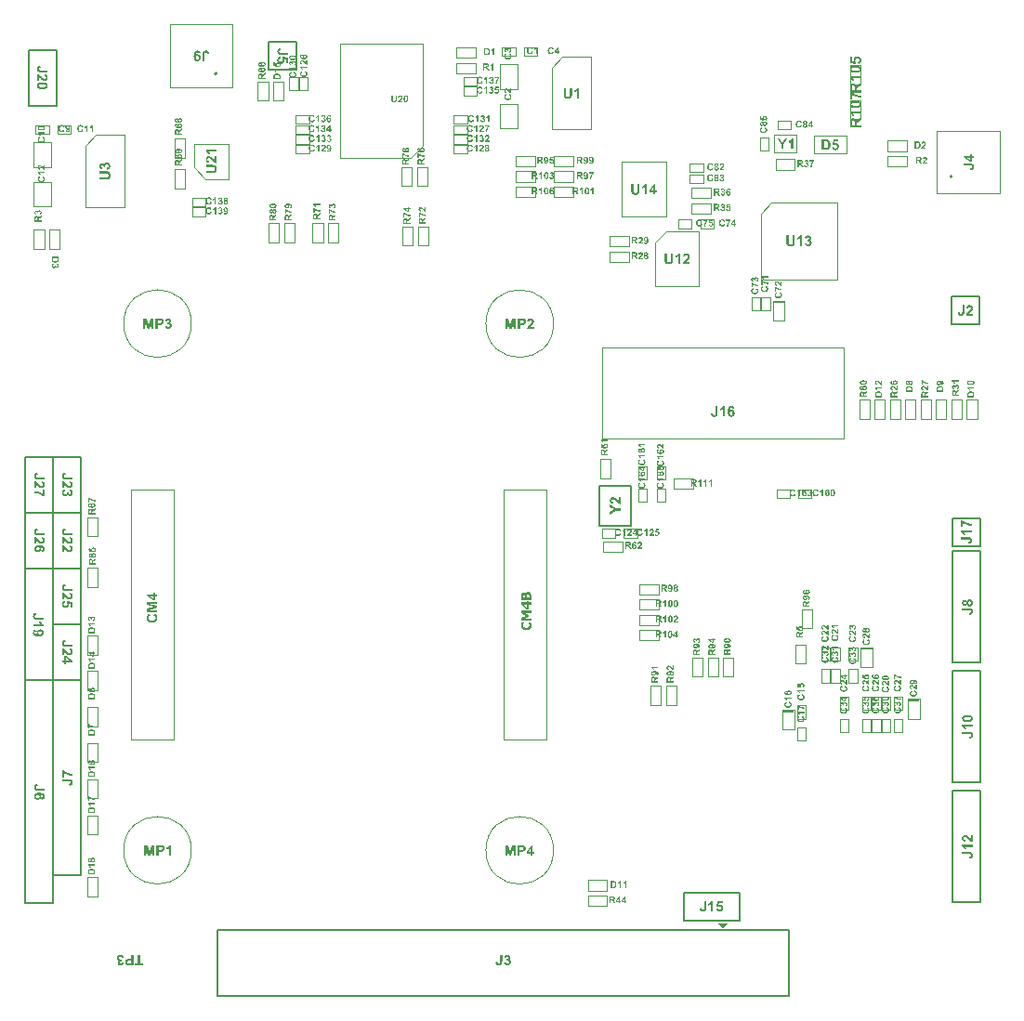
<source format=gbr>
G04*
G04 #@! TF.GenerationSoftware,Altium Limited,Altium Designer,24.9.1 (31)*
G04*
G04 Layer_Color=8388736*
%FSLAX44Y44*%
%MOMM*%
G71*
G04*
G04 #@! TF.SameCoordinates,95152EAB-924E-4990-96F7-4EF775BF21D2*
G04*
G04*
G04 #@! TF.FilePolarity,Positive*
G04*
G01*
G75*
%ADD13C,0.2000*%
%ADD17C,0.1000*%
%ADD18C,0.1250*%
%ADD19C,0.1270*%
%ADD189C,0.0254*%
%ADD190R,1.0500X0.2421*%
G36*
X650000Y79000D02*
X654000Y83000D01*
X646000D01*
X650000Y79000D01*
D02*
G37*
G36*
X821427Y578154D02*
X821501Y578145D01*
X821593Y578135D01*
X821686Y578117D01*
X821788Y578089D01*
X822019Y578024D01*
X822139Y577978D01*
X822259Y577923D01*
X822379Y577858D01*
X822499Y577775D01*
X822610Y577692D01*
X822721Y577590D01*
X822731Y577581D01*
X822749Y577562D01*
X822777Y577534D01*
X822805Y577488D01*
X822851Y577433D01*
X822897Y577359D01*
X822943Y577285D01*
X822999Y577192D01*
X823054Y577091D01*
X823101Y576970D01*
X823147Y576850D01*
X823193Y576721D01*
X823221Y576573D01*
X823248Y576416D01*
X823267Y576259D01*
X823276Y576083D01*
Y576000D01*
X823267Y575935D01*
X823258Y575861D01*
X823248Y575778D01*
X823239Y575685D01*
X823221Y575574D01*
X823165Y575343D01*
X823082Y575103D01*
X823036Y574983D01*
X822971Y574862D01*
X822906Y574742D01*
X822823Y574631D01*
X822814Y574622D01*
X822795Y574604D01*
X822768Y574567D01*
X822721Y574520D01*
X822666Y574474D01*
X822601Y574419D01*
X822518Y574354D01*
X822435Y574289D01*
X822333Y574225D01*
X822222Y574160D01*
X822102Y574104D01*
X821963Y574058D01*
X821825Y574012D01*
X821667Y573975D01*
X821510Y573956D01*
X821335Y573947D01*
X821325D01*
X821307D01*
X821279D01*
X821242D01*
X821140Y573956D01*
X821020Y573975D01*
X820872Y574012D01*
X820706Y574049D01*
X820539Y574114D01*
X820373Y574197D01*
X820364D01*
X820355Y574206D01*
X820299Y574243D01*
X820225Y574308D01*
X820123Y574400D01*
X820013Y574511D01*
X819902Y574650D01*
X819800Y574816D01*
X819698Y575010D01*
Y575001D01*
X819689Y574992D01*
X819661Y574936D01*
X819615Y574853D01*
X819559Y574752D01*
X819476Y574631D01*
X819384Y574520D01*
X819273Y574409D01*
X819153Y574317D01*
X819134Y574308D01*
X819088Y574280D01*
X819023Y574252D01*
X818922Y574215D01*
X818811Y574169D01*
X818672Y574141D01*
X818533Y574114D01*
X818376Y574104D01*
X818367D01*
X818348D01*
X818311D01*
X818256Y574114D01*
X818200Y574123D01*
X818126Y574132D01*
X817960Y574169D01*
X817775Y574225D01*
X817572Y574317D01*
X817479Y574372D01*
X817377Y574437D01*
X817285Y574520D01*
X817193Y574604D01*
X817183Y574613D01*
X817174Y574631D01*
X817146Y574659D01*
X817119Y574696D01*
X817082Y574752D01*
X817045Y574807D01*
X816998Y574881D01*
X816952Y574973D01*
X816915Y575066D01*
X816869Y575168D01*
X816832Y575288D01*
X816795Y575417D01*
X816767Y575556D01*
X816740Y575704D01*
X816730Y575861D01*
X816721Y576027D01*
Y576120D01*
X816730Y576175D01*
X816740Y576259D01*
X816749Y576342D01*
X816758Y576443D01*
X816777Y576545D01*
X816832Y576776D01*
X816915Y577017D01*
X816971Y577128D01*
X817035Y577248D01*
X817109Y577350D01*
X817193Y577451D01*
X817202Y577460D01*
X817211Y577470D01*
X817239Y577497D01*
X817276Y577534D01*
X817322Y577571D01*
X817377Y577608D01*
X817516Y577710D01*
X817692Y577803D01*
X817886Y577877D01*
X818117Y577941D01*
X818247Y577951D01*
X818376Y577960D01*
X818385D01*
X818394D01*
X818450D01*
X818533Y577951D01*
X818644Y577932D01*
X818764Y577904D01*
X818894Y577858D01*
X819032Y577803D01*
X819171Y577719D01*
X819190Y577710D01*
X819227Y577673D01*
X819291Y577627D01*
X819365Y577553D01*
X819458Y577460D01*
X819541Y577350D01*
X819624Y577220D01*
X819698Y577072D01*
Y577081D01*
X819707Y577100D01*
X819717Y577128D01*
X819735Y577165D01*
X819791Y577257D01*
X819865Y577377D01*
X819948Y577507D01*
X820059Y577645D01*
X820188Y577775D01*
X820336Y577886D01*
X820355Y577895D01*
X820410Y577932D01*
X820493Y577978D01*
X820604Y578024D01*
X820743Y578080D01*
X820909Y578117D01*
X821085Y578154D01*
X821279Y578163D01*
X821288D01*
X821316D01*
X821362D01*
X821427Y578154D01*
D02*
G37*
G36*
X820225Y573134D02*
X820299D01*
X820391Y573124D01*
X820493Y573115D01*
X820706Y573097D01*
X820928Y573060D01*
X821159Y573004D01*
X821381Y572939D01*
X821390D01*
X821408Y572930D01*
X821445Y572912D01*
X821501Y572893D01*
X821556Y572875D01*
X821621Y572838D01*
X821788Y572764D01*
X821963Y572671D01*
X822157Y572551D01*
X822342Y572412D01*
X822518Y572255D01*
X822536Y572237D01*
X822573Y572190D01*
X822629Y572117D01*
X822703Y572015D01*
X822786Y571885D01*
X822869Y571737D01*
X822953Y571553D01*
X823027Y571349D01*
Y571340D01*
X823036Y571331D01*
Y571303D01*
X823045Y571275D01*
X823064Y571173D01*
X823091Y571044D01*
X823119Y570887D01*
X823138Y570693D01*
X823147Y570462D01*
X823156Y570212D01*
Y567789D01*
X816758D01*
Y570341D01*
X816767Y570415D01*
X816777Y570591D01*
X816786Y570785D01*
X816814Y570989D01*
X816841Y571183D01*
X816887Y571358D01*
Y571368D01*
X816897Y571386D01*
X816906Y571414D01*
X816915Y571451D01*
X816961Y571562D01*
X817026Y571691D01*
X817109Y571839D01*
X817211Y572006D01*
X817331Y572163D01*
X817479Y572320D01*
Y572329D01*
X817498Y572338D01*
X817553Y572385D01*
X817646Y572459D01*
X817766Y572542D01*
X817914Y572644D01*
X818089Y572745D01*
X818293Y572847D01*
X818515Y572930D01*
X818524D01*
X818542Y572939D01*
X818579Y572949D01*
X818626Y572967D01*
X818681Y572976D01*
X818755Y572995D01*
X818838Y573013D01*
X818931Y573041D01*
X819032Y573060D01*
X819153Y573078D01*
X819273Y573097D01*
X819411Y573106D01*
X819698Y573134D01*
X820022Y573143D01*
X820031D01*
X820059D01*
X820096D01*
X820151D01*
X820225Y573134D01*
D02*
G37*
G36*
X181954Y745133D02*
X182056Y745124D01*
X182167Y745105D01*
X182297Y745087D01*
X182435Y745059D01*
X182583Y745022D01*
X182740Y744976D01*
X182897Y744920D01*
X183064Y744846D01*
X183221Y744772D01*
X183369Y744680D01*
X183526Y744569D01*
X183665Y744449D01*
X183674D01*
X183683Y744430D01*
X183711Y744402D01*
X183739Y744375D01*
X183776Y744328D01*
X183813Y744273D01*
X183914Y744144D01*
X184016Y743977D01*
X184127Y743774D01*
X184229Y743542D01*
X184321Y743274D01*
X183045Y742969D01*
Y742979D01*
X183036Y742988D01*
Y743016D01*
X183018Y743053D01*
X182990Y743136D01*
X182944Y743247D01*
X182879Y743376D01*
X182796Y743505D01*
X182685Y743635D01*
X182565Y743746D01*
X182546Y743755D01*
X182500Y743792D01*
X182426Y743838D01*
X182324Y743894D01*
X182195Y743949D01*
X182047Y743996D01*
X181880Y744033D01*
X181695Y744042D01*
X181631D01*
X181575Y744033D01*
X181520Y744023D01*
X181446Y744014D01*
X181289Y743977D01*
X181104Y743912D01*
X180910Y743820D01*
X180808Y743764D01*
X180716Y743700D01*
X180623Y743616D01*
X180540Y743524D01*
Y743515D01*
X180521Y743496D01*
X180503Y743469D01*
X180475Y743422D01*
X180438Y743367D01*
X180401Y743302D01*
X180364Y743219D01*
X180327Y743127D01*
X180281Y743016D01*
X180244Y742895D01*
X180207Y742757D01*
X180170Y742609D01*
X180142Y742442D01*
X180124Y742267D01*
X180114Y742073D01*
X180105Y741860D01*
Y741851D01*
Y741804D01*
Y741740D01*
X180114Y741666D01*
Y741564D01*
X180133Y741444D01*
X180142Y741324D01*
X180161Y741185D01*
X180216Y740898D01*
X180290Y740612D01*
X180336Y740473D01*
X180401Y740344D01*
X180466Y740223D01*
X180540Y740122D01*
X180549Y740112D01*
X180558Y740103D01*
X180586Y740075D01*
X180623Y740038D01*
X180716Y739965D01*
X180845Y739872D01*
X181002Y739770D01*
X181196Y739696D01*
X181418Y739632D01*
X181538Y739622D01*
X181668Y739613D01*
X181714D01*
X181751Y739622D01*
X181853Y739632D01*
X181973Y739650D01*
X182102Y739696D01*
X182250Y739752D01*
X182398Y739826D01*
X182546Y739937D01*
X182565Y739955D01*
X182611Y740002D01*
X182675Y740075D01*
X182750Y740186D01*
X182842Y740334D01*
X182925Y740510D01*
X183008Y740723D01*
X183082Y740972D01*
X184340Y740584D01*
Y740575D01*
X184331Y740538D01*
X184312Y740482D01*
X184284Y740408D01*
X184247Y740325D01*
X184210Y740223D01*
X184164Y740112D01*
X184109Y739992D01*
X183979Y739743D01*
X183813Y739484D01*
X183609Y739234D01*
X183498Y739123D01*
X183378Y739021D01*
X183369Y739012D01*
X183351Y739003D01*
X183314Y738975D01*
X183258Y738938D01*
X183193Y738901D01*
X183110Y738864D01*
X183018Y738818D01*
X182916Y738772D01*
X182796Y738716D01*
X182666Y738670D01*
X182528Y738633D01*
X182380Y738596D01*
X182222Y738559D01*
X182047Y738531D01*
X181871Y738522D01*
X181677Y738513D01*
X181621D01*
X181557Y738522D01*
X181464Y738531D01*
X181363Y738541D01*
X181233Y738559D01*
X181094Y738587D01*
X180937Y738624D01*
X180780Y738670D01*
X180614Y738726D01*
X180438Y738800D01*
X180262Y738883D01*
X180087Y738975D01*
X179911Y739095D01*
X179745Y739225D01*
X179587Y739382D01*
X179578Y739391D01*
X179550Y739419D01*
X179513Y739474D01*
X179458Y739539D01*
X179403Y739632D01*
X179329Y739733D01*
X179255Y739863D01*
X179181Y740011D01*
X179107Y740168D01*
X179033Y740344D01*
X178959Y740547D01*
X178903Y740760D01*
X178848Y740982D01*
X178811Y741231D01*
X178783Y741490D01*
X178774Y741767D01*
Y741777D01*
Y741786D01*
Y741841D01*
X178783Y741925D01*
Y742036D01*
X178802Y742165D01*
X178820Y742322D01*
X178839Y742488D01*
X178876Y742683D01*
X178922Y742877D01*
X178977Y743080D01*
X179042Y743284D01*
X179125Y743496D01*
X179218Y743700D01*
X179329Y743894D01*
X179449Y744079D01*
X179597Y744254D01*
X179606Y744264D01*
X179634Y744291D01*
X179680Y744338D01*
X179745Y744393D01*
X179828Y744458D01*
X179930Y744532D01*
X180040Y744615D01*
X180179Y744698D01*
X180327Y744781D01*
X180484Y744865D01*
X180669Y744939D01*
X180854Y745003D01*
X181067Y745059D01*
X181279Y745105D01*
X181520Y745133D01*
X181760Y745142D01*
X181871D01*
X181954Y745133D01*
D02*
G37*
G36*
X192319Y745050D02*
X192402Y745040D01*
X192485Y745031D01*
X192587Y745013D01*
X192689Y744985D01*
X192920Y744920D01*
X193040Y744874D01*
X193169Y744809D01*
X193290Y744744D01*
X193400Y744670D01*
X193521Y744578D01*
X193622Y744476D01*
X193632Y744467D01*
X193641Y744458D01*
X193668Y744430D01*
X193696Y744393D01*
X193770Y744301D01*
X193853Y744171D01*
X193937Y744014D01*
X194001Y743829D01*
X194057Y743626D01*
X194066Y743524D01*
X194075Y743413D01*
Y743404D01*
Y743376D01*
X194066Y743330D01*
X194057Y743274D01*
X194048Y743200D01*
X194029Y743117D01*
X194001Y743025D01*
X193964Y742923D01*
X193909Y742821D01*
X193853Y742710D01*
X193780Y742599D01*
X193687Y742488D01*
X193576Y742378D01*
X193456Y742267D01*
X193317Y742165D01*
X193151Y742063D01*
X193160D01*
X193179Y742054D01*
X193206D01*
X193243Y742036D01*
X193345Y742008D01*
X193465Y741952D01*
X193604Y741878D01*
X193752Y741786D01*
X193900Y741666D01*
X194029Y741527D01*
X194048Y741508D01*
X194085Y741453D01*
X194131Y741370D01*
X194195Y741250D01*
X194260Y741111D01*
X194307Y740935D01*
X194343Y740750D01*
X194362Y740538D01*
Y740528D01*
Y740501D01*
Y740454D01*
X194353Y740399D01*
X194343Y740325D01*
X194325Y740242D01*
X194307Y740140D01*
X194288Y740038D01*
X194214Y739817D01*
X194159Y739696D01*
X194103Y739567D01*
X194029Y739447D01*
X193946Y739326D01*
X193853Y739206D01*
X193743Y739095D01*
X193733Y739086D01*
X193715Y739068D01*
X193678Y739040D01*
X193632Y739003D01*
X193567Y738957D01*
X193502Y738911D01*
X193410Y738855D01*
X193317Y738800D01*
X193216Y738744D01*
X193095Y738689D01*
X192966Y738642D01*
X192836Y738596D01*
X192689Y738559D01*
X192541Y738531D01*
X192374Y738513D01*
X192208Y738504D01*
X192125D01*
X192060Y738513D01*
X191986Y738522D01*
X191903Y738531D01*
X191810Y738550D01*
X191699Y738568D01*
X191477Y738624D01*
X191237Y738716D01*
X191108Y738772D01*
X190997Y738837D01*
X190876Y738920D01*
X190765Y739003D01*
X190756Y739012D01*
X190738Y739031D01*
X190710Y739058D01*
X190673Y739095D01*
X190627Y739142D01*
X190581Y739206D01*
X190525Y739271D01*
X190470Y739354D01*
X190414Y739447D01*
X190349Y739539D01*
X190248Y739761D01*
X190165Y740020D01*
X190128Y740159D01*
X190109Y740307D01*
X191292Y740454D01*
Y740445D01*
Y740436D01*
X191302Y740380D01*
X191320Y740297D01*
X191348Y740196D01*
X191394Y740085D01*
X191440Y739965D01*
X191514Y739854D01*
X191597Y739752D01*
X191607Y739743D01*
X191644Y739715D01*
X191699Y739678D01*
X191764Y739641D01*
X191856Y739595D01*
X191958Y739558D01*
X192069Y739530D01*
X192199Y739521D01*
X192217D01*
X192263Y739530D01*
X192328Y739539D01*
X192420Y739558D01*
X192522Y739595D01*
X192624Y739641D01*
X192735Y739715D01*
X192836Y739807D01*
X192846Y739817D01*
X192883Y739863D01*
X192920Y739928D01*
X192975Y740011D01*
X193021Y740122D01*
X193068Y740260D01*
X193095Y740417D01*
X193105Y740593D01*
Y740602D01*
Y740612D01*
Y740667D01*
X193095Y740750D01*
X193077Y740861D01*
X193040Y740982D01*
X192994Y741102D01*
X192929Y741222D01*
X192846Y741333D01*
X192836Y741342D01*
X192799Y741379D01*
X192744Y741425D01*
X192679Y741471D01*
X192587Y741527D01*
X192485Y741564D01*
X192374Y741601D01*
X192245Y741610D01*
X192152D01*
X192088Y741601D01*
X192004Y741592D01*
X191903Y741573D01*
X191801Y741545D01*
X191681Y741518D01*
X191810Y742507D01*
X191893D01*
X191986Y742516D01*
X192097Y742525D01*
X192217Y742553D01*
X192346Y742590D01*
X192467Y742646D01*
X192578Y742720D01*
X192587Y742729D01*
X192624Y742766D01*
X192661Y742812D01*
X192716Y742886D01*
X192763Y742969D01*
X192809Y743071D01*
X192836Y743191D01*
X192846Y743330D01*
Y743348D01*
Y743385D01*
X192836Y743441D01*
X192818Y743515D01*
X192799Y743598D01*
X192763Y743681D01*
X192716Y743774D01*
X192652Y743848D01*
X192642Y743857D01*
X192614Y743875D01*
X192578Y743912D01*
X192513Y743949D01*
X192439Y743977D01*
X192356Y744014D01*
X192245Y744033D01*
X192134Y744042D01*
X192078D01*
X192023Y744033D01*
X191949Y744014D01*
X191866Y743986D01*
X191773Y743949D01*
X191681Y743894D01*
X191597Y743820D01*
X191588Y743811D01*
X191561Y743783D01*
X191524Y743727D01*
X191477Y743653D01*
X191431Y743570D01*
X191394Y743459D01*
X191357Y743330D01*
X191329Y743182D01*
X190201Y743367D01*
Y743376D01*
X190211Y743395D01*
Y743422D01*
X190220Y743469D01*
X190248Y743570D01*
X190285Y743709D01*
X190340Y743857D01*
X190396Y744014D01*
X190470Y744162D01*
X190553Y744301D01*
X190562Y744319D01*
X190599Y744356D01*
X190655Y744421D01*
X190728Y744504D01*
X190821Y744587D01*
X190932Y744680D01*
X191070Y744772D01*
X191218Y744855D01*
X191228D01*
X191237Y744865D01*
X191292Y744883D01*
X191385Y744920D01*
X191496Y744957D01*
X191635Y744994D01*
X191801Y745031D01*
X191977Y745050D01*
X192171Y745059D01*
X192254D01*
X192319Y745050D01*
D02*
G37*
G36*
X188315Y738624D02*
X187086D01*
Y743256D01*
X187076Y743247D01*
X187058Y743228D01*
X187021Y743200D01*
X186966Y743154D01*
X186901Y743099D01*
X186827Y743043D01*
X186734Y742979D01*
X186633Y742905D01*
X186522Y742831D01*
X186402Y742757D01*
X186272Y742673D01*
X186133Y742599D01*
X185837Y742461D01*
X185505Y742331D01*
Y743441D01*
X185514D01*
X185523Y743450D01*
X185551Y743459D01*
X185588Y743469D01*
X185680Y743515D01*
X185810Y743570D01*
X185967Y743644D01*
X186143Y743746D01*
X186337Y743875D01*
X186540Y744023D01*
X186549Y744033D01*
X186568Y744042D01*
X186596Y744070D01*
X186633Y744107D01*
X186734Y744199D01*
X186845Y744319D01*
X186975Y744467D01*
X187104Y744652D01*
X187224Y744846D01*
X187317Y745059D01*
X188315D01*
Y738624D01*
D02*
G37*
G36*
X197339Y745050D02*
X197422Y745040D01*
X197505Y745031D01*
X197607Y745022D01*
X197709Y745003D01*
X197940Y744948D01*
X198180Y744865D01*
X198291Y744809D01*
X198412Y744744D01*
X198513Y744670D01*
X198615Y744587D01*
X198624Y744578D01*
X198633Y744569D01*
X198661Y744541D01*
X198698Y744504D01*
X198735Y744458D01*
X198772Y744402D01*
X198874Y744264D01*
X198966Y744088D01*
X199040Y743894D01*
X199105Y743663D01*
X199114Y743533D01*
X199123Y743404D01*
Y743395D01*
Y743385D01*
Y743330D01*
X199114Y743247D01*
X199096Y743136D01*
X199068Y743016D01*
X199022Y742886D01*
X198966Y742747D01*
X198883Y742609D01*
X198874Y742590D01*
X198837Y742553D01*
X198791Y742488D01*
X198717Y742415D01*
X198624Y742322D01*
X198513Y742239D01*
X198384Y742156D01*
X198236Y742082D01*
X198245D01*
X198264Y742073D01*
X198291Y742063D01*
X198328Y742045D01*
X198421Y741989D01*
X198541Y741915D01*
X198670Y741832D01*
X198809Y741721D01*
X198939Y741592D01*
X199049Y741444D01*
X199059Y741425D01*
X199096Y741370D01*
X199142Y741287D01*
X199188Y741176D01*
X199244Y741037D01*
X199281Y740871D01*
X199318Y740695D01*
X199327Y740501D01*
Y740491D01*
Y740464D01*
Y740417D01*
X199318Y740353D01*
X199308Y740279D01*
X199299Y740186D01*
X199281Y740094D01*
X199253Y739992D01*
X199188Y739761D01*
X199142Y739641D01*
X199086Y739521D01*
X199022Y739400D01*
X198939Y739280D01*
X198855Y739169D01*
X198754Y739058D01*
X198744Y739049D01*
X198726Y739031D01*
X198698Y739003D01*
X198652Y738975D01*
X198596Y738929D01*
X198522Y738883D01*
X198449Y738837D01*
X198356Y738781D01*
X198254Y738726D01*
X198134Y738679D01*
X198014Y738633D01*
X197885Y738587D01*
X197737Y738559D01*
X197579Y738531D01*
X197422Y738513D01*
X197247Y738504D01*
X197163D01*
X197099Y738513D01*
X197025Y738522D01*
X196942Y738531D01*
X196849Y738541D01*
X196738Y738559D01*
X196507Y738615D01*
X196267Y738698D01*
X196146Y738744D01*
X196026Y738809D01*
X195906Y738874D01*
X195795Y738957D01*
X195786Y738966D01*
X195767Y738985D01*
X195730Y739012D01*
X195684Y739058D01*
X195638Y739114D01*
X195582Y739179D01*
X195518Y739262D01*
X195453Y739345D01*
X195388Y739447D01*
X195324Y739558D01*
X195268Y739678D01*
X195222Y739817D01*
X195176Y739955D01*
X195139Y740112D01*
X195120Y740270D01*
X195111Y740445D01*
Y740454D01*
Y740473D01*
Y740501D01*
Y740538D01*
X195120Y740639D01*
X195139Y740760D01*
X195176Y740908D01*
X195213Y741074D01*
X195277Y741240D01*
X195361Y741407D01*
Y741416D01*
X195370Y741425D01*
X195407Y741481D01*
X195471Y741555D01*
X195564Y741656D01*
X195675Y741767D01*
X195814Y741878D01*
X195980Y741980D01*
X196174Y742082D01*
X196165D01*
X196156Y742091D01*
X196100Y742119D01*
X196017Y742165D01*
X195915Y742220D01*
X195795Y742304D01*
X195684Y742396D01*
X195573Y742507D01*
X195481Y742627D01*
X195471Y742646D01*
X195444Y742692D01*
X195416Y742757D01*
X195379Y742858D01*
X195333Y742969D01*
X195305Y743108D01*
X195277Y743247D01*
X195268Y743404D01*
Y743413D01*
Y743432D01*
Y743469D01*
X195277Y743524D01*
X195287Y743579D01*
X195296Y743653D01*
X195333Y743820D01*
X195388Y744005D01*
X195481Y744208D01*
X195536Y744301D01*
X195601Y744402D01*
X195684Y744495D01*
X195767Y744587D01*
X195777Y744596D01*
X195795Y744606D01*
X195823Y744633D01*
X195860Y744661D01*
X195915Y744698D01*
X195971Y744735D01*
X196045Y744781D01*
X196137Y744828D01*
X196230Y744865D01*
X196331Y744911D01*
X196451Y744948D01*
X196581Y744985D01*
X196720Y745013D01*
X196868Y745040D01*
X197025Y745050D01*
X197191Y745059D01*
X197284D01*
X197339Y745050D01*
D02*
G37*
G36*
X494506Y754133D02*
X494570D01*
X494644Y754124D01*
X494811Y754087D01*
X494995Y754040D01*
X495199Y753966D01*
X495402Y753865D01*
X495495Y753800D01*
X495587Y753726D01*
X495596D01*
X495606Y753708D01*
X495633Y753680D01*
X495661Y753652D01*
X495707Y753606D01*
X495744Y753560D01*
X495846Y753430D01*
X495948Y753254D01*
X496049Y753051D01*
X496142Y752820D01*
X496207Y752542D01*
X495023Y752413D01*
Y752432D01*
X495014Y752469D01*
X494995Y752533D01*
X494977Y752617D01*
X494949Y752700D01*
X494903Y752792D01*
X494857Y752875D01*
X494792Y752949D01*
X494783Y752959D01*
X494755Y752977D01*
X494718Y753005D01*
X494663Y753042D01*
X494598Y753070D01*
X494515Y753097D01*
X494413Y753116D01*
X494311Y753125D01*
X494293D01*
X494247Y753116D01*
X494173Y753107D01*
X494080Y753079D01*
X493979Y753042D01*
X493867Y752977D01*
X493757Y752894D01*
X493655Y752774D01*
X493646Y752755D01*
X493627Y752737D01*
X493609Y752700D01*
X493590Y752663D01*
X493562Y752607D01*
X493544Y752542D01*
X493516Y752459D01*
X493479Y752367D01*
X493451Y752265D01*
X493424Y752145D01*
X493396Y752016D01*
X493368Y751868D01*
X493350Y751701D01*
X493331Y751516D01*
X493313Y751322D01*
X493322Y751331D01*
X493331Y751350D01*
X493359Y751368D01*
X493396Y751405D01*
X493442Y751452D01*
X493498Y751498D01*
X493627Y751600D01*
X493794Y751692D01*
X493988Y751784D01*
X494099Y751821D01*
X494210Y751840D01*
X494330Y751858D01*
X494459Y751868D01*
X494533D01*
X494589Y751858D01*
X494653Y751849D01*
X494727Y751840D01*
X494820Y751821D01*
X494912Y751794D01*
X495116Y751720D01*
X495227Y751674D01*
X495338Y751618D01*
X495448Y751553D01*
X495560Y751470D01*
X495670Y751378D01*
X495772Y751276D01*
X495781Y751267D01*
X495800Y751248D01*
X495828Y751220D01*
X495855Y751174D01*
X495901Y751109D01*
X495948Y751045D01*
X495994Y750962D01*
X496049Y750869D01*
X496105Y750767D01*
X496151Y750647D01*
X496197Y750527D01*
X496244Y750388D01*
X496271Y750250D01*
X496299Y750092D01*
X496318Y749935D01*
X496327Y749760D01*
Y749750D01*
Y749713D01*
Y749667D01*
X496318Y749593D01*
X496308Y749510D01*
X496299Y749417D01*
X496281Y749307D01*
X496253Y749196D01*
X496188Y748937D01*
X496142Y748807D01*
X496077Y748678D01*
X496012Y748548D01*
X495938Y748419D01*
X495846Y748290D01*
X495744Y748179D01*
X495735Y748169D01*
X495717Y748151D01*
X495689Y748123D01*
X495643Y748086D01*
X495587Y748040D01*
X495513Y747994D01*
X495439Y747938D01*
X495347Y747883D01*
X495245Y747827D01*
X495134Y747772D01*
X495014Y747726D01*
X494875Y747679D01*
X494737Y747642D01*
X494589Y747615D01*
X494431Y747596D01*
X494265Y747587D01*
X494219D01*
X494173Y747596D01*
X494108D01*
X494025Y747615D01*
X493923Y747624D01*
X493821Y747652D01*
X493701Y747679D01*
X493581Y747716D01*
X493451Y747772D01*
X493313Y747827D01*
X493183Y747901D01*
X493045Y747984D01*
X492915Y748086D01*
X492786Y748206D01*
X492666Y748336D01*
X492656Y748345D01*
X492638Y748373D01*
X492610Y748419D01*
X492573Y748484D01*
X492518Y748567D01*
X492471Y748669D01*
X492416Y748789D01*
X492360Y748928D01*
X492296Y749094D01*
X492240Y749270D01*
X492194Y749473D01*
X492148Y749704D01*
X492102Y749945D01*
X492074Y750213D01*
X492055Y750499D01*
X492046Y750814D01*
Y750823D01*
Y750832D01*
Y750860D01*
Y750888D01*
Y750980D01*
X492055Y751100D01*
X492065Y751248D01*
X492083Y751415D01*
X492102Y751600D01*
X492129Y751794D01*
X492157Y751997D01*
X492203Y752210D01*
X492259Y752422D01*
X492323Y752635D01*
X492397Y752829D01*
X492481Y753023D01*
X492582Y753199D01*
X492693Y753356D01*
X492703Y753365D01*
X492721Y753393D01*
X492758Y753430D01*
X492813Y753476D01*
X492878Y753541D01*
X492952Y753606D01*
X493045Y753680D01*
X493146Y753754D01*
X493267Y753818D01*
X493387Y753892D01*
X493535Y753957D01*
X493683Y754022D01*
X493840Y754068D01*
X494015Y754105D01*
X494191Y754133D01*
X494385Y754142D01*
X494459D01*
X494506Y754133D01*
D02*
G37*
G36*
X485232Y747707D02*
X484002D01*
Y752339D01*
X483993Y752330D01*
X483975Y752311D01*
X483938Y752284D01*
X483882Y752237D01*
X483817Y752182D01*
X483744Y752126D01*
X483651Y752062D01*
X483549Y751988D01*
X483438Y751914D01*
X483318Y751840D01*
X483189Y751757D01*
X483050Y751683D01*
X482754Y751544D01*
X482421Y751415D01*
Y752524D01*
X482431D01*
X482440Y752533D01*
X482468Y752542D01*
X482505Y752552D01*
X482597Y752598D01*
X482727Y752654D01*
X482884Y752728D01*
X483059Y752829D01*
X483254Y752959D01*
X483457Y753107D01*
X483466Y753116D01*
X483485Y753125D01*
X483512Y753153D01*
X483549Y753190D01*
X483651Y753282D01*
X483762Y753402D01*
X483891Y753550D01*
X484021Y753735D01*
X484141Y753929D01*
X484234Y754142D01*
X485232D01*
Y747707D01*
D02*
G37*
G36*
X478890Y754096D02*
X478991D01*
X479093Y754087D01*
X479213D01*
X479454Y754059D01*
X479703Y754031D01*
X479934Y753985D01*
X480036Y753957D01*
X480129Y753929D01*
X480138D01*
X480147Y753920D01*
X480202Y753892D01*
X480286Y753846D01*
X480397Y753791D01*
X480517Y753698D01*
X480637Y753596D01*
X480757Y753467D01*
X480868Y753310D01*
Y753301D01*
X480877Y753291D01*
X480896Y753264D01*
X480914Y753236D01*
X480961Y753143D01*
X481016Y753023D01*
X481062Y752875D01*
X481109Y752709D01*
X481146Y752515D01*
X481155Y752311D01*
Y752302D01*
Y752284D01*
Y752237D01*
X481146Y752191D01*
Y752126D01*
X481136Y752062D01*
X481099Y751895D01*
X481053Y751701D01*
X480979Y751507D01*
X480868Y751304D01*
X480803Y751211D01*
X480729Y751119D01*
X480720Y751109D01*
X480711Y751100D01*
X480683Y751072D01*
X480646Y751045D01*
X480609Y751008D01*
X480554Y750962D01*
X480489Y750915D01*
X480415Y750869D01*
X480332Y750814D01*
X480230Y750767D01*
X480129Y750721D01*
X480018Y750675D01*
X479888Y750629D01*
X479759Y750592D01*
X479620Y750555D01*
X479463Y750527D01*
X479472D01*
X479481Y750518D01*
X479537Y750481D01*
X479611Y750434D01*
X479703Y750370D01*
X479814Y750287D01*
X479925Y750203D01*
X480045Y750102D01*
X480147Y749991D01*
X480156Y749982D01*
X480202Y749935D01*
X480258Y749861D01*
X480341Y749750D01*
X480452Y749612D01*
X480508Y749519D01*
X480572Y749427D01*
X480646Y749325D01*
X480720Y749214D01*
X480803Y749085D01*
X480887Y748955D01*
X481673Y747707D01*
X480119D01*
X479195Y749094D01*
X479185Y749103D01*
X479176Y749131D01*
X479148Y749168D01*
X479112Y749214D01*
X479075Y749270D01*
X479028Y749344D01*
X478927Y749492D01*
X478806Y749658D01*
X478695Y749806D01*
X478594Y749945D01*
X478548Y749991D01*
X478511Y750037D01*
X478501Y750046D01*
X478483Y750065D01*
X478446Y750102D01*
X478400Y750148D01*
X478335Y750185D01*
X478270Y750231D01*
X478196Y750268D01*
X478122Y750305D01*
X478113D01*
X478085Y750314D01*
X478039Y750333D01*
X477965Y750342D01*
X477873Y750361D01*
X477762Y750370D01*
X477632Y750379D01*
X477216D01*
Y747707D01*
X475922D01*
Y754105D01*
X478806D01*
X478890Y754096D01*
D02*
G37*
G36*
X489300Y754133D02*
X489374Y754124D01*
X489467Y754105D01*
X489559Y754087D01*
X489670Y754059D01*
X489790Y754022D01*
X489901Y753976D01*
X490021Y753929D01*
X490141Y753865D01*
X490262Y753781D01*
X490382Y753698D01*
X490493Y753596D01*
X490595Y753476D01*
X490604Y753467D01*
X490622Y753439D01*
X490650Y753393D01*
X490696Y753328D01*
X490742Y753236D01*
X490798Y753125D01*
X490854Y753005D01*
X490909Y752848D01*
X490964Y752681D01*
X491029Y752487D01*
X491075Y752274D01*
X491122Y752034D01*
X491168Y751775D01*
X491195Y751498D01*
X491214Y751193D01*
X491223Y750860D01*
Y750851D01*
Y750841D01*
Y750814D01*
Y750777D01*
Y750684D01*
X491214Y750564D01*
X491205Y750416D01*
X491186Y750240D01*
X491168Y750055D01*
X491149Y749852D01*
X491112Y749639D01*
X491066Y749417D01*
X491020Y749205D01*
X490955Y748992D01*
X490890Y748780D01*
X490798Y748585D01*
X490705Y748400D01*
X490595Y748243D01*
X490585Y748234D01*
X490567Y748216D01*
X490539Y748179D01*
X490502Y748142D01*
X490447Y748095D01*
X490382Y748040D01*
X490299Y747975D01*
X490215Y747920D01*
X490114Y747855D01*
X490012Y747790D01*
X489892Y747735D01*
X489762Y747689D01*
X489624Y747652D01*
X489467Y747615D01*
X489309Y747596D01*
X489143Y747587D01*
X489106D01*
X489051Y747596D01*
X488986D01*
X488912Y747605D01*
X488819Y747624D01*
X488718Y747642D01*
X488607Y747679D01*
X488487Y747716D01*
X488366Y747763D01*
X488237Y747818D01*
X488117Y747892D01*
X487987Y747966D01*
X487867Y748068D01*
X487747Y748169D01*
X487636Y748299D01*
X487627Y748308D01*
X487608Y748336D01*
X487580Y748382D01*
X487553Y748438D01*
X487506Y748521D01*
X487460Y748622D01*
X487405Y748752D01*
X487359Y748891D01*
X487303Y749057D01*
X487248Y749242D01*
X487201Y749454D01*
X487164Y749686D01*
X487127Y749945D01*
X487100Y750231D01*
X487081Y750536D01*
X487072Y750869D01*
Y750878D01*
Y750888D01*
Y750915D01*
Y750952D01*
Y751045D01*
X487081Y751165D01*
X487090Y751313D01*
X487109Y751488D01*
X487127Y751674D01*
X487146Y751877D01*
X487183Y752089D01*
X487220Y752302D01*
X487275Y752524D01*
X487331Y752737D01*
X487405Y752940D01*
X487488Y753134D01*
X487580Y753319D01*
X487691Y753476D01*
X487701Y753486D01*
X487719Y753504D01*
X487747Y753541D01*
X487793Y753578D01*
X487839Y753633D01*
X487904Y753689D01*
X487987Y753745D01*
X488070Y753809D01*
X488172Y753874D01*
X488274Y753929D01*
X488394Y753985D01*
X488524Y754040D01*
X488662Y754077D01*
X488819Y754114D01*
X488977Y754133D01*
X489143Y754142D01*
X489235D01*
X489300Y754133D01*
D02*
G37*
G36*
X638984Y776133D02*
X639086Y776124D01*
X639197Y776105D01*
X639326Y776087D01*
X639465Y776059D01*
X639613Y776022D01*
X639770Y775976D01*
X639927Y775920D01*
X640093Y775846D01*
X640251Y775772D01*
X640398Y775680D01*
X640556Y775569D01*
X640694Y775449D01*
X640704D01*
X640713Y775430D01*
X640741Y775402D01*
X640768Y775375D01*
X640805Y775328D01*
X640842Y775273D01*
X640944Y775144D01*
X641046Y774977D01*
X641157Y774774D01*
X641258Y774542D01*
X641351Y774274D01*
X640075Y773969D01*
Y773979D01*
X640066Y773988D01*
Y774016D01*
X640047Y774053D01*
X640020Y774136D01*
X639973Y774247D01*
X639908Y774376D01*
X639825Y774506D01*
X639714Y774635D01*
X639594Y774746D01*
X639576Y774755D01*
X639529Y774792D01*
X639455Y774838D01*
X639354Y774894D01*
X639224Y774949D01*
X639076Y774996D01*
X638910Y775033D01*
X638725Y775042D01*
X638660D01*
X638605Y775033D01*
X638549Y775023D01*
X638475Y775014D01*
X638318Y774977D01*
X638133Y774912D01*
X637939Y774820D01*
X637837Y774764D01*
X637745Y774700D01*
X637653Y774616D01*
X637569Y774524D01*
Y774515D01*
X637551Y774496D01*
X637532Y774469D01*
X637505Y774422D01*
X637468Y774367D01*
X637431Y774302D01*
X637394Y774219D01*
X637357Y774127D01*
X637310Y774016D01*
X637273Y773895D01*
X637237Y773757D01*
X637200Y773609D01*
X637172Y773442D01*
X637153Y773267D01*
X637144Y773073D01*
X637135Y772860D01*
Y772851D01*
Y772804D01*
Y772740D01*
X637144Y772666D01*
Y772564D01*
X637163Y772444D01*
X637172Y772324D01*
X637190Y772185D01*
X637246Y771898D01*
X637320Y771612D01*
X637366Y771473D01*
X637431Y771344D01*
X637495Y771223D01*
X637569Y771122D01*
X637579Y771112D01*
X637588Y771103D01*
X637616Y771075D01*
X637653Y771039D01*
X637745Y770965D01*
X637874Y770872D01*
X638032Y770770D01*
X638226Y770696D01*
X638448Y770632D01*
X638568Y770622D01*
X638697Y770613D01*
X638744D01*
X638781Y770622D01*
X638882Y770632D01*
X639002Y770650D01*
X639132Y770696D01*
X639280Y770752D01*
X639428Y770826D01*
X639576Y770937D01*
X639594Y770955D01*
X639640Y771002D01*
X639705Y771075D01*
X639779Y771186D01*
X639871Y771334D01*
X639955Y771510D01*
X640038Y771723D01*
X640112Y771972D01*
X641369Y771584D01*
Y771575D01*
X641360Y771538D01*
X641342Y771482D01*
X641314Y771408D01*
X641277Y771325D01*
X641240Y771223D01*
X641194Y771112D01*
X641138Y770992D01*
X641009Y770743D01*
X640842Y770484D01*
X640639Y770234D01*
X640528Y770123D01*
X640408Y770021D01*
X640398Y770012D01*
X640380Y770003D01*
X640343Y769975D01*
X640288Y769938D01*
X640223Y769901D01*
X640140Y769864D01*
X640047Y769818D01*
X639945Y769772D01*
X639825Y769716D01*
X639696Y769670D01*
X639557Y769633D01*
X639409Y769596D01*
X639252Y769559D01*
X639076Y769531D01*
X638901Y769522D01*
X638707Y769513D01*
X638651D01*
X638586Y769522D01*
X638494Y769531D01*
X638392Y769541D01*
X638263Y769559D01*
X638124Y769587D01*
X637967Y769624D01*
X637810Y769670D01*
X637643Y769726D01*
X637468Y769800D01*
X637292Y769883D01*
X637116Y769975D01*
X636941Y770095D01*
X636774Y770225D01*
X636617Y770382D01*
X636608Y770391D01*
X636580Y770419D01*
X636543Y770474D01*
X636488Y770539D01*
X636432Y770632D01*
X636358Y770733D01*
X636284Y770863D01*
X636210Y771011D01*
X636136Y771168D01*
X636062Y771344D01*
X635988Y771547D01*
X635933Y771760D01*
X635877Y771982D01*
X635840Y772231D01*
X635813Y772490D01*
X635803Y772767D01*
Y772777D01*
Y772786D01*
Y772841D01*
X635813Y772925D01*
Y773036D01*
X635831Y773165D01*
X635850Y773322D01*
X635868Y773488D01*
X635905Y773683D01*
X635951Y773877D01*
X636007Y774080D01*
X636072Y774284D01*
X636155Y774496D01*
X636247Y774700D01*
X636358Y774894D01*
X636478Y775079D01*
X636626Y775255D01*
X636636Y775264D01*
X636663Y775291D01*
X636710Y775338D01*
X636774Y775393D01*
X636857Y775458D01*
X636959Y775532D01*
X637070Y775615D01*
X637209Y775698D01*
X637357Y775781D01*
X637514Y775865D01*
X637699Y775939D01*
X637884Y776003D01*
X638096Y776059D01*
X638309Y776105D01*
X638549Y776133D01*
X638790Y776142D01*
X638901D01*
X638984Y776133D01*
D02*
G37*
G36*
X649450Y776050D02*
X649533Y776040D01*
X649626Y776031D01*
X649727Y776013D01*
X649838Y775994D01*
X650079Y775929D01*
X650319Y775837D01*
X650449Y775781D01*
X650559Y775717D01*
X650680Y775633D01*
X650781Y775541D01*
X650791Y775532D01*
X650809Y775523D01*
X650828Y775486D01*
X650865Y775449D01*
X650911Y775402D01*
X650957Y775338D01*
X651003Y775273D01*
X651059Y775190D01*
X651151Y775005D01*
X651244Y774792D01*
X651281Y774672D01*
X651299Y774542D01*
X651318Y774404D01*
X651327Y774265D01*
Y774247D01*
Y774191D01*
X651318Y774108D01*
X651308Y774006D01*
X651290Y773877D01*
X651262Y773738D01*
X651225Y773590D01*
X651170Y773442D01*
X651160Y773424D01*
X651142Y773378D01*
X651105Y773294D01*
X651049Y773193D01*
X650985Y773073D01*
X650901Y772934D01*
X650800Y772786D01*
X650680Y772629D01*
X650670Y772619D01*
X650633Y772573D01*
X650578Y772508D01*
X650495Y772416D01*
X650384Y772305D01*
X650245Y772157D01*
X650079Y772000D01*
X649875Y771806D01*
X649866Y771797D01*
X649847Y771787D01*
X649820Y771760D01*
X649783Y771723D01*
X649681Y771630D01*
X649561Y771519D01*
X649441Y771399D01*
X649321Y771279D01*
X649210Y771177D01*
X649173Y771131D01*
X649136Y771094D01*
X649126Y771085D01*
X649108Y771066D01*
X649080Y771029D01*
X649043Y770983D01*
X648960Y770881D01*
X648886Y770761D01*
X651327D01*
Y769624D01*
X647028D01*
Y769633D01*
Y769652D01*
X647037Y769689D01*
X647046Y769735D01*
X647055Y769790D01*
X647065Y769855D01*
X647102Y770021D01*
X647157Y770206D01*
X647231Y770410D01*
X647324Y770632D01*
X647444Y770844D01*
Y770854D01*
X647462Y770872D01*
X647481Y770909D01*
X647518Y770946D01*
X647555Y771011D01*
X647610Y771075D01*
X647675Y771159D01*
X647749Y771251D01*
X647832Y771362D01*
X647934Y771473D01*
X648045Y771602D01*
X648174Y771741D01*
X648313Y771880D01*
X648470Y772037D01*
X648636Y772203D01*
X648821Y772379D01*
X648830Y772388D01*
X648858Y772416D01*
X648895Y772453D01*
X648951Y772508D01*
X649025Y772564D01*
X649099Y772638D01*
X649265Y772804D01*
X649432Y772980D01*
X649598Y773156D01*
X649672Y773230D01*
X649746Y773313D01*
X649801Y773378D01*
X649838Y773433D01*
X649847Y773452D01*
X649875Y773498D01*
X649921Y773572D01*
X649968Y773673D01*
X650014Y773784D01*
X650060Y773914D01*
X650088Y774043D01*
X650097Y774182D01*
Y774191D01*
Y774201D01*
Y774247D01*
X650088Y774330D01*
X650069Y774422D01*
X650042Y774524D01*
X650005Y774626D01*
X649949Y774727D01*
X649875Y774820D01*
X649866Y774829D01*
X649838Y774857D01*
X649783Y774894D01*
X649718Y774931D01*
X649626Y774968D01*
X649524Y775005D01*
X649404Y775033D01*
X649265Y775042D01*
X649200D01*
X649126Y775033D01*
X649043Y775014D01*
X648941Y774986D01*
X648840Y774940D01*
X648738Y774885D01*
X648646Y774811D01*
X648636Y774801D01*
X648609Y774764D01*
X648572Y774709D01*
X648535Y774626D01*
X648488Y774524D01*
X648452Y774385D01*
X648415Y774228D01*
X648396Y774043D01*
X647176Y774164D01*
Y774173D01*
X647185Y774210D01*
Y774256D01*
X647203Y774330D01*
X647213Y774413D01*
X647240Y774506D01*
X647268Y774607D01*
X647296Y774727D01*
X647388Y774959D01*
X647499Y775199D01*
X647573Y775319D01*
X647656Y775430D01*
X647749Y775523D01*
X647850Y775615D01*
X647860Y775624D01*
X647878Y775633D01*
X647906Y775652D01*
X647952Y775689D01*
X648008Y775717D01*
X648082Y775754D01*
X648156Y775800D01*
X648248Y775837D01*
X648350Y775883D01*
X648461Y775920D01*
X648701Y775994D01*
X648988Y776040D01*
X649136Y776050D01*
X649293Y776059D01*
X649385D01*
X649450Y776050D01*
D02*
G37*
G36*
X644420D02*
X644504Y776040D01*
X644587Y776031D01*
X644688Y776022D01*
X644790Y776003D01*
X645021Y775948D01*
X645262Y775865D01*
X645373Y775809D01*
X645493Y775744D01*
X645595Y775670D01*
X645696Y775587D01*
X645705Y775578D01*
X645715Y775569D01*
X645742Y775541D01*
X645779Y775504D01*
X645816Y775458D01*
X645853Y775402D01*
X645955Y775264D01*
X646048Y775088D01*
X646122Y774894D01*
X646186Y774663D01*
X646196Y774533D01*
X646205Y774404D01*
Y774395D01*
Y774385D01*
Y774330D01*
X646196Y774247D01*
X646177Y774136D01*
X646149Y774016D01*
X646103Y773886D01*
X646048Y773747D01*
X645964Y773609D01*
X645955Y773590D01*
X645918Y773553D01*
X645872Y773488D01*
X645798Y773415D01*
X645705Y773322D01*
X645595Y773239D01*
X645465Y773156D01*
X645317Y773082D01*
X645326D01*
X645345Y773073D01*
X645373Y773063D01*
X645410Y773045D01*
X645502Y772989D01*
X645622Y772915D01*
X645752Y772832D01*
X645890Y772721D01*
X646020Y772592D01*
X646131Y772444D01*
X646140Y772425D01*
X646177Y772370D01*
X646223Y772287D01*
X646270Y772176D01*
X646325Y772037D01*
X646362Y771871D01*
X646399Y771695D01*
X646408Y771501D01*
Y771491D01*
Y771464D01*
Y771417D01*
X646399Y771353D01*
X646390Y771279D01*
X646380Y771186D01*
X646362Y771094D01*
X646334Y770992D01*
X646270Y770761D01*
X646223Y770641D01*
X646168Y770521D01*
X646103Y770400D01*
X646020Y770280D01*
X645937Y770169D01*
X645835Y770058D01*
X645826Y770049D01*
X645807Y770031D01*
X645779Y770003D01*
X645733Y769975D01*
X645678Y769929D01*
X645604Y769883D01*
X645530Y769837D01*
X645437Y769781D01*
X645336Y769726D01*
X645216Y769679D01*
X645095Y769633D01*
X644966Y769587D01*
X644818Y769559D01*
X644661Y769531D01*
X644504Y769513D01*
X644328Y769504D01*
X644245D01*
X644180Y769513D01*
X644106Y769522D01*
X644023Y769531D01*
X643930Y769541D01*
X643819Y769559D01*
X643588Y769615D01*
X643348Y769698D01*
X643228Y769744D01*
X643108Y769809D01*
X642987Y769874D01*
X642876Y769957D01*
X642867Y769966D01*
X642849Y769985D01*
X642812Y770012D01*
X642765Y770058D01*
X642719Y770114D01*
X642664Y770179D01*
X642599Y770262D01*
X642534Y770345D01*
X642470Y770447D01*
X642405Y770558D01*
X642349Y770678D01*
X642303Y770817D01*
X642257Y770955D01*
X642220Y771112D01*
X642201Y771270D01*
X642192Y771445D01*
Y771454D01*
Y771473D01*
Y771501D01*
Y771538D01*
X642201Y771639D01*
X642220Y771760D01*
X642257Y771908D01*
X642294Y772074D01*
X642359Y772240D01*
X642442Y772407D01*
Y772416D01*
X642451Y772425D01*
X642488Y772481D01*
X642553Y772555D01*
X642645Y772656D01*
X642756Y772767D01*
X642895Y772878D01*
X643061Y772980D01*
X643255Y773082D01*
X643246D01*
X643237Y773091D01*
X643182Y773119D01*
X643098Y773165D01*
X642997Y773220D01*
X642876Y773304D01*
X642765Y773396D01*
X642654Y773507D01*
X642562Y773627D01*
X642553Y773646D01*
X642525Y773692D01*
X642497Y773757D01*
X642460Y773858D01*
X642414Y773969D01*
X642386Y774108D01*
X642359Y774247D01*
X642349Y774404D01*
Y774413D01*
Y774432D01*
Y774469D01*
X642359Y774524D01*
X642368Y774579D01*
X642377Y774653D01*
X642414Y774820D01*
X642470Y775005D01*
X642562Y775208D01*
X642617Y775301D01*
X642682Y775402D01*
X642765Y775495D01*
X642849Y775587D01*
X642858Y775596D01*
X642876Y775606D01*
X642904Y775633D01*
X642941Y775661D01*
X642997Y775698D01*
X643052Y775735D01*
X643126Y775781D01*
X643218Y775828D01*
X643311Y775865D01*
X643413Y775911D01*
X643533Y775948D01*
X643662Y775985D01*
X643801Y776013D01*
X643949Y776040D01*
X644106Y776050D01*
X644272Y776059D01*
X644365D01*
X644420Y776050D01*
D02*
G37*
G36*
X834450Y782133D02*
X834533Y782123D01*
X834626Y782114D01*
X834727Y782096D01*
X834838Y782077D01*
X835079Y782013D01*
X835319Y781920D01*
X835449Y781865D01*
X835559Y781800D01*
X835680Y781717D01*
X835781Y781624D01*
X835791Y781615D01*
X835809Y781606D01*
X835828Y781569D01*
X835865Y781532D01*
X835911Y781486D01*
X835957Y781421D01*
X836003Y781356D01*
X836059Y781273D01*
X836151Y781088D01*
X836244Y780875D01*
X836281Y780755D01*
X836299Y780626D01*
X836318Y780487D01*
X836327Y780348D01*
Y780330D01*
Y780274D01*
X836318Y780191D01*
X836308Y780089D01*
X836290Y779960D01*
X836262Y779821D01*
X836225Y779673D01*
X836170Y779526D01*
X836160Y779507D01*
X836142Y779461D01*
X836105Y779378D01*
X836049Y779276D01*
X835985Y779156D01*
X835902Y779017D01*
X835800Y778869D01*
X835680Y778712D01*
X835670Y778703D01*
X835633Y778656D01*
X835578Y778592D01*
X835495Y778499D01*
X835384Y778388D01*
X835245Y778240D01*
X835079Y778083D01*
X834875Y777889D01*
X834866Y777880D01*
X834848Y777871D01*
X834820Y777843D01*
X834783Y777806D01*
X834681Y777713D01*
X834561Y777602D01*
X834441Y777482D01*
X834321Y777362D01*
X834210Y777260D01*
X834173Y777214D01*
X834136Y777177D01*
X834126Y777168D01*
X834108Y777149D01*
X834080Y777112D01*
X834043Y777066D01*
X833960Y776964D01*
X833886Y776844D01*
X836327D01*
Y775707D01*
X832028D01*
Y775716D01*
Y775735D01*
X832037Y775772D01*
X832046Y775818D01*
X832055Y775873D01*
X832065Y775938D01*
X832102Y776105D01*
X832157Y776290D01*
X832231Y776493D01*
X832324Y776715D01*
X832444Y776927D01*
Y776937D01*
X832462Y776955D01*
X832481Y776992D01*
X832518Y777029D01*
X832555Y777094D01*
X832610Y777159D01*
X832675Y777242D01*
X832749Y777334D01*
X832832Y777445D01*
X832934Y777556D01*
X833045Y777686D01*
X833174Y777824D01*
X833313Y777963D01*
X833470Y778120D01*
X833636Y778287D01*
X833821Y778462D01*
X833830Y778472D01*
X833858Y778499D01*
X833895Y778536D01*
X833951Y778592D01*
X834025Y778647D01*
X834099Y778721D01*
X834265Y778888D01*
X834432Y779063D01*
X834598Y779239D01*
X834672Y779313D01*
X834746Y779396D01*
X834801Y779461D01*
X834838Y779516D01*
X834848Y779535D01*
X834875Y779581D01*
X834921Y779655D01*
X834968Y779757D01*
X835014Y779868D01*
X835060Y779997D01*
X835088Y780126D01*
X835097Y780265D01*
Y780274D01*
Y780284D01*
Y780330D01*
X835088Y780413D01*
X835070Y780506D01*
X835042Y780607D01*
X835005Y780709D01*
X834949Y780811D01*
X834875Y780903D01*
X834866Y780912D01*
X834838Y780940D01*
X834783Y780977D01*
X834718Y781014D01*
X834626Y781051D01*
X834524Y781088D01*
X834404Y781116D01*
X834265Y781125D01*
X834200D01*
X834126Y781116D01*
X834043Y781097D01*
X833941Y781069D01*
X833840Y781023D01*
X833738Y780968D01*
X833646Y780894D01*
X833636Y780885D01*
X833609Y780848D01*
X833572Y780792D01*
X833535Y780709D01*
X833488Y780607D01*
X833452Y780469D01*
X833415Y780311D01*
X833396Y780126D01*
X832176Y780247D01*
Y780256D01*
X832185Y780293D01*
Y780339D01*
X832203Y780413D01*
X832213Y780496D01*
X832240Y780589D01*
X832268Y780691D01*
X832296Y780811D01*
X832388Y781042D01*
X832499Y781282D01*
X832573Y781402D01*
X832656Y781513D01*
X832749Y781606D01*
X832850Y781698D01*
X832860Y781708D01*
X832878Y781717D01*
X832906Y781735D01*
X832952Y781772D01*
X833008Y781800D01*
X833082Y781837D01*
X833156Y781883D01*
X833248Y781920D01*
X833350Y781966D01*
X833461Y782003D01*
X833701Y782077D01*
X833988Y782123D01*
X834136Y782133D01*
X834293Y782142D01*
X834385D01*
X834450Y782133D01*
D02*
G37*
G36*
X828977Y782096D02*
X829078D01*
X829180Y782086D01*
X829300D01*
X829541Y782059D01*
X829790Y782031D01*
X830021Y781985D01*
X830123Y781957D01*
X830216Y781929D01*
X830225D01*
X830234Y781920D01*
X830290Y781892D01*
X830373Y781846D01*
X830484Y781791D01*
X830604Y781698D01*
X830724Y781597D01*
X830844Y781467D01*
X830955Y781310D01*
Y781301D01*
X830964Y781291D01*
X830983Y781264D01*
X831001Y781236D01*
X831048Y781143D01*
X831103Y781023D01*
X831149Y780875D01*
X831196Y780709D01*
X831233Y780515D01*
X831242Y780311D01*
Y780302D01*
Y780284D01*
Y780237D01*
X831233Y780191D01*
Y780126D01*
X831223Y780062D01*
X831186Y779895D01*
X831140Y779701D01*
X831066Y779507D01*
X830955Y779304D01*
X830890Y779211D01*
X830816Y779119D01*
X830807Y779109D01*
X830798Y779100D01*
X830770Y779072D01*
X830733Y779045D01*
X830696Y779008D01*
X830641Y778961D01*
X830576Y778915D01*
X830502Y778869D01*
X830419Y778814D01*
X830317Y778767D01*
X830216Y778721D01*
X830105Y778675D01*
X829975Y778629D01*
X829846Y778592D01*
X829707Y778555D01*
X829550Y778527D01*
X829559D01*
X829568Y778518D01*
X829624Y778481D01*
X829698Y778435D01*
X829790Y778370D01*
X829901Y778287D01*
X830012Y778203D01*
X830132Y778102D01*
X830234Y777991D01*
X830243Y777981D01*
X830290Y777935D01*
X830345Y777861D01*
X830428Y777750D01*
X830539Y777612D01*
X830595Y777519D01*
X830659Y777427D01*
X830733Y777325D01*
X830807Y777214D01*
X830890Y777085D01*
X830974Y776955D01*
X831759Y775707D01*
X830206D01*
X829282Y777094D01*
X829273Y777103D01*
X829263Y777131D01*
X829236Y777168D01*
X829199Y777214D01*
X829162Y777270D01*
X829115Y777344D01*
X829014Y777492D01*
X828893Y777658D01*
X828782Y777806D01*
X828681Y777944D01*
X828634Y777991D01*
X828597Y778037D01*
X828588Y778046D01*
X828570Y778065D01*
X828533Y778102D01*
X828487Y778148D01*
X828422Y778185D01*
X828357Y778231D01*
X828283Y778268D01*
X828209Y778305D01*
X828200D01*
X828172Y778314D01*
X828126Y778333D01*
X828052Y778342D01*
X827960Y778361D01*
X827849Y778370D01*
X827719Y778379D01*
X827303D01*
Y775707D01*
X826009D01*
Y782105D01*
X828893D01*
X828977Y782096D01*
D02*
G37*
G36*
X627518Y343318D02*
X627592Y343308D01*
X627675Y343290D01*
X627777Y343271D01*
X627878Y343253D01*
X628100Y343179D01*
X628220Y343123D01*
X628350Y343068D01*
X628470Y342994D01*
X628590Y342911D01*
X628710Y342818D01*
X628821Y342707D01*
X628831Y342698D01*
X628849Y342680D01*
X628877Y342643D01*
X628914Y342596D01*
X628960Y342532D01*
X629006Y342467D01*
X629062Y342375D01*
X629117Y342282D01*
X629173Y342180D01*
X629228Y342060D01*
X629274Y341931D01*
X629321Y341801D01*
X629358Y341653D01*
X629385Y341506D01*
X629404Y341339D01*
X629413Y341173D01*
Y341089D01*
X629404Y341025D01*
X629395Y340951D01*
X629385Y340868D01*
X629367Y340775D01*
X629348Y340664D01*
X629293Y340442D01*
X629200Y340202D01*
X629145Y340072D01*
X629080Y339961D01*
X628997Y339841D01*
X628914Y339730D01*
X628904Y339721D01*
X628886Y339703D01*
X628858Y339675D01*
X628821Y339638D01*
X628775Y339592D01*
X628710Y339545D01*
X628646Y339490D01*
X628562Y339434D01*
X628470Y339379D01*
X628377Y339314D01*
X628156Y339213D01*
X627897Y339129D01*
X627758Y339092D01*
X627610Y339074D01*
X627462Y340257D01*
X627472D01*
X627481D01*
X627536Y340267D01*
X627619Y340285D01*
X627721Y340313D01*
X627832Y340359D01*
X627952Y340405D01*
X628063Y340479D01*
X628165Y340562D01*
X628174Y340572D01*
X628202Y340609D01*
X628239Y340664D01*
X628276Y340729D01*
X628322Y340821D01*
X628359Y340923D01*
X628387Y341034D01*
X628396Y341163D01*
Y341182D01*
X628387Y341228D01*
X628377Y341293D01*
X628359Y341385D01*
X628322Y341487D01*
X628276Y341589D01*
X628202Y341700D01*
X628109Y341801D01*
X628100Y341811D01*
X628054Y341848D01*
X627989Y341884D01*
X627906Y341940D01*
X627795Y341986D01*
X627656Y342033D01*
X627499Y342060D01*
X627323Y342069D01*
X627314D01*
X627305D01*
X627250D01*
X627166Y342060D01*
X627055Y342042D01*
X626935Y342005D01*
X626815Y341959D01*
X626695Y341894D01*
X626584Y341811D01*
X626575Y341801D01*
X626538Y341764D01*
X626491Y341709D01*
X626445Y341644D01*
X626390Y341552D01*
X626353Y341450D01*
X626316Y341339D01*
X626306Y341210D01*
Y341117D01*
X626316Y341052D01*
X626325Y340969D01*
X626343Y340868D01*
X626371Y340766D01*
X626399Y340646D01*
X625410Y340775D01*
Y340858D01*
X625401Y340951D01*
X625391Y341062D01*
X625364Y341182D01*
X625326Y341311D01*
X625271Y341432D01*
X625197Y341542D01*
X625188Y341552D01*
X625151Y341589D01*
X625105Y341626D01*
X625031Y341681D01*
X624947Y341727D01*
X624846Y341774D01*
X624725Y341801D01*
X624587Y341811D01*
X624568D01*
X624531D01*
X624476Y341801D01*
X624402Y341783D01*
X624319Y341764D01*
X624235Y341727D01*
X624143Y341681D01*
X624069Y341616D01*
X624060Y341607D01*
X624041Y341579D01*
X624004Y341542D01*
X623967Y341478D01*
X623940Y341404D01*
X623903Y341321D01*
X623884Y341210D01*
X623875Y341099D01*
Y341043D01*
X623884Y340988D01*
X623903Y340914D01*
X623930Y340830D01*
X623967Y340738D01*
X624023Y340646D01*
X624097Y340562D01*
X624106Y340553D01*
X624134Y340525D01*
X624189Y340488D01*
X624263Y340442D01*
X624347Y340396D01*
X624457Y340359D01*
X624587Y340322D01*
X624735Y340294D01*
X624550Y339166D01*
X624541D01*
X624522Y339176D01*
X624494D01*
X624448Y339185D01*
X624347Y339213D01*
X624208Y339249D01*
X624060Y339305D01*
X623903Y339361D01*
X623755Y339434D01*
X623616Y339518D01*
X623598Y339527D01*
X623561Y339564D01*
X623496Y339619D01*
X623413Y339693D01*
X623329Y339786D01*
X623237Y339897D01*
X623144Y340035D01*
X623061Y340183D01*
Y340193D01*
X623052Y340202D01*
X623034Y340257D01*
X622997Y340350D01*
X622960Y340461D01*
X622923Y340599D01*
X622886Y340766D01*
X622867Y340942D01*
X622858Y341136D01*
Y341219D01*
X622867Y341284D01*
X622876Y341367D01*
X622886Y341450D01*
X622904Y341552D01*
X622932Y341653D01*
X622997Y341884D01*
X623043Y342005D01*
X623107Y342134D01*
X623172Y342254D01*
X623246Y342365D01*
X623339Y342486D01*
X623440Y342587D01*
X623450Y342596D01*
X623459Y342606D01*
X623487Y342633D01*
X623524Y342661D01*
X623616Y342735D01*
X623745Y342818D01*
X623903Y342901D01*
X624088Y342966D01*
X624291Y343022D01*
X624393Y343031D01*
X624504Y343040D01*
X624513D01*
X624541D01*
X624587Y343031D01*
X624642Y343022D01*
X624716Y343013D01*
X624799Y342994D01*
X624892Y342966D01*
X624994Y342929D01*
X625095Y342874D01*
X625206Y342818D01*
X625317Y342744D01*
X625428Y342652D01*
X625539Y342541D01*
X625650Y342421D01*
X625752Y342282D01*
X625854Y342116D01*
Y342125D01*
X625863Y342143D01*
Y342171D01*
X625881Y342208D01*
X625909Y342310D01*
X625964Y342430D01*
X626038Y342569D01*
X626131Y342717D01*
X626251Y342865D01*
X626390Y342994D01*
X626408Y343013D01*
X626464Y343050D01*
X626547Y343096D01*
X626667Y343160D01*
X626806Y343225D01*
X626981Y343271D01*
X627166Y343308D01*
X627379Y343327D01*
X627388D01*
X627416D01*
X627462D01*
X627518Y343318D01*
D02*
G37*
G36*
X626390Y338316D02*
X626538Y338307D01*
X626704Y338288D01*
X626880Y338270D01*
X627074Y338242D01*
X627287Y338205D01*
X627490Y338168D01*
X627703Y338112D01*
X627915Y338048D01*
X628109Y337974D01*
X628304Y337881D01*
X628479Y337789D01*
X628636Y337668D01*
X628646Y337659D01*
X628673Y337641D01*
X628710Y337604D01*
X628757Y337548D01*
X628812Y337484D01*
X628886Y337410D01*
X628951Y337317D01*
X629025Y337215D01*
X629099Y337105D01*
X629163Y336975D01*
X629228Y336836D01*
X629293Y336688D01*
X629339Y336522D01*
X629376Y336356D01*
X629404Y336180D01*
X629413Y335986D01*
Y335912D01*
X629404Y335866D01*
Y335801D01*
X629395Y335727D01*
X629367Y335551D01*
X629311Y335357D01*
X629247Y335163D01*
X629145Y334960D01*
X629089Y334867D01*
X629016Y334775D01*
X629006Y334765D01*
X628997Y334756D01*
X628969Y334728D01*
X628941Y334701D01*
X628895Y334664D01*
X628849Y334618D01*
X628784Y334580D01*
X628720Y334525D01*
X628636Y334479D01*
X628553Y334423D01*
X628451Y334377D01*
X628341Y334331D01*
X628230Y334285D01*
X628100Y334248D01*
X627971Y334211D01*
X627823Y334183D01*
X627684Y335366D01*
X627703D01*
X627749Y335376D01*
X627814Y335385D01*
X627887Y335413D01*
X627980Y335440D01*
X628072Y335477D01*
X628156Y335524D01*
X628230Y335588D01*
X628239Y335597D01*
X628257Y335625D01*
X628285Y335662D01*
X628313Y335718D01*
X628341Y335792D01*
X628368Y335866D01*
X628387Y335967D01*
X628396Y336069D01*
Y336087D01*
X628387Y336134D01*
X628377Y336199D01*
X628350Y336291D01*
X628313Y336393D01*
X628248Y336494D01*
X628165Y336605D01*
X628054Y336707D01*
X628035Y336716D01*
X628017Y336735D01*
X627980Y336753D01*
X627943Y336772D01*
X627887Y336800D01*
X627823Y336818D01*
X627740Y336855D01*
X627647Y336883D01*
X627545Y336910D01*
X627425Y336938D01*
X627296Y336966D01*
X627148Y336994D01*
X626981Y337012D01*
X626796Y337031D01*
X626602Y337049D01*
X626612Y337040D01*
X626621Y337031D01*
X626649Y337003D01*
X626686Y336966D01*
X626723Y336920D01*
X626769Y336864D01*
X626870Y336735D01*
X626972Y336568D01*
X627055Y336365D01*
X627092Y336254D01*
X627111Y336143D01*
X627129Y336023D01*
X627139Y335893D01*
Y335819D01*
X627129Y335764D01*
X627120Y335699D01*
X627111Y335625D01*
X627065Y335450D01*
X627000Y335246D01*
X626945Y335145D01*
X626889Y335033D01*
X626824Y334923D01*
X626750Y334812D01*
X626658Y334701D01*
X626556Y334599D01*
X626547Y334590D01*
X626528Y334571D01*
X626491Y334553D01*
X626454Y334516D01*
X626390Y334470D01*
X626325Y334423D01*
X626242Y334377D01*
X626149Y334331D01*
X626048Y334275D01*
X625928Y334229D01*
X625807Y334183D01*
X625669Y334137D01*
X625530Y334100D01*
X625373Y334081D01*
X625206Y334063D01*
X625040Y334053D01*
X625031D01*
X624994D01*
X624947D01*
X624874Y334063D01*
X624790Y334072D01*
X624698Y334081D01*
X624587Y334100D01*
X624476Y334128D01*
X624226Y334192D01*
X624088Y334238D01*
X623958Y334294D01*
X623829Y334359D01*
X623699Y334442D01*
X623579Y334525D01*
X623459Y334627D01*
X623450Y334636D01*
X623431Y334655D01*
X623403Y334682D01*
X623366Y334728D01*
X623320Y334793D01*
X623265Y334858D01*
X623218Y334941D01*
X623154Y335033D01*
X623098Y335126D01*
X623052Y335246D01*
X622997Y335366D01*
X622950Y335496D01*
X622913Y335634D01*
X622886Y335782D01*
X622867Y335930D01*
X622858Y336097D01*
Y336143D01*
X622867Y336189D01*
Y336263D01*
X622876Y336346D01*
X622895Y336439D01*
X622923Y336550D01*
X622950Y336661D01*
X622997Y336790D01*
X623043Y336920D01*
X623107Y337049D01*
X623181Y337188D01*
X623265Y337317D01*
X623366Y337447D01*
X623487Y337576D01*
X623616Y337696D01*
X623625Y337705D01*
X623653Y337724D01*
X623699Y337752D01*
X623764Y337798D01*
X623847Y337844D01*
X623949Y337900D01*
X624069Y337955D01*
X624208Y338011D01*
X624374Y338066D01*
X624559Y338131D01*
X624762Y338177D01*
X624984Y338223D01*
X625234Y338270D01*
X625502Y338297D01*
X625789Y338316D01*
X626103Y338325D01*
X626112D01*
X626122D01*
X626149D01*
X626177D01*
X626269D01*
X626390Y338316D01*
D02*
G37*
G36*
X629293Y332167D02*
X627906Y331243D01*
X627897Y331234D01*
X627869Y331224D01*
X627832Y331197D01*
X627786Y331160D01*
X627730Y331123D01*
X627656Y331076D01*
X627508Y330975D01*
X627342Y330854D01*
X627194Y330744D01*
X627055Y330642D01*
X627009Y330596D01*
X626963Y330559D01*
X626954Y330549D01*
X626935Y330531D01*
X626898Y330494D01*
X626852Y330448D01*
X626815Y330383D01*
X626769Y330318D01*
X626732Y330244D01*
X626695Y330170D01*
Y330161D01*
X626686Y330133D01*
X626667Y330087D01*
X626658Y330013D01*
X626639Y329921D01*
X626630Y329810D01*
X626621Y329680D01*
Y329264D01*
X629293D01*
Y327970D01*
X622895D01*
Y330854D01*
X622904Y330938D01*
Y331039D01*
X622913Y331141D01*
Y331261D01*
X622941Y331502D01*
X622969Y331751D01*
X623015Y331982D01*
X623043Y332084D01*
X623071Y332177D01*
Y332186D01*
X623080Y332195D01*
X623107Y332251D01*
X623154Y332334D01*
X623209Y332445D01*
X623302Y332565D01*
X623403Y332685D01*
X623533Y332805D01*
X623690Y332916D01*
X623699D01*
X623708Y332925D01*
X623736Y332944D01*
X623764Y332962D01*
X623856Y333009D01*
X623977Y333064D01*
X624125Y333111D01*
X624291Y333157D01*
X624485Y333194D01*
X624688Y333203D01*
X624698D01*
X624716D01*
X624762D01*
X624809Y333194D01*
X624874D01*
X624938Y333184D01*
X625105Y333147D01*
X625299Y333101D01*
X625493Y333027D01*
X625696Y332916D01*
X625789Y332852D01*
X625881Y332778D01*
X625891Y332768D01*
X625900Y332759D01*
X625928Y332731D01*
X625955Y332694D01*
X625992Y332657D01*
X626038Y332602D01*
X626085Y332537D01*
X626131Y332463D01*
X626186Y332380D01*
X626233Y332278D01*
X626279Y332177D01*
X626325Y332066D01*
X626371Y331936D01*
X626408Y331807D01*
X626445Y331668D01*
X626473Y331511D01*
Y331520D01*
X626482Y331530D01*
X626519Y331585D01*
X626565Y331659D01*
X626630Y331751D01*
X626713Y331862D01*
X626796Y331973D01*
X626898Y332093D01*
X627009Y332195D01*
X627018Y332204D01*
X627065Y332251D01*
X627139Y332306D01*
X627250Y332389D01*
X627388Y332500D01*
X627481Y332556D01*
X627573Y332620D01*
X627675Y332694D01*
X627786Y332768D01*
X627915Y332852D01*
X628045Y332935D01*
X629293Y333721D01*
Y332167D01*
D02*
G37*
G36*
X44968Y688340D02*
X44959Y688267D01*
X44950Y688091D01*
X44940Y687897D01*
X44913Y687693D01*
X44885Y687499D01*
X44839Y687323D01*
Y687314D01*
X44830Y687296D01*
X44820Y687268D01*
X44811Y687231D01*
X44765Y687120D01*
X44700Y686991D01*
X44617Y686843D01*
X44515Y686676D01*
X44395Y686519D01*
X44247Y686362D01*
Y686353D01*
X44229Y686343D01*
X44173Y686297D01*
X44081Y686223D01*
X43960Y686140D01*
X43812Y686038D01*
X43637Y685937D01*
X43433Y685835D01*
X43211Y685752D01*
X43202D01*
X43184Y685742D01*
X43147Y685733D01*
X43101Y685715D01*
X43045Y685705D01*
X42971Y685687D01*
X42888Y685668D01*
X42795Y685641D01*
X42694Y685622D01*
X42573Y685604D01*
X42453Y685585D01*
X42315Y685576D01*
X42028Y685548D01*
X41704Y685539D01*
X41695D01*
X41667D01*
X41631D01*
X41575D01*
X41501Y685548D01*
X41427D01*
X41335Y685557D01*
X41233Y685567D01*
X41020Y685585D01*
X40798Y685622D01*
X40567Y685678D01*
X40345Y685742D01*
X40336D01*
X40318Y685752D01*
X40281Y685770D01*
X40225Y685789D01*
X40170Y685807D01*
X40105Y685844D01*
X39938Y685918D01*
X39763Y686011D01*
X39569Y686131D01*
X39384Y686269D01*
X39208Y686427D01*
X39190Y686445D01*
X39153Y686491D01*
X39097Y686565D01*
X39023Y686667D01*
X38940Y686796D01*
X38857Y686944D01*
X38774Y687129D01*
X38700Y687333D01*
Y687342D01*
X38690Y687351D01*
Y687379D01*
X38681Y687407D01*
X38663Y687508D01*
X38635Y687638D01*
X38607Y687795D01*
X38589Y687989D01*
X38579Y688220D01*
X38570Y688470D01*
Y690892D01*
X44968D01*
Y688340D01*
D02*
G37*
G36*
X40401Y683579D02*
X40392D01*
X40382D01*
X40327Y683570D01*
X40244Y683551D01*
X40142Y683523D01*
X40031Y683477D01*
X39911Y683431D01*
X39800Y683357D01*
X39698Y683274D01*
X39689Y683265D01*
X39661Y683228D01*
X39624Y683172D01*
X39587Y683107D01*
X39541Y683015D01*
X39504Y682913D01*
X39476Y682802D01*
X39467Y682673D01*
Y682654D01*
X39476Y682608D01*
X39485Y682543D01*
X39504Y682451D01*
X39541Y682349D01*
X39587Y682248D01*
X39661Y682137D01*
X39754Y682035D01*
X39763Y682026D01*
X39809Y681989D01*
X39874Y681952D01*
X39957Y681896D01*
X40068Y681850D01*
X40207Y681804D01*
X40364Y681776D01*
X40539Y681767D01*
X40549D01*
X40558D01*
X40613D01*
X40697Y681776D01*
X40808Y681795D01*
X40928Y681832D01*
X41048Y681878D01*
X41168Y681943D01*
X41279Y682026D01*
X41288Y682035D01*
X41325Y682072D01*
X41372Y682127D01*
X41418Y682192D01*
X41473Y682285D01*
X41510Y682386D01*
X41547Y682497D01*
X41557Y682627D01*
Y682719D01*
X41547Y682784D01*
X41538Y682867D01*
X41519Y682969D01*
X41492Y683070D01*
X41464Y683191D01*
X42453Y683061D01*
Y682978D01*
X42463Y682886D01*
X42472Y682775D01*
X42500Y682654D01*
X42537Y682525D01*
X42592Y682405D01*
X42666Y682294D01*
X42675Y682285D01*
X42712Y682248D01*
X42758Y682211D01*
X42832Y682155D01*
X42916Y682109D01*
X43017Y682063D01*
X43137Y682035D01*
X43276Y682026D01*
X43295D01*
X43332D01*
X43387Y682035D01*
X43461Y682053D01*
X43544Y682072D01*
X43628Y682109D01*
X43720Y682155D01*
X43794Y682220D01*
X43803Y682229D01*
X43822Y682257D01*
X43859Y682294D01*
X43896Y682358D01*
X43923Y682432D01*
X43960Y682516D01*
X43979Y682627D01*
X43988Y682738D01*
Y682793D01*
X43979Y682849D01*
X43960Y682923D01*
X43933Y683006D01*
X43896Y683098D01*
X43840Y683191D01*
X43766Y683274D01*
X43757Y683283D01*
X43729Y683311D01*
X43674Y683348D01*
X43600Y683394D01*
X43517Y683440D01*
X43406Y683477D01*
X43276Y683514D01*
X43128Y683542D01*
X43313Y684670D01*
X43322D01*
X43341Y684661D01*
X43369D01*
X43415Y684651D01*
X43517Y684624D01*
X43655Y684587D01*
X43803Y684531D01*
X43960Y684476D01*
X44108Y684402D01*
X44247Y684319D01*
X44265Y684309D01*
X44303Y684272D01*
X44367Y684217D01*
X44450Y684143D01*
X44534Y684051D01*
X44626Y683940D01*
X44718Y683801D01*
X44802Y683653D01*
Y683644D01*
X44811Y683634D01*
X44830Y683579D01*
X44866Y683486D01*
X44903Y683375D01*
X44940Y683237D01*
X44977Y683070D01*
X44996Y682895D01*
X45005Y682701D01*
Y682617D01*
X44996Y682553D01*
X44987Y682469D01*
X44977Y682386D01*
X44959Y682285D01*
X44931Y682183D01*
X44866Y681952D01*
X44820Y681832D01*
X44756Y681702D01*
X44691Y681582D01*
X44617Y681471D01*
X44524Y681351D01*
X44423Y681249D01*
X44413Y681240D01*
X44404Y681231D01*
X44376Y681203D01*
X44339Y681175D01*
X44247Y681101D01*
X44117Y681018D01*
X43960Y680935D01*
X43776Y680870D01*
X43572Y680815D01*
X43470Y680805D01*
X43359Y680796D01*
X43350D01*
X43322D01*
X43276Y680805D01*
X43221Y680815D01*
X43147Y680824D01*
X43064Y680842D01*
X42971Y680870D01*
X42869Y680907D01*
X42768Y680962D01*
X42657Y681018D01*
X42546Y681092D01*
X42435Y681184D01*
X42324Y681295D01*
X42213Y681415D01*
X42111Y681554D01*
X42010Y681721D01*
Y681711D01*
X42000Y681693D01*
Y681665D01*
X41982Y681628D01*
X41954Y681526D01*
X41899Y681406D01*
X41825Y681267D01*
X41732Y681120D01*
X41612Y680972D01*
X41473Y680842D01*
X41455Y680824D01*
X41399Y680787D01*
X41316Y680741D01*
X41196Y680676D01*
X41057Y680611D01*
X40882Y680565D01*
X40697Y680528D01*
X40484Y680509D01*
X40475D01*
X40447D01*
X40401D01*
X40345Y680519D01*
X40271Y680528D01*
X40188Y680546D01*
X40086Y680565D01*
X39985Y680583D01*
X39763Y680657D01*
X39643Y680713D01*
X39513Y680768D01*
X39393Y680842D01*
X39273Y680926D01*
X39153Y681018D01*
X39042Y681129D01*
X39032Y681138D01*
X39014Y681157D01*
X38986Y681194D01*
X38949Y681240D01*
X38903Y681304D01*
X38857Y681369D01*
X38801Y681462D01*
X38746Y681554D01*
X38690Y681656D01*
X38635Y681776D01*
X38589Y681906D01*
X38542Y682035D01*
X38505Y682183D01*
X38478Y682331D01*
X38459Y682497D01*
X38450Y682664D01*
Y682747D01*
X38459Y682812D01*
X38468Y682886D01*
X38478Y682969D01*
X38496Y683061D01*
X38515Y683172D01*
X38570Y683394D01*
X38663Y683634D01*
X38718Y683764D01*
X38783Y683875D01*
X38866Y683995D01*
X38949Y684106D01*
X38958Y684115D01*
X38977Y684134D01*
X39005Y684161D01*
X39042Y684198D01*
X39088Y684245D01*
X39153Y684291D01*
X39217Y684346D01*
X39301Y684402D01*
X39393Y684457D01*
X39485Y684522D01*
X39707Y684624D01*
X39966Y684707D01*
X40105Y684744D01*
X40253Y684762D01*
X40401Y683579D01*
D02*
G37*
G36*
X25812Y208463D02*
X25798D01*
X25770D01*
X25729D01*
X25673Y208449D01*
X25535D01*
X25354Y208421D01*
X25160Y208394D01*
X24966Y208352D01*
X24800Y208297D01*
X24647Y208227D01*
X24619Y208213D01*
X24564Y208172D01*
X24481Y208102D01*
X24397Y207992D01*
X24300Y207867D01*
X24217Y207700D01*
X24162Y207506D01*
X24134Y207284D01*
Y207173D01*
X24148Y207062D01*
X24176Y206938D01*
X24217Y206785D01*
X24286Y206632D01*
X24370Y206494D01*
X24495Y206383D01*
X24508Y206369D01*
X24578Y206341D01*
X24675Y206300D01*
X24827Y206244D01*
X24924Y206216D01*
X25035Y206189D01*
X25160Y206175D01*
X25299Y206147D01*
X25465Y206133D01*
X25632Y206119D01*
X25826Y206105D01*
X26034D01*
X32261D01*
Y204164D01*
X26173D01*
X26159D01*
X26117D01*
X26062D01*
X25978D01*
X25881D01*
X25756Y204178D01*
X25493Y204192D01*
X25202Y204219D01*
X24897Y204261D01*
X24592Y204316D01*
X24328Y204386D01*
X24314D01*
X24286Y204400D01*
X24245Y204414D01*
X24189Y204441D01*
X24037Y204511D01*
X23843Y204622D01*
X23635Y204760D01*
X23413Y204940D01*
X23191Y205149D01*
X22983Y205412D01*
Y205426D01*
X22955Y205440D01*
X22941Y205481D01*
X22900Y205551D01*
X22872Y205620D01*
X22830Y205703D01*
X22775Y205814D01*
X22733Y205925D01*
X22692Y206064D01*
X22636Y206203D01*
X22567Y206535D01*
X22511Y206924D01*
X22484Y207354D01*
Y207492D01*
X22497Y207589D01*
X22511Y207714D01*
X22525Y207839D01*
X22553Y207992D01*
X22581Y208158D01*
X22678Y208519D01*
X22747Y208699D01*
X22816Y208879D01*
X22913Y209059D01*
X23011Y209226D01*
X23135Y209392D01*
X23274Y209545D01*
X23288Y209559D01*
X23316Y209573D01*
X23357Y209614D01*
X23427Y209670D01*
X23510Y209725D01*
X23607Y209781D01*
X23732Y209850D01*
X23857Y209919D01*
X24023Y210002D01*
X24189Y210072D01*
X24384Y210127D01*
X24592Y210183D01*
X24813Y210238D01*
X25063Y210280D01*
X25327Y210294D01*
X25604Y210308D01*
X25812Y208463D01*
D02*
G37*
G36*
X27754Y202500D02*
X27975Y202486D01*
X28225Y202458D01*
X28503Y202430D01*
X28794Y202389D01*
X29099Y202347D01*
X29418Y202278D01*
X29737Y202194D01*
X30056Y202097D01*
X30347Y201987D01*
X30638Y201862D01*
X30902Y201709D01*
X31137Y201543D01*
X31151Y201529D01*
X31193Y201501D01*
X31248Y201446D01*
X31318Y201362D01*
X31415Y201265D01*
X31512Y201154D01*
X31623Y201016D01*
X31734Y200863D01*
X31831Y200683D01*
X31942Y200503D01*
X32039Y200281D01*
X32136Y200059D01*
X32205Y199823D01*
X32261Y199559D01*
X32302Y199296D01*
X32316Y199005D01*
Y198894D01*
X32302Y198825D01*
Y198727D01*
X32289Y198617D01*
X32233Y198367D01*
X32164Y198090D01*
X32053Y197784D01*
X31900Y197479D01*
X31803Y197341D01*
X31692Y197202D01*
Y197188D01*
X31665Y197174D01*
X31623Y197133D01*
X31581Y197091D01*
X31512Y197022D01*
X31443Y196966D01*
X31248Y196814D01*
X30985Y196661D01*
X30680Y196509D01*
X30333Y196370D01*
X29917Y196273D01*
X29723Y198048D01*
X29751D01*
X29806Y198062D01*
X29903Y198090D01*
X30028Y198117D01*
X30153Y198159D01*
X30292Y198228D01*
X30416Y198298D01*
X30527Y198395D01*
X30541Y198409D01*
X30569Y198450D01*
X30610Y198505D01*
X30666Y198589D01*
X30708Y198686D01*
X30749Y198811D01*
X30777Y198963D01*
X30791Y199116D01*
Y199144D01*
X30777Y199213D01*
X30763Y199324D01*
X30721Y199463D01*
X30666Y199615D01*
X30569Y199781D01*
X30444Y199948D01*
X30264Y200100D01*
X30236Y200114D01*
X30208Y200142D01*
X30153Y200170D01*
X30097Y200198D01*
X30014Y200239D01*
X29917Y200267D01*
X29792Y200308D01*
X29654Y200364D01*
X29501Y200406D01*
X29321Y200447D01*
X29127Y200489D01*
X28905Y200530D01*
X28655Y200558D01*
X28378Y200586D01*
X28086Y200613D01*
X28100Y200600D01*
X28128Y200586D01*
X28156Y200544D01*
X28211Y200489D01*
X28281Y200419D01*
X28350Y200336D01*
X28503Y200142D01*
X28641Y199892D01*
X28780Y199601D01*
X28835Y199435D01*
X28863Y199268D01*
X28891Y199088D01*
X28905Y198894D01*
Y198783D01*
X28891Y198700D01*
X28877Y198603D01*
X28863Y198492D01*
X28835Y198353D01*
X28794Y198214D01*
X28683Y197909D01*
X28613Y197743D01*
X28530Y197576D01*
X28433Y197410D01*
X28308Y197243D01*
X28170Y197077D01*
X28017Y196924D01*
X28003Y196911D01*
X27975Y196883D01*
X27934Y196841D01*
X27864Y196800D01*
X27768Y196730D01*
X27670Y196661D01*
X27546Y196592D01*
X27407Y196509D01*
X27254Y196425D01*
X27074Y196356D01*
X26894Y196287D01*
X26686Y196217D01*
X26478Y196176D01*
X26242Y196134D01*
X26006Y196106D01*
X25743Y196092D01*
X25729D01*
X25673D01*
X25604D01*
X25493Y196106D01*
X25368Y196120D01*
X25229Y196134D01*
X25063Y196162D01*
X24897Y196203D01*
X24508Y196301D01*
X24314Y196370D01*
X24120Y196467D01*
X23926Y196564D01*
X23732Y196675D01*
X23538Y196814D01*
X23371Y196966D01*
X23357Y196980D01*
X23330Y197008D01*
X23288Y197049D01*
X23233Y197119D01*
X23163Y197202D01*
X23094Y197313D01*
X23011Y197424D01*
X22927Y197563D01*
X22844Y197715D01*
X22761Y197882D01*
X22692Y198062D01*
X22622Y198270D01*
X22567Y198478D01*
X22525Y198700D01*
X22497Y198936D01*
X22484Y199185D01*
Y199254D01*
X22497Y199324D01*
Y199421D01*
X22525Y199546D01*
X22539Y199698D01*
X22581Y199851D01*
X22622Y200031D01*
X22678Y200211D01*
X22761Y200406D01*
X22844Y200613D01*
X22955Y200808D01*
X23080Y201016D01*
X23233Y201210D01*
X23413Y201404D01*
X23607Y201584D01*
X23621Y201598D01*
X23662Y201626D01*
X23732Y201667D01*
X23829Y201723D01*
X23954Y201806D01*
X24106Y201876D01*
X24286Y201959D01*
X24495Y202042D01*
X24744Y202139D01*
X25008Y202222D01*
X25313Y202292D01*
X25659Y202361D01*
X26020Y202430D01*
X26422Y202472D01*
X26852Y202500D01*
X27324Y202514D01*
X27338D01*
X27351D01*
X27393D01*
X27435D01*
X27573D01*
X27754Y202500D01*
D02*
G37*
G36*
X755376Y334097D02*
X750744D01*
X750753Y334088D01*
X750772Y334070D01*
X750799Y334033D01*
X750846Y333977D01*
X750901Y333912D01*
X750957Y333838D01*
X751021Y333746D01*
X751095Y333644D01*
X751169Y333533D01*
X751243Y333413D01*
X751327Y333284D01*
X751401Y333145D01*
X751539Y332849D01*
X751669Y332516D01*
X750559D01*
Y332525D01*
X750550Y332535D01*
X750541Y332562D01*
X750531Y332599D01*
X750485Y332692D01*
X750430Y332821D01*
X750356Y332979D01*
X750254Y333154D01*
X750125Y333348D01*
X749977Y333552D01*
X749967Y333561D01*
X749958Y333579D01*
X749930Y333607D01*
X749893Y333644D01*
X749801Y333746D01*
X749681Y333857D01*
X749533Y333986D01*
X749348Y334116D01*
X749154Y334236D01*
X748941Y334328D01*
Y335327D01*
X755376D01*
Y334097D01*
D02*
G37*
G36*
X753601Y331416D02*
X753675Y331407D01*
X753758Y331388D01*
X753860Y331370D01*
X753961Y331351D01*
X754183Y331277D01*
X754304Y331222D01*
X754433Y331166D01*
X754553Y331092D01*
X754673Y331009D01*
X754794Y330917D01*
X754905Y330806D01*
X754914Y330797D01*
X754932Y330778D01*
X754960Y330741D01*
X754997Y330695D01*
X755043Y330630D01*
X755089Y330565D01*
X755145Y330473D01*
X755200Y330381D01*
X755256Y330279D01*
X755311Y330159D01*
X755358Y330029D01*
X755404Y329900D01*
X755441Y329752D01*
X755469Y329604D01*
X755487Y329437D01*
X755496Y329271D01*
Y329188D01*
X755487Y329123D01*
X755478Y329049D01*
X755469Y328966D01*
X755450Y328873D01*
X755432Y328763D01*
X755376Y328541D01*
X755284Y328300D01*
X755228Y328171D01*
X755163Y328060D01*
X755080Y327940D01*
X754997Y327829D01*
X754988Y327819D01*
X754969Y327801D01*
X754941Y327773D01*
X754905Y327736D01*
X754858Y327690D01*
X754794Y327644D01*
X754729Y327588D01*
X754646Y327533D01*
X754553Y327477D01*
X754461Y327413D01*
X754239Y327311D01*
X753980Y327228D01*
X753841Y327191D01*
X753693Y327172D01*
X753546Y328356D01*
X753555D01*
X753564D01*
X753619Y328365D01*
X753703Y328383D01*
X753804Y328411D01*
X753915Y328457D01*
X754035Y328504D01*
X754146Y328578D01*
X754248Y328661D01*
X754257Y328670D01*
X754285Y328707D01*
X754322Y328763D01*
X754359Y328827D01*
X754405Y328920D01*
X754442Y329021D01*
X754470Y329132D01*
X754479Y329262D01*
Y329280D01*
X754470Y329327D01*
X754461Y329391D01*
X754442Y329484D01*
X754405Y329585D01*
X754359Y329687D01*
X754285Y329798D01*
X754193Y329900D01*
X754183Y329909D01*
X754137Y329946D01*
X754072Y329983D01*
X753989Y330038D01*
X753878Y330085D01*
X753740Y330131D01*
X753582Y330159D01*
X753407Y330168D01*
X753398D01*
X753388D01*
X753333D01*
X753250Y330159D01*
X753139Y330140D01*
X753018Y330103D01*
X752898Y330057D01*
X752778Y329992D01*
X752667Y329909D01*
X752658Y329900D01*
X752621Y329863D01*
X752575Y329807D01*
X752528Y329743D01*
X752473Y329650D01*
X752436Y329548D01*
X752399Y329437D01*
X752390Y329308D01*
Y329216D01*
X752399Y329151D01*
X752408Y329068D01*
X752427Y328966D01*
X752455Y328864D01*
X752482Y328744D01*
X751493Y328873D01*
Y328957D01*
X751484Y329049D01*
X751474Y329160D01*
X751447Y329280D01*
X751410Y329410D01*
X751354Y329530D01*
X751280Y329641D01*
X751271Y329650D01*
X751234Y329687D01*
X751188Y329724D01*
X751114Y329780D01*
X751031Y329826D01*
X750929Y329872D01*
X750809Y329900D01*
X750670Y329909D01*
X750652D01*
X750615D01*
X750559Y329900D01*
X750485Y329881D01*
X750402Y329863D01*
X750319Y329826D01*
X750226Y329780D01*
X750152Y329715D01*
X750143Y329706D01*
X750125Y329678D01*
X750088Y329641D01*
X750051Y329576D01*
X750023Y329502D01*
X749986Y329419D01*
X749967Y329308D01*
X749958Y329197D01*
Y329142D01*
X749967Y329086D01*
X749986Y329012D01*
X750014Y328929D01*
X750051Y328837D01*
X750106Y328744D01*
X750180Y328661D01*
X750189Y328652D01*
X750217Y328624D01*
X750273Y328587D01*
X750347Y328541D01*
X750430Y328494D01*
X750541Y328457D01*
X750670Y328420D01*
X750818Y328393D01*
X750633Y327265D01*
X750624D01*
X750605Y327274D01*
X750578D01*
X750531Y327283D01*
X750430Y327311D01*
X750291Y327348D01*
X750143Y327403D01*
X749986Y327459D01*
X749838Y327533D01*
X749699Y327616D01*
X749681Y327625D01*
X749644Y327662D01*
X749579Y327718D01*
X749496Y327792D01*
X749413Y327884D01*
X749320Y327995D01*
X749228Y328134D01*
X749145Y328282D01*
Y328291D01*
X749135Y328300D01*
X749117Y328356D01*
X749080Y328448D01*
X749043Y328559D01*
X749006Y328698D01*
X748969Y328864D01*
X748950Y329040D01*
X748941Y329234D01*
Y329317D01*
X748950Y329382D01*
X748960Y329465D01*
X748969Y329548D01*
X748987Y329650D01*
X749015Y329752D01*
X749080Y329983D01*
X749126Y330103D01*
X749191Y330233D01*
X749256Y330353D01*
X749330Y330464D01*
X749422Y330584D01*
X749524Y330686D01*
X749533Y330695D01*
X749542Y330704D01*
X749570Y330732D01*
X749607Y330760D01*
X749699Y330834D01*
X749829Y330917D01*
X749986Y331000D01*
X750171Y331065D01*
X750374Y331120D01*
X750476Y331129D01*
X750587Y331139D01*
X750596D01*
X750624D01*
X750670Y331129D01*
X750725Y331120D01*
X750799Y331111D01*
X750883Y331092D01*
X750975Y331065D01*
X751077Y331028D01*
X751179Y330972D01*
X751290Y330917D01*
X751401Y330843D01*
X751511Y330750D01*
X751622Y330639D01*
X751733Y330519D01*
X751835Y330381D01*
X751937Y330214D01*
Y330223D01*
X751946Y330242D01*
Y330270D01*
X751964Y330307D01*
X751992Y330408D01*
X752048Y330528D01*
X752122Y330667D01*
X752214Y330815D01*
X752334Y330963D01*
X752473Y331092D01*
X752492Y331111D01*
X752547Y331148D01*
X752630Y331194D01*
X752750Y331259D01*
X752889Y331324D01*
X753065Y331370D01*
X753250Y331407D01*
X753462Y331425D01*
X753472D01*
X753499D01*
X753546D01*
X753601Y331416D01*
D02*
G37*
G36*
X753462Y326368D02*
X753518Y326349D01*
X753592Y326322D01*
X753675Y326285D01*
X753777Y326248D01*
X753887Y326202D01*
X754008Y326146D01*
X754257Y326017D01*
X754516Y325850D01*
X754766Y325647D01*
X754877Y325536D01*
X754978Y325416D01*
X754988Y325406D01*
X754997Y325388D01*
X755025Y325351D01*
X755062Y325295D01*
X755099Y325231D01*
X755136Y325148D01*
X755182Y325055D01*
X755228Y324953D01*
X755284Y324833D01*
X755330Y324704D01*
X755367Y324565D01*
X755404Y324417D01*
X755441Y324260D01*
X755469Y324084D01*
X755478Y323909D01*
X755487Y323714D01*
Y323659D01*
X755478Y323594D01*
X755469Y323502D01*
X755459Y323400D01*
X755441Y323271D01*
X755413Y323132D01*
X755376Y322975D01*
X755330Y322818D01*
X755274Y322651D01*
X755200Y322476D01*
X755117Y322300D01*
X755025Y322124D01*
X754905Y321949D01*
X754775Y321782D01*
X754618Y321625D01*
X754609Y321616D01*
X754581Y321588D01*
X754526Y321551D01*
X754461Y321495D01*
X754368Y321440D01*
X754267Y321366D01*
X754137Y321292D01*
X753989Y321218D01*
X753832Y321144D01*
X753656Y321070D01*
X753453Y320996D01*
X753240Y320941D01*
X753018Y320885D01*
X752769Y320848D01*
X752510Y320821D01*
X752233Y320811D01*
X752223D01*
X752214D01*
X752159D01*
X752075Y320821D01*
X751964D01*
X751835Y320839D01*
X751678Y320858D01*
X751511Y320876D01*
X751317Y320913D01*
X751123Y320959D01*
X750920Y321015D01*
X750716Y321079D01*
X750504Y321163D01*
X750300Y321255D01*
X750106Y321366D01*
X749921Y321486D01*
X749745Y321634D01*
X749736Y321643D01*
X749708Y321671D01*
X749662Y321717D01*
X749607Y321782D01*
X749542Y321865D01*
X749468Y321967D01*
X749385Y322078D01*
X749302Y322217D01*
X749219Y322365D01*
X749135Y322522D01*
X749061Y322707D01*
X748997Y322892D01*
X748941Y323104D01*
X748895Y323317D01*
X748867Y323557D01*
X748858Y323798D01*
Y323909D01*
X748867Y323992D01*
X748876Y324094D01*
X748895Y324204D01*
X748913Y324334D01*
X748941Y324473D01*
X748978Y324621D01*
X749024Y324778D01*
X749080Y324935D01*
X749154Y325101D01*
X749228Y325258D01*
X749320Y325406D01*
X749431Y325564D01*
X749551Y325702D01*
Y325711D01*
X749570Y325721D01*
X749598Y325748D01*
X749625Y325776D01*
X749672Y325813D01*
X749727Y325850D01*
X749856Y325952D01*
X750023Y326054D01*
X750226Y326165D01*
X750457Y326266D01*
X750725Y326359D01*
X751031Y325083D01*
X751021D01*
X751012Y325074D01*
X750984D01*
X750947Y325055D01*
X750864Y325027D01*
X750753Y324981D01*
X750624Y324916D01*
X750494Y324833D01*
X750365Y324722D01*
X750254Y324602D01*
X750245Y324584D01*
X750208Y324537D01*
X750162Y324463D01*
X750106Y324362D01*
X750051Y324232D01*
X750004Y324084D01*
X749967Y323918D01*
X749958Y323733D01*
Y323668D01*
X749967Y323613D01*
X749977Y323557D01*
X749986Y323483D01*
X750023Y323326D01*
X750088Y323141D01*
X750180Y322947D01*
X750236Y322845D01*
X750300Y322753D01*
X750384Y322660D01*
X750476Y322577D01*
X750485D01*
X750504Y322559D01*
X750531Y322540D01*
X750578Y322513D01*
X750633Y322476D01*
X750698Y322439D01*
X750781Y322402D01*
X750873Y322365D01*
X750984Y322318D01*
X751105Y322281D01*
X751243Y322244D01*
X751391Y322207D01*
X751558Y322180D01*
X751733Y322161D01*
X751927Y322152D01*
X752140Y322143D01*
X752149D01*
X752196D01*
X752260D01*
X752334Y322152D01*
X752436D01*
X752556Y322170D01*
X752676Y322180D01*
X752815Y322198D01*
X753102Y322254D01*
X753388Y322327D01*
X753527Y322374D01*
X753656Y322439D01*
X753777Y322503D01*
X753878Y322577D01*
X753887Y322586D01*
X753897Y322596D01*
X753924Y322623D01*
X753961Y322660D01*
X754035Y322753D01*
X754128Y322882D01*
X754230Y323040D01*
X754304Y323234D01*
X754368Y323456D01*
X754378Y323576D01*
X754387Y323705D01*
Y323751D01*
X754378Y323788D01*
X754368Y323890D01*
X754350Y324010D01*
X754304Y324140D01*
X754248Y324288D01*
X754174Y324436D01*
X754063Y324584D01*
X754045Y324602D01*
X753998Y324648D01*
X753924Y324713D01*
X753814Y324787D01*
X753666Y324879D01*
X753490Y324963D01*
X753277Y325046D01*
X753028Y325120D01*
X753416Y326377D01*
X753425D01*
X753462Y326368D01*
D02*
G37*
G36*
X781360Y310318D02*
X781434D01*
X781518Y310299D01*
X781610Y310290D01*
X781703Y310271D01*
X781925Y310216D01*
X782165Y310133D01*
X782294Y310077D01*
X782414Y310022D01*
X782535Y309948D01*
X782655Y309865D01*
X782664Y309855D01*
X782692Y309837D01*
X782729Y309800D01*
X782784Y309754D01*
X782849Y309689D01*
X782923Y309606D01*
X782997Y309513D01*
X783071Y309412D01*
X783154Y309291D01*
X783228Y309162D01*
X783302Y309023D01*
X783367Y308866D01*
X783422Y308700D01*
X783459Y308524D01*
X783487Y308330D01*
X783496Y308126D01*
Y308043D01*
X783487Y307978D01*
X783478Y307904D01*
X783468Y307812D01*
X783459Y307720D01*
X783441Y307609D01*
X783385Y307387D01*
X783293Y307137D01*
X783247Y307017D01*
X783182Y306897D01*
X783108Y306786D01*
X783025Y306675D01*
X783016Y306666D01*
X783006Y306647D01*
X782979Y306619D01*
X782942Y306582D01*
X782886Y306545D01*
X782831Y306490D01*
X782766Y306444D01*
X782692Y306388D01*
X782599Y306324D01*
X782507Y306268D01*
X782285Y306166D01*
X782036Y306074D01*
X781897Y306046D01*
X781749Y306018D01*
X781619Y307239D01*
X781638D01*
X781684Y307248D01*
X781767Y307267D01*
X781860Y307294D01*
X781962Y307331D01*
X782073Y307387D01*
X782174Y307461D01*
X782276Y307544D01*
X782285Y307553D01*
X782313Y307590D01*
X782350Y307646D01*
X782396Y307720D01*
X782442Y307803D01*
X782479Y307904D01*
X782507Y308025D01*
X782516Y308145D01*
Y308163D01*
X782507Y308210D01*
X782498Y308284D01*
X782479Y308376D01*
X782442Y308478D01*
X782387Y308589D01*
X782304Y308700D01*
X782202Y308801D01*
X782183Y308811D01*
X782146Y308848D01*
X782073Y308885D01*
X781962Y308940D01*
X781832Y308986D01*
X781675Y309032D01*
X781481Y309060D01*
X781259Y309069D01*
X781250D01*
X781231D01*
X781203D01*
X781157D01*
X781055Y309060D01*
X780926Y309032D01*
X780778Y309005D01*
X780630Y308958D01*
X780491Y308894D01*
X780371Y308801D01*
X780362Y308792D01*
X780325Y308755D01*
X780279Y308690D01*
X780214Y308616D01*
X780159Y308515D01*
X780112Y308395D01*
X780075Y308256D01*
X780066Y308108D01*
Y308052D01*
X780075Y308015D01*
X780094Y307923D01*
X780122Y307794D01*
X780177Y307646D01*
X780260Y307488D01*
X780316Y307405D01*
X780380Y307322D01*
X780454Y307239D01*
X780538Y307156D01*
X780399Y306166D01*
X777061Y306795D01*
Y310040D01*
X778208D01*
Y307720D01*
X779299Y307525D01*
Y307535D01*
X779289Y307544D01*
X779262Y307599D01*
X779234Y307683D01*
X779188Y307784D01*
X779151Y307914D01*
X779123Y308052D01*
X779095Y308210D01*
X779086Y308367D01*
Y308450D01*
X779095Y308505D01*
X779105Y308570D01*
X779114Y308653D01*
X779132Y308746D01*
X779160Y308848D01*
X779234Y309060D01*
X779280Y309180D01*
X779336Y309291D01*
X779410Y309412D01*
X779493Y309532D01*
X779585Y309643D01*
X779687Y309754D01*
X779696Y309763D01*
X779715Y309781D01*
X779752Y309809D01*
X779798Y309846D01*
X779854Y309883D01*
X779928Y309939D01*
X780011Y309985D01*
X780103Y310040D01*
X780205Y310096D01*
X780325Y310142D01*
X780454Y310197D01*
X780584Y310234D01*
X780732Y310271D01*
X780889Y310299D01*
X781055Y310318D01*
X781231Y310327D01*
X781240D01*
X781268D01*
X781305D01*
X781360Y310318D01*
D02*
G37*
G36*
X783376Y300869D02*
X783367D01*
X783348D01*
X783311Y300878D01*
X783265Y300887D01*
X783210Y300896D01*
X783145Y300906D01*
X782979Y300943D01*
X782794Y300998D01*
X782590Y301072D01*
X782368Y301164D01*
X782156Y301285D01*
X782146D01*
X782128Y301303D01*
X782091Y301322D01*
X782054Y301359D01*
X781989Y301396D01*
X781925Y301451D01*
X781841Y301516D01*
X781749Y301590D01*
X781638Y301673D01*
X781527Y301775D01*
X781397Y301886D01*
X781259Y302015D01*
X781120Y302154D01*
X780963Y302311D01*
X780797Y302477D01*
X780621Y302662D01*
X780612Y302672D01*
X780584Y302699D01*
X780547Y302736D01*
X780491Y302792D01*
X780436Y302866D01*
X780362Y302940D01*
X780196Y303106D01*
X780020Y303272D01*
X779844Y303439D01*
X779770Y303513D01*
X779687Y303587D01*
X779622Y303642D01*
X779567Y303679D01*
X779548Y303689D01*
X779502Y303716D01*
X779428Y303762D01*
X779326Y303809D01*
X779216Y303855D01*
X779086Y303901D01*
X778957Y303929D01*
X778818Y303938D01*
X778809D01*
X778800D01*
X778753D01*
X778670Y303929D01*
X778578Y303910D01*
X778476Y303883D01*
X778374Y303846D01*
X778272Y303790D01*
X778180Y303716D01*
X778171Y303707D01*
X778143Y303679D01*
X778106Y303624D01*
X778069Y303559D01*
X778032Y303467D01*
X777995Y303365D01*
X777967Y303245D01*
X777958Y303106D01*
Y303041D01*
X777967Y302967D01*
X777986Y302884D01*
X778014Y302782D01*
X778060Y302681D01*
X778115Y302579D01*
X778189Y302487D01*
X778198Y302477D01*
X778235Y302450D01*
X778291Y302413D01*
X778374Y302376D01*
X778476Y302329D01*
X778615Y302292D01*
X778772Y302255D01*
X778957Y302237D01*
X778837Y301017D01*
X778827D01*
X778790Y301026D01*
X778744D01*
X778670Y301044D01*
X778587Y301054D01*
X778494Y301081D01*
X778393Y301109D01*
X778272Y301137D01*
X778041Y301229D01*
X777801Y301340D01*
X777681Y301414D01*
X777570Y301497D01*
X777477Y301590D01*
X777385Y301691D01*
X777376Y301701D01*
X777366Y301719D01*
X777348Y301747D01*
X777311Y301793D01*
X777283Y301849D01*
X777246Y301923D01*
X777200Y301997D01*
X777163Y302089D01*
X777117Y302191D01*
X777080Y302302D01*
X777006Y302542D01*
X776960Y302829D01*
X776950Y302977D01*
X776941Y303134D01*
Y303226D01*
X776950Y303291D01*
X776960Y303374D01*
X776969Y303467D01*
X776987Y303568D01*
X777006Y303679D01*
X777071Y303920D01*
X777163Y304160D01*
X777218Y304289D01*
X777283Y304400D01*
X777366Y304521D01*
X777459Y304622D01*
X777468Y304632D01*
X777477Y304650D01*
X777514Y304669D01*
X777551Y304706D01*
X777598Y304752D01*
X777662Y304798D01*
X777727Y304844D01*
X777810Y304900D01*
X777995Y304992D01*
X778208Y305085D01*
X778328Y305122D01*
X778457Y305140D01*
X778596Y305159D01*
X778735Y305168D01*
X778753D01*
X778809D01*
X778892Y305159D01*
X778994Y305149D01*
X779123Y305131D01*
X779262Y305103D01*
X779410Y305066D01*
X779558Y305011D01*
X779576Y305001D01*
X779622Y304983D01*
X779706Y304946D01*
X779807Y304890D01*
X779928Y304826D01*
X780066Y304743D01*
X780214Y304641D01*
X780371Y304521D01*
X780380Y304511D01*
X780427Y304474D01*
X780491Y304419D01*
X780584Y304336D01*
X780695Y304225D01*
X780843Y304086D01*
X781000Y303920D01*
X781194Y303716D01*
X781203Y303707D01*
X781213Y303689D01*
X781240Y303661D01*
X781277Y303624D01*
X781370Y303522D01*
X781481Y303402D01*
X781601Y303282D01*
X781721Y303162D01*
X781823Y303051D01*
X781869Y303014D01*
X781906Y302977D01*
X781915Y302967D01*
X781934Y302949D01*
X781971Y302921D01*
X782017Y302884D01*
X782119Y302801D01*
X782239Y302727D01*
Y305168D01*
X783376D01*
Y300869D01*
D02*
G37*
G36*
X781462Y300175D02*
X781518Y300157D01*
X781592Y300129D01*
X781675Y300092D01*
X781777Y300055D01*
X781888Y300009D01*
X782008Y299953D01*
X782257Y299824D01*
X782516Y299657D01*
X782766Y299454D01*
X782877Y299343D01*
X782979Y299223D01*
X782988Y299214D01*
X782997Y299195D01*
X783025Y299158D01*
X783062Y299103D01*
X783099Y299038D01*
X783136Y298955D01*
X783182Y298862D01*
X783228Y298761D01*
X783284Y298640D01*
X783330Y298511D01*
X783367Y298372D01*
X783404Y298224D01*
X783441Y298067D01*
X783468Y297892D01*
X783478Y297716D01*
X783487Y297522D01*
Y297466D01*
X783478Y297402D01*
X783468Y297309D01*
X783459Y297207D01*
X783441Y297078D01*
X783413Y296939D01*
X783376Y296782D01*
X783330Y296625D01*
X783274Y296458D01*
X783200Y296283D01*
X783117Y296107D01*
X783025Y295931D01*
X782905Y295756D01*
X782775Y295589D01*
X782618Y295432D01*
X782609Y295423D01*
X782581Y295395D01*
X782525Y295358D01*
X782461Y295303D01*
X782368Y295247D01*
X782267Y295173D01*
X782137Y295099D01*
X781989Y295025D01*
X781832Y294951D01*
X781656Y294877D01*
X781453Y294804D01*
X781240Y294748D01*
X781019Y294693D01*
X780769Y294656D01*
X780510Y294628D01*
X780233Y294619D01*
X780223D01*
X780214D01*
X780159D01*
X780075Y294628D01*
X779965D01*
X779835Y294646D01*
X779678Y294665D01*
X779511Y294683D01*
X779317Y294720D01*
X779123Y294767D01*
X778920Y294822D01*
X778716Y294887D01*
X778504Y294970D01*
X778300Y295062D01*
X778106Y295173D01*
X777921Y295294D01*
X777746Y295441D01*
X777736Y295451D01*
X777709Y295478D01*
X777662Y295525D01*
X777607Y295589D01*
X777542Y295673D01*
X777468Y295774D01*
X777385Y295885D01*
X777302Y296024D01*
X777218Y296172D01*
X777135Y296329D01*
X777061Y296514D01*
X776997Y296699D01*
X776941Y296912D01*
X776895Y297124D01*
X776867Y297365D01*
X776858Y297605D01*
Y297716D01*
X776867Y297799D01*
X776876Y297901D01*
X776895Y298012D01*
X776913Y298141D01*
X776941Y298280D01*
X776978Y298428D01*
X777024Y298585D01*
X777080Y298742D01*
X777154Y298909D01*
X777228Y299066D01*
X777320Y299214D01*
X777431Y299371D01*
X777551Y299510D01*
Y299519D01*
X777570Y299528D01*
X777598Y299556D01*
X777625Y299583D01*
X777672Y299620D01*
X777727Y299657D01*
X777857Y299759D01*
X778023Y299861D01*
X778226Y299972D01*
X778457Y300074D01*
X778726Y300166D01*
X779031Y298890D01*
X779021D01*
X779012Y298881D01*
X778984D01*
X778947Y298862D01*
X778864Y298835D01*
X778753Y298788D01*
X778624Y298724D01*
X778494Y298640D01*
X778365Y298529D01*
X778254Y298409D01*
X778245Y298391D01*
X778208Y298345D01*
X778162Y298271D01*
X778106Y298169D01*
X778051Y298039D01*
X778004Y297892D01*
X777967Y297725D01*
X777958Y297540D01*
Y297475D01*
X777967Y297420D01*
X777977Y297365D01*
X777986Y297291D01*
X778023Y297133D01*
X778088Y296949D01*
X778180Y296754D01*
X778235Y296653D01*
X778300Y296560D01*
X778383Y296468D01*
X778476Y296385D01*
X778485D01*
X778504Y296366D01*
X778531Y296348D01*
X778578Y296320D01*
X778633Y296283D01*
X778698Y296246D01*
X778781Y296209D01*
X778874Y296172D01*
X778984Y296126D01*
X779105Y296089D01*
X779243Y296052D01*
X779391Y296015D01*
X779558Y295987D01*
X779733Y295968D01*
X779928Y295959D01*
X780140Y295950D01*
X780149D01*
X780196D01*
X780260D01*
X780334Y295959D01*
X780436D01*
X780556Y295978D01*
X780676Y295987D01*
X780815Y296005D01*
X781102Y296061D01*
X781388Y296135D01*
X781527Y296181D01*
X781656Y296246D01*
X781777Y296311D01*
X781878Y296385D01*
X781888Y296394D01*
X781897Y296403D01*
X781925Y296431D01*
X781962Y296468D01*
X782036Y296560D01*
X782128Y296690D01*
X782230Y296847D01*
X782304Y297041D01*
X782368Y297263D01*
X782378Y297383D01*
X782387Y297512D01*
Y297559D01*
X782378Y297596D01*
X782368Y297697D01*
X782350Y297818D01*
X782304Y297947D01*
X782248Y298095D01*
X782174Y298243D01*
X782063Y298391D01*
X782045Y298409D01*
X781999Y298456D01*
X781925Y298520D01*
X781814Y298594D01*
X781666Y298687D01*
X781490Y298770D01*
X781277Y298853D01*
X781028Y298927D01*
X781416Y300184D01*
X781425D01*
X781462Y300175D01*
D02*
G37*
G36*
X628799Y725133D02*
X628901Y725124D01*
X629012Y725105D01*
X629141Y725087D01*
X629280Y725059D01*
X629428Y725022D01*
X629585Y724976D01*
X629742Y724920D01*
X629908Y724846D01*
X630066Y724772D01*
X630214Y724680D01*
X630371Y724569D01*
X630509Y724449D01*
X630519D01*
X630528Y724430D01*
X630556Y724402D01*
X630583Y724375D01*
X630620Y724328D01*
X630657Y724273D01*
X630759Y724144D01*
X630861Y723977D01*
X630972Y723774D01*
X631073Y723542D01*
X631166Y723274D01*
X629890Y722969D01*
Y722979D01*
X629881Y722988D01*
Y723016D01*
X629862Y723053D01*
X629835Y723136D01*
X629788Y723247D01*
X629724Y723376D01*
X629640Y723506D01*
X629529Y723635D01*
X629409Y723746D01*
X629391Y723755D01*
X629344Y723792D01*
X629271Y723838D01*
X629169Y723894D01*
X629039Y723949D01*
X628891Y723996D01*
X628725Y724033D01*
X628540Y724042D01*
X628475D01*
X628420Y724033D01*
X628364Y724023D01*
X628290Y724014D01*
X628133Y723977D01*
X627948Y723912D01*
X627754Y723820D01*
X627653Y723764D01*
X627560Y723700D01*
X627468Y723616D01*
X627384Y723524D01*
Y723515D01*
X627366Y723496D01*
X627347Y723469D01*
X627320Y723422D01*
X627283Y723367D01*
X627246Y723302D01*
X627209Y723219D01*
X627172Y723127D01*
X627126Y723016D01*
X627089Y722895D01*
X627052Y722757D01*
X627015Y722609D01*
X626987Y722442D01*
X626968Y722267D01*
X626959Y722073D01*
X626950Y721860D01*
Y721851D01*
Y721804D01*
Y721740D01*
X626959Y721666D01*
Y721564D01*
X626978Y721444D01*
X626987Y721324D01*
X627005Y721185D01*
X627061Y720898D01*
X627135Y720612D01*
X627181Y720473D01*
X627246Y720344D01*
X627310Y720223D01*
X627384Y720122D01*
X627394Y720112D01*
X627403Y720103D01*
X627431Y720075D01*
X627468Y720039D01*
X627560Y719965D01*
X627690Y719872D01*
X627847Y719770D01*
X628041Y719696D01*
X628263Y719632D01*
X628383Y719622D01*
X628512Y719613D01*
X628559D01*
X628596Y719622D01*
X628697Y719632D01*
X628817Y719650D01*
X628947Y719696D01*
X629095Y719752D01*
X629243Y719826D01*
X629391Y719937D01*
X629409Y719955D01*
X629455Y720002D01*
X629520Y720075D01*
X629594Y720186D01*
X629687Y720334D01*
X629770Y720510D01*
X629853Y720723D01*
X629927Y720972D01*
X631184Y720584D01*
Y720575D01*
X631175Y720538D01*
X631157Y720482D01*
X631129Y720408D01*
X631092Y720325D01*
X631055Y720223D01*
X631009Y720112D01*
X630953Y719992D01*
X630824Y719743D01*
X630657Y719484D01*
X630454Y719234D01*
X630343Y719123D01*
X630223Y719021D01*
X630214Y719012D01*
X630195Y719003D01*
X630158Y718975D01*
X630103Y718938D01*
X630038Y718901D01*
X629955Y718864D01*
X629862Y718818D01*
X629761Y718772D01*
X629640Y718716D01*
X629511Y718670D01*
X629372Y718633D01*
X629224Y718596D01*
X629067Y718559D01*
X628891Y718531D01*
X628716Y718522D01*
X628522Y718513D01*
X628466D01*
X628401Y718522D01*
X628309Y718531D01*
X628207Y718541D01*
X628078Y718559D01*
X627939Y718587D01*
X627782Y718624D01*
X627625Y718670D01*
X627458Y718726D01*
X627283Y718800D01*
X627107Y718883D01*
X626931Y718975D01*
X626756Y719095D01*
X626589Y719225D01*
X626432Y719382D01*
X626423Y719391D01*
X626395Y719419D01*
X626358Y719474D01*
X626303Y719539D01*
X626247Y719632D01*
X626173Y719733D01*
X626099Y719863D01*
X626025Y720011D01*
X625951Y720168D01*
X625877Y720344D01*
X625803Y720547D01*
X625748Y720760D01*
X625692Y720982D01*
X625656Y721231D01*
X625628Y721490D01*
X625619Y721767D01*
Y721777D01*
Y721786D01*
Y721841D01*
X625628Y721925D01*
Y722036D01*
X625646Y722165D01*
X625665Y722322D01*
X625683Y722488D01*
X625720Y722683D01*
X625766Y722877D01*
X625822Y723080D01*
X625887Y723284D01*
X625970Y723496D01*
X626062Y723700D01*
X626173Y723894D01*
X626293Y724079D01*
X626441Y724255D01*
X626451Y724264D01*
X626478Y724291D01*
X626525Y724338D01*
X626589Y724393D01*
X626673Y724458D01*
X626774Y724532D01*
X626885Y724615D01*
X627024Y724698D01*
X627172Y724781D01*
X627329Y724865D01*
X627514Y724939D01*
X627699Y725003D01*
X627911Y725059D01*
X628124Y725105D01*
X628364Y725133D01*
X628605Y725142D01*
X628716D01*
X628799Y725133D01*
D02*
G37*
G36*
X641040Y723792D02*
X638720D01*
X638525Y722701D01*
X638535D01*
X638544Y722710D01*
X638599Y722738D01*
X638683Y722766D01*
X638784Y722812D01*
X638914Y722849D01*
X639052Y722877D01*
X639210Y722905D01*
X639367Y722914D01*
X639450D01*
X639506Y722905D01*
X639570Y722895D01*
X639653Y722886D01*
X639746Y722868D01*
X639847Y722840D01*
X640060Y722766D01*
X640180Y722720D01*
X640291Y722664D01*
X640412Y722590D01*
X640532Y722507D01*
X640643Y722415D01*
X640754Y722313D01*
X640763Y722304D01*
X640781Y722285D01*
X640809Y722248D01*
X640846Y722202D01*
X640883Y722147D01*
X640938Y722073D01*
X640985Y721989D01*
X641040Y721897D01*
X641096Y721795D01*
X641142Y721675D01*
X641197Y721545D01*
X641234Y721416D01*
X641271Y721268D01*
X641299Y721111D01*
X641318Y720945D01*
X641327Y720769D01*
Y720760D01*
Y720732D01*
Y720695D01*
X641318Y720639D01*
Y720565D01*
X641299Y720482D01*
X641290Y720390D01*
X641271Y720297D01*
X641216Y720075D01*
X641133Y719835D01*
X641077Y719706D01*
X641022Y719585D01*
X640948Y719465D01*
X640865Y719345D01*
X640855Y719336D01*
X640837Y719308D01*
X640800Y719271D01*
X640754Y719216D01*
X640689Y719151D01*
X640606Y719077D01*
X640513Y719003D01*
X640412Y718929D01*
X640291Y718846D01*
X640162Y718772D01*
X640023Y718698D01*
X639866Y718633D01*
X639700Y718578D01*
X639524Y718541D01*
X639330Y718513D01*
X639126Y718504D01*
X639043D01*
X638979Y718513D01*
X638904Y718522D01*
X638812Y718531D01*
X638720Y718541D01*
X638609Y718559D01*
X638387Y718615D01*
X638137Y718707D01*
X638017Y718753D01*
X637897Y718818D01*
X637786Y718892D01*
X637675Y718975D01*
X637666Y718985D01*
X637647Y718994D01*
X637619Y719021D01*
X637582Y719058D01*
X637545Y719114D01*
X637490Y719169D01*
X637444Y719234D01*
X637388Y719308D01*
X637323Y719400D01*
X637268Y719493D01*
X637166Y719715D01*
X637074Y719965D01*
X637046Y720103D01*
X637018Y720251D01*
X638239Y720381D01*
Y720362D01*
X638248Y720316D01*
X638266Y720233D01*
X638294Y720140D01*
X638331Y720039D01*
X638387Y719928D01*
X638461Y719826D01*
X638544Y719724D01*
X638553Y719715D01*
X638590Y719687D01*
X638646Y719650D01*
X638720Y719604D01*
X638803Y719558D01*
X638904Y719521D01*
X639025Y719493D01*
X639145Y719484D01*
X639163D01*
X639210Y719493D01*
X639284Y719502D01*
X639376Y719521D01*
X639478Y719558D01*
X639589Y719613D01*
X639700Y719696D01*
X639801Y719798D01*
X639811Y719817D01*
X639847Y719854D01*
X639884Y719928D01*
X639940Y720039D01*
X639986Y720168D01*
X640033Y720325D01*
X640060Y720519D01*
X640069Y720741D01*
Y720750D01*
Y720769D01*
Y720797D01*
Y720843D01*
X640060Y720945D01*
X640033Y721074D01*
X640005Y721222D01*
X639958Y721370D01*
X639894Y721508D01*
X639801Y721629D01*
X639792Y721638D01*
X639755Y721675D01*
X639690Y721721D01*
X639616Y721786D01*
X639515Y721841D01*
X639394Y721888D01*
X639256Y721925D01*
X639108Y721934D01*
X639052D01*
X639015Y721925D01*
X638923Y721906D01*
X638793Y721878D01*
X638646Y721823D01*
X638488Y721740D01*
X638405Y721684D01*
X638322Y721619D01*
X638239Y721545D01*
X638156Y721462D01*
X637166Y721601D01*
X637795Y724939D01*
X641040D01*
Y723792D01*
D02*
G37*
G36*
X636223Y724051D02*
X636214Y724042D01*
X636195Y724023D01*
X636168Y723996D01*
X636131Y723959D01*
X636085Y723903D01*
X636029Y723838D01*
X635964Y723764D01*
X635890Y723672D01*
X635816Y723570D01*
X635733Y723459D01*
X635641Y723339D01*
X635548Y723210D01*
X635456Y723062D01*
X635363Y722914D01*
X635262Y722747D01*
X635160Y722572D01*
X635151Y722562D01*
X635132Y722525D01*
X635104Y722479D01*
X635068Y722405D01*
X635031Y722322D01*
X634975Y722211D01*
X634920Y722091D01*
X634855Y721962D01*
X634790Y721814D01*
X634725Y721656D01*
X634651Y721490D01*
X634587Y721314D01*
X634457Y720935D01*
X634337Y720538D01*
Y720528D01*
X634328Y720491D01*
X634309Y720436D01*
X634291Y720353D01*
X634272Y720260D01*
X634254Y720159D01*
X634226Y720029D01*
X634198Y719900D01*
X634171Y719752D01*
X634152Y719604D01*
X634106Y719280D01*
X634078Y718948D01*
X634069Y718624D01*
X632886D01*
Y718642D01*
Y718679D01*
X632895Y718753D01*
Y718855D01*
X632904Y718975D01*
X632923Y719114D01*
X632941Y719280D01*
X632969Y719456D01*
X632996Y719650D01*
X633033Y719863D01*
X633080Y720085D01*
X633126Y720325D01*
X633191Y720565D01*
X633255Y720815D01*
X633339Y721065D01*
X633431Y721324D01*
X633440Y721342D01*
X633459Y721388D01*
X633487Y721462D01*
X633523Y721555D01*
X633579Y721675D01*
X633644Y721823D01*
X633718Y721980D01*
X633801Y722156D01*
X633893Y722341D01*
X633995Y722535D01*
X634106Y722747D01*
X634235Y722951D01*
X634504Y723385D01*
X634809Y723801D01*
X632026D01*
Y724939D01*
X636223D01*
Y724051D01*
D02*
G37*
G36*
X868586Y450762D02*
X868613Y450734D01*
X868655Y450692D01*
X868710Y450637D01*
X868794Y450568D01*
X868891Y450484D01*
X869002Y450387D01*
X869140Y450276D01*
X869293Y450165D01*
X869459Y450041D01*
X869640Y449902D01*
X869834Y449763D01*
X870056Y449625D01*
X870277Y449486D01*
X870527Y449333D01*
X870791Y449181D01*
X870805Y449167D01*
X870860Y449139D01*
X870929Y449098D01*
X871040Y449042D01*
X871165Y448987D01*
X871331Y448903D01*
X871512Y448820D01*
X871706Y448723D01*
X871928Y448626D01*
X872164Y448529D01*
X872413Y448418D01*
X872677Y448321D01*
X873245Y448127D01*
X873842Y447947D01*
X873856D01*
X873911Y447933D01*
X873994Y447905D01*
X874119Y447877D01*
X874258Y447849D01*
X874410Y447822D01*
X874604Y447780D01*
X874799Y447738D01*
X875021Y447697D01*
X875242Y447669D01*
X875728Y447600D01*
X876227Y447558D01*
X876712Y447544D01*
Y445769D01*
X876685D01*
X876629D01*
X876518Y445783D01*
X876366D01*
X876185Y445797D01*
X875977Y445825D01*
X875728Y445852D01*
X875464Y445894D01*
X875173Y445936D01*
X874854Y445991D01*
X874521Y446060D01*
X874161Y446130D01*
X873800Y446227D01*
X873426Y446324D01*
X873051Y446449D01*
X872663Y446587D01*
X872635Y446601D01*
X872566Y446629D01*
X872455Y446671D01*
X872316Y446726D01*
X872136Y446809D01*
X871914Y446906D01*
X871678Y447017D01*
X871415Y447142D01*
X871137Y447281D01*
X870846Y447433D01*
X870527Y447600D01*
X870222Y447794D01*
X869570Y448196D01*
X868946Y448654D01*
Y444479D01*
X867240D01*
Y450776D01*
X868572D01*
X868586Y450762D01*
D02*
G37*
G36*
X876712Y439875D02*
X869764D01*
X869778Y439861D01*
X869806Y439833D01*
X869848Y439778D01*
X869917Y439695D01*
X870000Y439598D01*
X870083Y439487D01*
X870180Y439348D01*
X870291Y439196D01*
X870402Y439029D01*
X870513Y438849D01*
X870638Y438655D01*
X870749Y438447D01*
X870957Y438003D01*
X871151Y437504D01*
X869487D01*
Y437518D01*
X869473Y437531D01*
X869459Y437573D01*
X869445Y437628D01*
X869376Y437767D01*
X869293Y437961D01*
X869182Y438197D01*
X869029Y438461D01*
X868835Y438752D01*
X868613Y439057D01*
X868599Y439071D01*
X868586Y439099D01*
X868544Y439140D01*
X868488Y439196D01*
X868350Y439348D01*
X868169Y439515D01*
X867948Y439709D01*
X867670Y439903D01*
X867379Y440083D01*
X867060Y440222D01*
Y441720D01*
X876712D01*
Y439875D01*
D02*
G37*
G36*
X873620Y435354D02*
X873883Y435340D01*
X874174Y435312D01*
X874480Y435271D01*
X874785Y435215D01*
X875048Y435146D01*
X875062D01*
X875090Y435132D01*
X875131Y435118D01*
X875187Y435090D01*
X875340Y435021D01*
X875534Y434910D01*
X875742Y434771D01*
X875964Y434591D01*
X876185Y434383D01*
X876394Y434120D01*
Y434106D01*
X876421Y434092D01*
X876435Y434050D01*
X876477Y433981D01*
X876504Y433912D01*
X876546Y433829D01*
X876601Y433717D01*
X876643Y433607D01*
X876685Y433468D01*
X876740Y433329D01*
X876809Y432996D01*
X876865Y432608D01*
X876893Y432178D01*
Y432039D01*
X876879Y431942D01*
X876865Y431818D01*
X876851Y431693D01*
X876823Y431540D01*
X876796Y431374D01*
X876699Y431013D01*
X876629Y430833D01*
X876560Y430653D01*
X876463Y430472D01*
X876366Y430306D01*
X876241Y430140D01*
X876102Y429987D01*
X876088Y429973D01*
X876061Y429959D01*
X876019Y429918D01*
X875950Y429862D01*
X875866Y429807D01*
X875769Y429751D01*
X875645Y429682D01*
X875520Y429613D01*
X875353Y429529D01*
X875187Y429460D01*
X874993Y429404D01*
X874785Y429349D01*
X874563Y429294D01*
X874313Y429252D01*
X874050Y429238D01*
X873772Y429224D01*
X873564Y431069D01*
X873578D01*
X873606D01*
X873648D01*
X873703Y431082D01*
X873842D01*
X874022Y431110D01*
X874216Y431138D01*
X874410Y431180D01*
X874577Y431235D01*
X874729Y431304D01*
X874757Y431318D01*
X874812Y431360D01*
X874896Y431429D01*
X874979Y431540D01*
X875076Y431665D01*
X875159Y431831D01*
X875215Y432026D01*
X875242Y432248D01*
Y432358D01*
X875229Y432469D01*
X875201Y432594D01*
X875159Y432747D01*
X875090Y432899D01*
X875007Y433038D01*
X874882Y433149D01*
X874868Y433163D01*
X874799Y433190D01*
X874702Y433232D01*
X874549Y433288D01*
X874452Y433315D01*
X874341Y433343D01*
X874216Y433357D01*
X874077Y433385D01*
X873911Y433399D01*
X873745Y433412D01*
X873550Y433426D01*
X873342D01*
X867115D01*
Y435368D01*
X873204D01*
X873218D01*
X873259D01*
X873315D01*
X873398D01*
X873495D01*
X873620Y435354D01*
D02*
G37*
G36*
X376407Y790318D02*
X376490Y790308D01*
X376582Y790299D01*
X376693Y790281D01*
X376804Y790253D01*
X377063Y790188D01*
X377193Y790142D01*
X377322Y790077D01*
X377452Y790013D01*
X377581Y789939D01*
X377710Y789846D01*
X377821Y789744D01*
X377831Y789735D01*
X377849Y789717D01*
X377877Y789689D01*
X377914Y789643D01*
X377960Y789587D01*
X378006Y789513D01*
X378062Y789439D01*
X378117Y789347D01*
X378173Y789245D01*
X378228Y789134D01*
X378274Y789014D01*
X378321Y788875D01*
X378358Y788737D01*
X378385Y788589D01*
X378404Y788431D01*
X378413Y788265D01*
Y788219D01*
X378404Y788173D01*
Y788108D01*
X378385Y788025D01*
X378376Y787923D01*
X378348Y787821D01*
X378321Y787701D01*
X378284Y787581D01*
X378228Y787451D01*
X378173Y787313D01*
X378099Y787183D01*
X378016Y787045D01*
X377914Y786915D01*
X377794Y786786D01*
X377664Y786666D01*
X377655Y786656D01*
X377627Y786638D01*
X377581Y786610D01*
X377516Y786573D01*
X377433Y786518D01*
X377331Y786471D01*
X377211Y786416D01*
X377072Y786360D01*
X376906Y786296D01*
X376730Y786240D01*
X376527Y786194D01*
X376296Y786148D01*
X376055Y786102D01*
X375787Y786074D01*
X375501Y786055D01*
X375186Y786046D01*
X375177D01*
X375168D01*
X375140D01*
X375112D01*
X375020D01*
X374900Y786055D01*
X374752Y786065D01*
X374585Y786083D01*
X374400Y786102D01*
X374206Y786129D01*
X374003Y786157D01*
X373790Y786203D01*
X373578Y786259D01*
X373365Y786323D01*
X373171Y786397D01*
X372977Y786481D01*
X372801Y786582D01*
X372644Y786693D01*
X372635Y786703D01*
X372607Y786721D01*
X372570Y786758D01*
X372524Y786814D01*
X372459Y786878D01*
X372394Y786952D01*
X372320Y787045D01*
X372246Y787146D01*
X372182Y787266D01*
X372108Y787387D01*
X372043Y787535D01*
X371978Y787683D01*
X371932Y787840D01*
X371895Y788015D01*
X371867Y788191D01*
X371858Y788385D01*
Y788459D01*
X371867Y788505D01*
Y788570D01*
X371876Y788644D01*
X371913Y788811D01*
X371960Y788996D01*
X372034Y789199D01*
X372135Y789402D01*
X372200Y789495D01*
X372274Y789587D01*
Y789596D01*
X372293Y789606D01*
X372320Y789633D01*
X372348Y789661D01*
X372394Y789707D01*
X372440Y789744D01*
X372570Y789846D01*
X372746Y789948D01*
X372949Y790050D01*
X373180Y790142D01*
X373457Y790207D01*
X373587Y789023D01*
X373568D01*
X373531Y789014D01*
X373467Y788996D01*
X373383Y788977D01*
X373300Y788949D01*
X373208Y788903D01*
X373125Y788857D01*
X373051Y788792D01*
X373041Y788783D01*
X373023Y788755D01*
X372995Y788718D01*
X372958Y788663D01*
X372930Y788598D01*
X372903Y788515D01*
X372884Y788413D01*
X372875Y788311D01*
Y788293D01*
X372884Y788247D01*
X372893Y788173D01*
X372921Y788080D01*
X372958Y787979D01*
X373023Y787868D01*
X373106Y787757D01*
X373226Y787655D01*
X373245Y787646D01*
X373263Y787627D01*
X373300Y787609D01*
X373337Y787590D01*
X373393Y787562D01*
X373457Y787544D01*
X373541Y787516D01*
X373633Y787479D01*
X373735Y787451D01*
X373855Y787424D01*
X373984Y787396D01*
X374132Y787368D01*
X374299Y787350D01*
X374484Y787331D01*
X374678Y787313D01*
X374669Y787322D01*
X374650Y787331D01*
X374632Y787359D01*
X374595Y787396D01*
X374548Y787442D01*
X374502Y787498D01*
X374400Y787627D01*
X374308Y787794D01*
X374216Y787988D01*
X374179Y788099D01*
X374160Y788210D01*
X374142Y788330D01*
X374132Y788459D01*
Y788533D01*
X374142Y788589D01*
X374151Y788653D01*
X374160Y788727D01*
X374179Y788820D01*
X374206Y788912D01*
X374280Y789116D01*
X374327Y789227D01*
X374382Y789338D01*
X374447Y789448D01*
X374530Y789559D01*
X374622Y789670D01*
X374724Y789772D01*
X374733Y789781D01*
X374752Y789800D01*
X374780Y789828D01*
X374826Y789855D01*
X374891Y789902D01*
X374955Y789948D01*
X375038Y789994D01*
X375131Y790050D01*
X375233Y790105D01*
X375353Y790151D01*
X375473Y790197D01*
X375612Y790244D01*
X375750Y790271D01*
X375908Y790299D01*
X376065Y790318D01*
X376240Y790327D01*
X376250D01*
X376287D01*
X376333D01*
X376407Y790318D01*
D02*
G37*
G36*
X372875Y785260D02*
X372893Y785242D01*
X372921Y785214D01*
X372958Y785177D01*
X373014Y785131D01*
X373078Y785075D01*
X373152Y785011D01*
X373245Y784937D01*
X373346Y784863D01*
X373457Y784780D01*
X373578Y784687D01*
X373707Y784595D01*
X373855Y784502D01*
X374003Y784410D01*
X374169Y784308D01*
X374345Y784206D01*
X374354Y784197D01*
X374391Y784178D01*
X374437Y784151D01*
X374511Y784114D01*
X374595Y784077D01*
X374706Y784021D01*
X374826Y783966D01*
X374955Y783901D01*
X375103Y783836D01*
X375260Y783772D01*
X375427Y783698D01*
X375602Y783633D01*
X375981Y783504D01*
X376379Y783383D01*
X376388D01*
X376425Y783374D01*
X376481Y783356D01*
X376564Y783337D01*
X376656Y783319D01*
X376758Y783300D01*
X376888Y783272D01*
X377017Y783245D01*
X377165Y783217D01*
X377313Y783198D01*
X377636Y783152D01*
X377969Y783124D01*
X378293Y783115D01*
Y781932D01*
X378274D01*
X378237D01*
X378163Y781941D01*
X378062D01*
X377942Y781950D01*
X377803Y781969D01*
X377636Y781987D01*
X377461Y782015D01*
X377267Y782043D01*
X377054Y782080D01*
X376832Y782126D01*
X376592Y782172D01*
X376351Y782237D01*
X376102Y782302D01*
X375852Y782385D01*
X375593Y782477D01*
X375575Y782487D01*
X375528Y782505D01*
X375454Y782533D01*
X375362Y782570D01*
X375242Y782625D01*
X375094Y782690D01*
X374937Y782764D01*
X374761Y782847D01*
X374576Y782940D01*
X374382Y783041D01*
X374169Y783152D01*
X373966Y783282D01*
X373531Y783550D01*
X373115Y783855D01*
Y781072D01*
X371978D01*
Y785269D01*
X372866D01*
X372875Y785260D01*
D02*
G37*
G36*
X378293Y779093D02*
X376906Y778169D01*
X376897Y778160D01*
X376869Y778150D01*
X376832Y778123D01*
X376786Y778086D01*
X376730Y778049D01*
X376656Y778002D01*
X376508Y777901D01*
X376342Y777781D01*
X376194Y777670D01*
X376055Y777568D01*
X376009Y777522D01*
X375963Y777485D01*
X375954Y777476D01*
X375935Y777457D01*
X375898Y777420D01*
X375852Y777374D01*
X375815Y777309D01*
X375769Y777244D01*
X375732Y777170D01*
X375695Y777096D01*
Y777087D01*
X375686Y777059D01*
X375667Y777013D01*
X375658Y776939D01*
X375639Y776847D01*
X375630Y776736D01*
X375621Y776606D01*
Y776190D01*
X378293D01*
Y774896D01*
X371895D01*
Y777781D01*
X371904Y777864D01*
Y777965D01*
X371913Y778067D01*
Y778187D01*
X371941Y778428D01*
X371969Y778677D01*
X372015Y778908D01*
X372043Y779010D01*
X372071Y779103D01*
Y779112D01*
X372080Y779121D01*
X372108Y779177D01*
X372154Y779260D01*
X372209Y779371D01*
X372302Y779491D01*
X372403Y779611D01*
X372533Y779731D01*
X372690Y779842D01*
X372699D01*
X372709Y779852D01*
X372736Y779870D01*
X372764Y779889D01*
X372856Y779935D01*
X372977Y779990D01*
X373125Y780036D01*
X373291Y780083D01*
X373485Y780120D01*
X373689Y780129D01*
X373698D01*
X373716D01*
X373763D01*
X373809Y780120D01*
X373873D01*
X373938Y780110D01*
X374105Y780073D01*
X374299Y780027D01*
X374493Y779953D01*
X374696Y779842D01*
X374789Y779778D01*
X374881Y779704D01*
X374891Y779694D01*
X374900Y779685D01*
X374927Y779657D01*
X374955Y779620D01*
X374992Y779584D01*
X375038Y779528D01*
X375085Y779463D01*
X375131Y779389D01*
X375186Y779306D01*
X375233Y779204D01*
X375279Y779103D01*
X375325Y778992D01*
X375371Y778862D01*
X375408Y778733D01*
X375445Y778594D01*
X375473Y778437D01*
Y778446D01*
X375482Y778456D01*
X375519Y778511D01*
X375565Y778585D01*
X375630Y778677D01*
X375713Y778788D01*
X375797Y778899D01*
X375898Y779019D01*
X376009Y779121D01*
X376018Y779130D01*
X376065Y779177D01*
X376139Y779232D01*
X376250Y779315D01*
X376388Y779426D01*
X376481Y779482D01*
X376573Y779547D01*
X376675Y779620D01*
X376786Y779694D01*
X376915Y779778D01*
X377045Y779861D01*
X378293Y780647D01*
Y779093D01*
D02*
G37*
G36*
X782131Y352577D02*
X782205Y352568D01*
X782298Y352558D01*
X782390Y352540D01*
X782492Y352512D01*
X782723Y352447D01*
X782843Y352401D01*
X782963Y352346D01*
X783083Y352281D01*
X783204Y352198D01*
X783315Y352115D01*
X783426Y352013D01*
X783435Y352004D01*
X783453Y351985D01*
X783481Y351957D01*
X783509Y351911D01*
X783555Y351856D01*
X783601Y351782D01*
X783648Y351708D01*
X783703Y351615D01*
X783758Y351514D01*
X783805Y351393D01*
X783851Y351273D01*
X783897Y351144D01*
X783925Y350996D01*
X783953Y350839D01*
X783971Y350681D01*
X783980Y350506D01*
Y350423D01*
X783971Y350358D01*
X783962Y350284D01*
X783953Y350201D01*
X783943Y350108D01*
X783925Y349997D01*
X783869Y349766D01*
X783786Y349526D01*
X783740Y349406D01*
X783675Y349285D01*
X783611Y349165D01*
X783527Y349054D01*
X783518Y349045D01*
X783500Y349027D01*
X783472Y348990D01*
X783426Y348943D01*
X783370Y348897D01*
X783305Y348842D01*
X783222Y348777D01*
X783139Y348712D01*
X783037Y348647D01*
X782926Y348583D01*
X782806Y348527D01*
X782667Y348481D01*
X782529Y348435D01*
X782372Y348398D01*
X782214Y348379D01*
X782039Y348370D01*
X782029D01*
X782011D01*
X781983D01*
X781946D01*
X781845Y348379D01*
X781724Y348398D01*
X781577Y348435D01*
X781410Y348472D01*
X781244Y348536D01*
X781077Y348620D01*
X781068D01*
X781059Y348629D01*
X781003Y348666D01*
X780929Y348731D01*
X780828Y348823D01*
X780717Y348934D01*
X780606Y349073D01*
X780504Y349239D01*
X780402Y349433D01*
Y349424D01*
X780393Y349415D01*
X780365Y349359D01*
X780319Y349276D01*
X780264Y349174D01*
X780180Y349054D01*
X780088Y348943D01*
X779977Y348832D01*
X779857Y348740D01*
X779838Y348731D01*
X779792Y348703D01*
X779727Y348675D01*
X779626Y348638D01*
X779515Y348592D01*
X779376Y348564D01*
X779237Y348536D01*
X779080Y348527D01*
X779071D01*
X779052D01*
X779016D01*
X778960Y348536D01*
X778904Y348546D01*
X778830Y348555D01*
X778664Y348592D01*
X778479Y348647D01*
X778276Y348740D01*
X778183Y348795D01*
X778082Y348860D01*
X777989Y348943D01*
X777897Y349027D01*
X777887Y349036D01*
X777878Y349054D01*
X777850Y349082D01*
X777823Y349119D01*
X777786Y349174D01*
X777749Y349230D01*
X777703Y349304D01*
X777656Y349396D01*
X777619Y349489D01*
X777573Y349590D01*
X777536Y349711D01*
X777499Y349840D01*
X777471Y349979D01*
X777444Y350127D01*
X777434Y350284D01*
X777425Y350450D01*
Y350543D01*
X777434Y350598D01*
X777444Y350681D01*
X777453Y350765D01*
X777462Y350866D01*
X777481Y350968D01*
X777536Y351199D01*
X777619Y351440D01*
X777675Y351551D01*
X777740Y351671D01*
X777813Y351772D01*
X777897Y351874D01*
X777906Y351883D01*
X777915Y351893D01*
X777943Y351920D01*
X777980Y351957D01*
X778026Y351994D01*
X778082Y352031D01*
X778220Y352133D01*
X778396Y352225D01*
X778590Y352299D01*
X778821Y352364D01*
X778951Y352374D01*
X779080Y352383D01*
X779089D01*
X779099D01*
X779154D01*
X779237Y352374D01*
X779348Y352355D01*
X779469Y352327D01*
X779598Y352281D01*
X779737Y352225D01*
X779875Y352142D01*
X779894Y352133D01*
X779931Y352096D01*
X779995Y352050D01*
X780070Y351976D01*
X780162Y351883D01*
X780245Y351772D01*
X780328Y351643D01*
X780402Y351495D01*
Y351504D01*
X780412Y351523D01*
X780421Y351551D01*
X780439Y351588D01*
X780495Y351680D01*
X780569Y351800D01*
X780652Y351930D01*
X780763Y352068D01*
X780892Y352198D01*
X781040Y352309D01*
X781059Y352318D01*
X781114Y352355D01*
X781197Y352401D01*
X781308Y352447D01*
X781447Y352503D01*
X781613Y352540D01*
X781789Y352577D01*
X781983Y352586D01*
X781992D01*
X782020D01*
X782066D01*
X782131Y352577D01*
D02*
G37*
G36*
X783860Y343257D02*
X783851D01*
X783832D01*
X783795Y343266D01*
X783749Y343276D01*
X783694Y343285D01*
X783629Y343294D01*
X783463Y343331D01*
X783278Y343387D01*
X783074Y343461D01*
X782852Y343553D01*
X782640Y343673D01*
X782630D01*
X782612Y343692D01*
X782575Y343710D01*
X782538Y343747D01*
X782473Y343784D01*
X782409Y343840D01*
X782325Y343904D01*
X782233Y343979D01*
X782122Y344062D01*
X782011Y344163D01*
X781882Y344274D01*
X781743Y344404D01*
X781604Y344542D01*
X781447Y344700D01*
X781281Y344866D01*
X781105Y345051D01*
X781096Y345060D01*
X781068Y345088D01*
X781031Y345125D01*
X780975Y345180D01*
X780920Y345254D01*
X780846Y345328D01*
X780680Y345495D01*
X780504Y345661D01*
X780328Y345828D01*
X780254Y345901D01*
X780171Y345975D01*
X780106Y346031D01*
X780051Y346068D01*
X780033Y346077D01*
X779986Y346105D01*
X779912Y346151D01*
X779811Y346197D01*
X779700Y346244D01*
X779570Y346290D01*
X779441Y346318D01*
X779302Y346327D01*
X779293D01*
X779284D01*
X779237D01*
X779154Y346318D01*
X779062Y346299D01*
X778960Y346271D01*
X778858Y346234D01*
X778757Y346179D01*
X778664Y346105D01*
X778655Y346096D01*
X778627Y346068D01*
X778590Y346012D01*
X778553Y345948D01*
X778516Y345855D01*
X778479Y345754D01*
X778452Y345633D01*
X778442Y345495D01*
Y345430D01*
X778452Y345356D01*
X778470Y345273D01*
X778498Y345171D01*
X778544Y345069D01*
X778599Y344968D01*
X778673Y344875D01*
X778683Y344866D01*
X778720Y344838D01*
X778775Y344801D01*
X778858Y344764D01*
X778960Y344718D01*
X779099Y344681D01*
X779256Y344644D01*
X779441Y344626D01*
X779321Y343405D01*
X779311D01*
X779274Y343414D01*
X779228D01*
X779154Y343433D01*
X779071Y343442D01*
X778979Y343470D01*
X778877Y343498D01*
X778757Y343525D01*
X778525Y343618D01*
X778285Y343729D01*
X778165Y343803D01*
X778054Y343886D01*
X777962Y343979D01*
X777869Y344080D01*
X777860Y344089D01*
X777850Y344108D01*
X777832Y344136D01*
X777795Y344182D01*
X777767Y344237D01*
X777730Y344311D01*
X777684Y344385D01*
X777647Y344478D01*
X777601Y344579D01*
X777564Y344690D01*
X777490Y344931D01*
X777444Y345217D01*
X777434Y345365D01*
X777425Y345522D01*
Y345615D01*
X777434Y345680D01*
X777444Y345763D01*
X777453Y345855D01*
X777471Y345957D01*
X777490Y346068D01*
X777555Y346308D01*
X777647Y346549D01*
X777703Y346678D01*
X777767Y346789D01*
X777850Y346909D01*
X777943Y347011D01*
X777952Y347020D01*
X777962Y347039D01*
X777998Y347057D01*
X778035Y347094D01*
X778082Y347141D01*
X778146Y347187D01*
X778211Y347233D01*
X778294Y347288D01*
X778479Y347381D01*
X778692Y347473D01*
X778812Y347510D01*
X778941Y347529D01*
X779080Y347547D01*
X779219Y347556D01*
X779237D01*
X779293D01*
X779376Y347547D01*
X779478Y347538D01*
X779607Y347519D01*
X779746Y347492D01*
X779894Y347455D01*
X780042Y347399D01*
X780060Y347390D01*
X780106Y347372D01*
X780190Y347335D01*
X780291Y347279D01*
X780412Y347214D01*
X780550Y347131D01*
X780698Y347029D01*
X780855Y346909D01*
X780865Y346900D01*
X780911Y346863D01*
X780975Y346808D01*
X781068Y346724D01*
X781179Y346614D01*
X781327Y346475D01*
X781484Y346308D01*
X781678Y346105D01*
X781687Y346096D01*
X781697Y346077D01*
X781724Y346049D01*
X781761Y346012D01*
X781854Y345911D01*
X781965Y345791D01*
X782085Y345670D01*
X782205Y345550D01*
X782307Y345439D01*
X782353Y345402D01*
X782390Y345365D01*
X782399Y345356D01*
X782418Y345338D01*
X782455Y345310D01*
X782501Y345273D01*
X782603Y345190D01*
X782723Y345116D01*
Y347556D01*
X783860D01*
Y343257D01*
D02*
G37*
G36*
X781946Y342564D02*
X782002Y342545D01*
X782076Y342518D01*
X782159Y342481D01*
X782261Y342444D01*
X782372Y342397D01*
X782492Y342342D01*
X782741Y342212D01*
X783000Y342046D01*
X783250Y341843D01*
X783361Y341732D01*
X783463Y341612D01*
X783472Y341602D01*
X783481Y341584D01*
X783509Y341547D01*
X783546Y341491D01*
X783583Y341427D01*
X783620Y341343D01*
X783666Y341251D01*
X783712Y341149D01*
X783768Y341029D01*
X783814Y340900D01*
X783851Y340761D01*
X783888Y340613D01*
X783925Y340456D01*
X783953Y340280D01*
X783962Y340105D01*
X783971Y339910D01*
Y339855D01*
X783962Y339790D01*
X783953Y339698D01*
X783943Y339596D01*
X783925Y339467D01*
X783897Y339328D01*
X783860Y339171D01*
X783814Y339014D01*
X783758Y338847D01*
X783684Y338671D01*
X783601Y338496D01*
X783509Y338320D01*
X783389Y338144D01*
X783259Y337978D01*
X783102Y337821D01*
X783093Y337812D01*
X783065Y337784D01*
X783010Y337747D01*
X782945Y337691D01*
X782852Y337636D01*
X782751Y337562D01*
X782621Y337488D01*
X782473Y337414D01*
X782316Y337340D01*
X782141Y337266D01*
X781937Y337192D01*
X781724Y337137D01*
X781503Y337081D01*
X781253Y337044D01*
X780994Y337016D01*
X780717Y337007D01*
X780707D01*
X780698D01*
X780643D01*
X780559Y337016D01*
X780449D01*
X780319Y337035D01*
X780162Y337053D01*
X779995Y337072D01*
X779801Y337109D01*
X779607Y337155D01*
X779404Y337211D01*
X779200Y337275D01*
X778988Y337359D01*
X778784Y337451D01*
X778590Y337562D01*
X778405Y337682D01*
X778230Y337830D01*
X778220Y337839D01*
X778193Y337867D01*
X778146Y337913D01*
X778091Y337978D01*
X778026Y338061D01*
X777952Y338163D01*
X777869Y338274D01*
X777786Y338413D01*
X777703Y338560D01*
X777619Y338718D01*
X777545Y338903D01*
X777481Y339087D01*
X777425Y339300D01*
X777379Y339513D01*
X777351Y339753D01*
X777342Y339994D01*
Y340105D01*
X777351Y340188D01*
X777361Y340289D01*
X777379Y340400D01*
X777398Y340530D01*
X777425Y340668D01*
X777462Y340816D01*
X777508Y340974D01*
X777564Y341131D01*
X777638Y341297D01*
X777712Y341454D01*
X777804Y341602D01*
X777915Y341759D01*
X778035Y341898D01*
Y341907D01*
X778054Y341917D01*
X778082Y341944D01*
X778109Y341972D01*
X778156Y342009D01*
X778211Y342046D01*
X778341Y342148D01*
X778507Y342249D01*
X778710Y342360D01*
X778941Y342462D01*
X779210Y342555D01*
X779515Y341279D01*
X779505D01*
X779496Y341269D01*
X779469D01*
X779432Y341251D01*
X779348Y341223D01*
X779237Y341177D01*
X779108Y341112D01*
X778979Y341029D01*
X778849Y340918D01*
X778738Y340798D01*
X778729Y340779D01*
X778692Y340733D01*
X778646Y340659D01*
X778590Y340558D01*
X778535Y340428D01*
X778488Y340280D01*
X778452Y340114D01*
X778442Y339929D01*
Y339864D01*
X778452Y339809D01*
X778461Y339753D01*
X778470Y339679D01*
X778507Y339522D01*
X778572Y339337D01*
X778664Y339143D01*
X778720Y339041D01*
X778784Y338949D01*
X778867Y338856D01*
X778960Y338773D01*
X778969D01*
X778988Y338755D01*
X779016Y338736D01*
X779062Y338708D01*
X779117Y338671D01*
X779182Y338634D01*
X779265Y338597D01*
X779358Y338560D01*
X779469Y338514D01*
X779589Y338477D01*
X779727Y338440D01*
X779875Y338403D01*
X780042Y338376D01*
X780217Y338357D01*
X780412Y338348D01*
X780624Y338339D01*
X780633D01*
X780680D01*
X780744D01*
X780818Y338348D01*
X780920D01*
X781040Y338366D01*
X781160Y338376D01*
X781299Y338394D01*
X781586Y338450D01*
X781872Y338524D01*
X782011Y338570D01*
X782141Y338634D01*
X782261Y338699D01*
X782362Y338773D01*
X782372Y338782D01*
X782381Y338792D01*
X782409Y338819D01*
X782446Y338856D01*
X782520Y338949D01*
X782612Y339078D01*
X782714Y339235D01*
X782788Y339430D01*
X782852Y339651D01*
X782862Y339772D01*
X782871Y339901D01*
Y339947D01*
X782862Y339984D01*
X782852Y340086D01*
X782834Y340206D01*
X782788Y340336D01*
X782732Y340484D01*
X782658Y340632D01*
X782547Y340779D01*
X782529Y340798D01*
X782483Y340844D01*
X782409Y340909D01*
X782298Y340983D01*
X782150Y341075D01*
X781974Y341159D01*
X781761Y341242D01*
X781512Y341316D01*
X781900Y342573D01*
X781909D01*
X781946Y342564D01*
D02*
G37*
G36*
X772829Y873363D02*
X772947D01*
X773081Y873333D01*
X773229Y873319D01*
X773377Y873289D01*
X773732Y873200D01*
X774117Y873067D01*
X774324Y872978D01*
X774517Y872889D01*
X774709Y872771D01*
X774902Y872637D01*
X774917Y872623D01*
X774961Y872593D01*
X775020Y872534D01*
X775109Y872460D01*
X775213Y872356D01*
X775331Y872223D01*
X775450Y872075D01*
X775568Y871912D01*
X775702Y871719D01*
X775820Y871512D01*
X775938Y871290D01*
X776042Y871038D01*
X776131Y870772D01*
X776190Y870490D01*
X776235Y870179D01*
X776249Y869854D01*
Y869720D01*
X776235Y869616D01*
X776220Y869498D01*
X776205Y869350D01*
X776190Y869202D01*
X776161Y869024D01*
X776072Y868669D01*
X775924Y868269D01*
X775850Y868076D01*
X775746Y867884D01*
X775628Y867706D01*
X775494Y867529D01*
X775479Y867514D01*
X775465Y867484D01*
X775420Y867440D01*
X775361Y867381D01*
X775272Y867321D01*
X775183Y867232D01*
X775080Y867158D01*
X774961Y867069D01*
X774813Y866966D01*
X774665Y866877D01*
X774310Y866714D01*
X773910Y866566D01*
X773688Y866522D01*
X773451Y866477D01*
X773243Y868432D01*
X773273D01*
X773347Y868447D01*
X773480Y868476D01*
X773628Y868521D01*
X773791Y868580D01*
X773969Y868669D01*
X774132Y868787D01*
X774295Y868921D01*
X774310Y868935D01*
X774354Y868995D01*
X774413Y869083D01*
X774487Y869202D01*
X774561Y869335D01*
X774621Y869498D01*
X774665Y869691D01*
X774680Y869883D01*
Y869913D01*
X774665Y869987D01*
X774650Y870105D01*
X774621Y870253D01*
X774561Y870416D01*
X774473Y870594D01*
X774339Y870772D01*
X774176Y870935D01*
X774147Y870949D01*
X774088Y871009D01*
X773969Y871068D01*
X773791Y871157D01*
X773584Y871231D01*
X773332Y871305D01*
X773021Y871349D01*
X772666Y871364D01*
X772651D01*
X772622D01*
X772577D01*
X772503D01*
X772340Y871349D01*
X772133Y871305D01*
X771896Y871260D01*
X771659Y871186D01*
X771437Y871083D01*
X771244Y870935D01*
X771229Y870920D01*
X771170Y870860D01*
X771096Y870757D01*
X770993Y870638D01*
X770904Y870475D01*
X770830Y870283D01*
X770770Y870061D01*
X770756Y869824D01*
Y869735D01*
X770770Y869676D01*
X770800Y869528D01*
X770844Y869320D01*
X770933Y869083D01*
X771067Y868832D01*
X771155Y868698D01*
X771259Y868565D01*
X771378Y868432D01*
X771511Y868299D01*
X771289Y866714D01*
X765943Y867721D01*
Y872919D01*
X767779D01*
Y869202D01*
X769527Y868891D01*
Y868906D01*
X769512Y868921D01*
X769467Y869009D01*
X769423Y869143D01*
X769349Y869306D01*
X769290Y869513D01*
X769245Y869735D01*
X769201Y869987D01*
X769186Y870238D01*
Y870372D01*
X769201Y870461D01*
X769216Y870564D01*
X769230Y870697D01*
X769260Y870846D01*
X769304Y871009D01*
X769423Y871349D01*
X769497Y871542D01*
X769586Y871719D01*
X769704Y871912D01*
X769837Y872104D01*
X769986Y872282D01*
X770148Y872460D01*
X770163Y872475D01*
X770193Y872504D01*
X770252Y872549D01*
X770326Y872608D01*
X770415Y872667D01*
X770534Y872756D01*
X770667Y872830D01*
X770815Y872919D01*
X770978Y873008D01*
X771170Y873082D01*
X771378Y873170D01*
X771585Y873230D01*
X771822Y873289D01*
X772074Y873333D01*
X772340Y873363D01*
X772622Y873378D01*
X772636D01*
X772681D01*
X772740D01*
X772829Y873363D01*
D02*
G37*
G36*
X771481Y865115D02*
X771718Y865100D01*
X772000Y865070D01*
X772296Y865041D01*
X772622Y865011D01*
X772962Y864952D01*
X773317Y864878D01*
X773658Y864804D01*
X773999Y864700D01*
X774339Y864597D01*
X774650Y864448D01*
X774946Y864300D01*
X775198Y864123D01*
X775213Y864108D01*
X775242Y864078D01*
X775302Y864034D01*
X775361Y863975D01*
X775435Y863886D01*
X775524Y863782D01*
X775628Y863649D01*
X775716Y863516D01*
X775820Y863353D01*
X775924Y863190D01*
X776012Y862997D01*
X776087Y862790D01*
X776146Y862568D01*
X776205Y862316D01*
X776235Y862064D01*
X776249Y861798D01*
Y861739D01*
X776235Y861650D01*
Y861546D01*
X776220Y861428D01*
X776190Y861280D01*
X776161Y861117D01*
X776101Y860939D01*
X776042Y860746D01*
X775968Y860554D01*
X775879Y860347D01*
X775761Y860154D01*
X775642Y859947D01*
X775479Y859754D01*
X775317Y859562D01*
X775109Y859384D01*
X775094Y859369D01*
X775050Y859340D01*
X774976Y859295D01*
X774887Y859251D01*
X774754Y859177D01*
X774591Y859103D01*
X774384Y859014D01*
X774162Y858940D01*
X773895Y858851D01*
X773599Y858762D01*
X773258Y858688D01*
X772888Y858629D01*
X772473Y858570D01*
X772014Y858525D01*
X771526Y858496D01*
X770993Y858481D01*
X770978D01*
X770963D01*
X770919D01*
X770859D01*
X770711D01*
X770519Y858496D01*
X770282Y858510D01*
X770000Y858540D01*
X769704Y858570D01*
X769379Y858599D01*
X769038Y858659D01*
X768697Y858718D01*
X768342Y858807D01*
X768001Y858895D01*
X767675Y859014D01*
X767365Y859147D01*
X767068Y859295D01*
X766817Y859473D01*
X766802Y859488D01*
X766772Y859517D01*
X766713Y859562D01*
X766654Y859636D01*
X766565Y859710D01*
X766476Y859814D01*
X766387Y859947D01*
X766284Y860080D01*
X766180Y860243D01*
X766091Y860406D01*
X766002Y860598D01*
X765913Y860806D01*
X765854Y861028D01*
X765795Y861280D01*
X765765Y861531D01*
X765751Y861798D01*
Y861946D01*
X765765Y862050D01*
X765780Y862168D01*
X765810Y862316D01*
X765839Y862464D01*
X765884Y862642D01*
X765943Y862834D01*
X766017Y863012D01*
X766091Y863205D01*
X766195Y863397D01*
X766328Y863590D01*
X766461Y863782D01*
X766624Y863960D01*
X766817Y864123D01*
X766832Y864137D01*
X766876Y864167D01*
X766950Y864212D01*
X767054Y864286D01*
X767202Y864360D01*
X767379Y864448D01*
X767572Y864537D01*
X767824Y864626D01*
X768090Y864715D01*
X768401Y864819D01*
X768742Y864893D01*
X769127Y864967D01*
X769541Y865041D01*
X769986Y865085D01*
X770474Y865115D01*
X771007Y865130D01*
X771022D01*
X771037D01*
X771081D01*
X771141D01*
X771289D01*
X771481Y865115D01*
D02*
G37*
G36*
X776057Y853565D02*
X768638D01*
X768653Y853550D01*
X768682Y853520D01*
X768727Y853461D01*
X768801Y853372D01*
X768890Y853268D01*
X768979Y853150D01*
X769082Y853002D01*
X769201Y852839D01*
X769319Y852661D01*
X769438Y852469D01*
X769571Y852261D01*
X769689Y852039D01*
X769912Y851565D01*
X770119Y851032D01*
X768342D01*
Y851047D01*
X768327Y851062D01*
X768312Y851106D01*
X768298Y851165D01*
X768223Y851314D01*
X768135Y851521D01*
X768016Y851773D01*
X767853Y852054D01*
X767646Y852365D01*
X767409Y852691D01*
X767394Y852706D01*
X767379Y852735D01*
X767335Y852780D01*
X767276Y852839D01*
X767128Y853002D01*
X766935Y853179D01*
X766698Y853387D01*
X766402Y853594D01*
X766091Y853787D01*
X765751Y853935D01*
Y855534D01*
X776057D01*
Y853565D01*
D02*
G37*
G36*
Y847345D02*
X773836Y845864D01*
X773821Y845849D01*
X773776Y845835D01*
X773717Y845790D01*
X773643Y845731D01*
X773554Y845672D01*
X773436Y845598D01*
X773199Y845435D01*
X772932Y845242D01*
X772695Y845065D01*
X772473Y844902D01*
X772399Y844828D01*
X772325Y844768D01*
X772310Y844754D01*
X772281Y844724D01*
X772222Y844665D01*
X772148Y844591D01*
X772088Y844487D01*
X772014Y844383D01*
X771955Y844265D01*
X771896Y844146D01*
Y844132D01*
X771881Y844087D01*
X771851Y844013D01*
X771837Y843895D01*
X771807Y843747D01*
X771792Y843569D01*
X771777Y843362D01*
Y842695D01*
X776057D01*
Y840622D01*
X768135D01*
X768312Y840489D01*
X768505Y840341D01*
X768712Y840193D01*
X768949Y840045D01*
X769186Y839897D01*
X769453Y839734D01*
X769734Y839571D01*
X769749Y839556D01*
X769808Y839527D01*
X769882Y839482D01*
X770000Y839423D01*
X770134Y839364D01*
X770311Y839275D01*
X770504Y839186D01*
X770711Y839083D01*
X770948Y838979D01*
X771200Y838875D01*
X771466Y838757D01*
X771748Y838653D01*
X772355Y838446D01*
X772992Y838253D01*
X773007D01*
X773066Y838239D01*
X773155Y838209D01*
X773288Y838179D01*
X773436Y838150D01*
X773599Y838120D01*
X773806Y838076D01*
X774013Y838031D01*
X774250Y837987D01*
X774487Y837957D01*
X775006Y837883D01*
X775539Y837839D01*
X776057Y837824D01*
Y835928D01*
X776027D01*
X775968D01*
X775850Y835943D01*
X775687D01*
X775494Y835958D01*
X775272Y835988D01*
X775006Y836017D01*
X774724Y836062D01*
X774413Y836106D01*
X774073Y836165D01*
X773717Y836239D01*
X773332Y836313D01*
X772947Y836417D01*
X772547Y836521D01*
X772148Y836654D01*
X771733Y836802D01*
X771703Y836817D01*
X771629Y836846D01*
X771511Y836891D01*
X771363Y836950D01*
X771170Y837039D01*
X770933Y837143D01*
X770682Y837261D01*
X770400Y837394D01*
X770104Y837542D01*
X769793Y837705D01*
X769453Y837883D01*
X769127Y838090D01*
X768431Y838520D01*
X767764Y839008D01*
Y834551D01*
X765943D01*
Y840622D01*
X765810D01*
Y845242D01*
X765825Y845376D01*
Y845538D01*
X765839Y845701D01*
Y845894D01*
X765884Y846279D01*
X765928Y846679D01*
X766002Y847049D01*
X766047Y847212D01*
X766091Y847360D01*
Y847375D01*
X766106Y847389D01*
X766150Y847478D01*
X766224Y847612D01*
X766313Y847789D01*
X766461Y847982D01*
X766624Y848174D01*
X766832Y848367D01*
X767083Y848544D01*
X767098D01*
X767113Y848559D01*
X767157Y848589D01*
X767202Y848618D01*
X767350Y848693D01*
X767542Y848781D01*
X767779Y848856D01*
X768046Y848930D01*
X768357Y848989D01*
X768682Y849004D01*
X768697D01*
X768727D01*
X768801D01*
X768875Y848989D01*
X768979D01*
X769082Y848974D01*
X769349Y848915D01*
X769660Y848841D01*
X769971Y848722D01*
X770297Y848544D01*
X770445Y848441D01*
X770593Y848322D01*
X770608Y848307D01*
X770622Y848293D01*
X770667Y848248D01*
X770711Y848189D01*
X770770Y848130D01*
X770844Y848041D01*
X770919Y847937D01*
X770993Y847819D01*
X771081Y847686D01*
X771155Y847523D01*
X771229Y847360D01*
X771303Y847182D01*
X771378Y846975D01*
X771437Y846768D01*
X771496Y846545D01*
X771541Y846294D01*
Y846308D01*
X771555Y846323D01*
X771615Y846412D01*
X771689Y846531D01*
X771792Y846679D01*
X771926Y846856D01*
X772059Y847034D01*
X772222Y847227D01*
X772399Y847389D01*
X772414Y847404D01*
X772488Y847478D01*
X772607Y847567D01*
X772784Y847700D01*
X773007Y847878D01*
X773155Y847967D01*
X773303Y848071D01*
X773465Y848189D01*
X773643Y848307D01*
X773850Y848441D01*
X774058Y848574D01*
X776057Y849833D01*
Y847345D01*
D02*
G37*
G36*
X771481Y833219D02*
X771718Y833204D01*
X772000Y833174D01*
X772296Y833145D01*
X772622Y833115D01*
X772962Y833056D01*
X773317Y832982D01*
X773658Y832908D01*
X773999Y832804D01*
X774339Y832700D01*
X774650Y832552D01*
X774946Y832404D01*
X775198Y832226D01*
X775213Y832212D01*
X775242Y832182D01*
X775302Y832138D01*
X775361Y832078D01*
X775435Y831989D01*
X775524Y831886D01*
X775628Y831752D01*
X775716Y831619D01*
X775820Y831456D01*
X775924Y831293D01*
X776012Y831101D01*
X776087Y830894D01*
X776146Y830671D01*
X776205Y830420D01*
X776235Y830168D01*
X776249Y829902D01*
Y829842D01*
X776235Y829753D01*
Y829650D01*
X776220Y829531D01*
X776190Y829383D01*
X776161Y829220D01*
X776101Y829043D01*
X776042Y828850D01*
X775968Y828658D01*
X775879Y828450D01*
X775761Y828258D01*
X775642Y828051D01*
X775479Y827858D01*
X775317Y827665D01*
X775109Y827488D01*
X775094Y827473D01*
X775050Y827443D01*
X774976Y827399D01*
X774887Y827355D01*
X774754Y827280D01*
X774591Y827206D01*
X774384Y827117D01*
X774162Y827044D01*
X773895Y826955D01*
X773599Y826866D01*
X773258Y826792D01*
X772888Y826732D01*
X772473Y826673D01*
X772014Y826629D01*
X771526Y826599D01*
X770993Y826584D01*
X770978D01*
X770963D01*
X770919D01*
X770859D01*
X770711D01*
X770519Y826599D01*
X770282Y826614D01*
X770000Y826644D01*
X769704Y826673D01*
X769379Y826703D01*
X769038Y826762D01*
X768697Y826821D01*
X768342Y826910D01*
X768001Y826999D01*
X767675Y827117D01*
X767365Y827251D01*
X767068Y827399D01*
X766817Y827577D01*
X766802Y827591D01*
X766772Y827621D01*
X766713Y827665D01*
X766654Y827739D01*
X766565Y827813D01*
X766476Y827917D01*
X766387Y828051D01*
X766284Y828184D01*
X766180Y828347D01*
X766091Y828510D01*
X766002Y828702D01*
X765913Y828909D01*
X765854Y829131D01*
X765795Y829383D01*
X765765Y829635D01*
X765751Y829902D01*
Y830050D01*
X765765Y830153D01*
X765780Y830272D01*
X765810Y830420D01*
X765839Y830568D01*
X765884Y830746D01*
X765943Y830938D01*
X766017Y831116D01*
X766091Y831308D01*
X766195Y831501D01*
X766328Y831693D01*
X766461Y831886D01*
X766624Y832064D01*
X766817Y832226D01*
X766832Y832241D01*
X766876Y832271D01*
X766950Y832315D01*
X767054Y832389D01*
X767202Y832463D01*
X767379Y832552D01*
X767572Y832641D01*
X767824Y832730D01*
X768090Y832819D01*
X768401Y832922D01*
X768742Y832996D01*
X769127Y833070D01*
X769541Y833145D01*
X769986Y833189D01*
X770474Y833219D01*
X771007Y833233D01*
X771022D01*
X771037D01*
X771081D01*
X771141D01*
X771289D01*
X771481Y833219D01*
D02*
G37*
G36*
X776057Y821668D02*
X768638D01*
X768653Y821653D01*
X768682Y821624D01*
X768727Y821564D01*
X768801Y821476D01*
X768890Y821372D01*
X768979Y821254D01*
X769082Y821105D01*
X769201Y820943D01*
X769319Y820765D01*
X769438Y820572D01*
X769571Y820365D01*
X769689Y820143D01*
X769912Y819669D01*
X770119Y819136D01*
X768342D01*
Y819151D01*
X768327Y819165D01*
X768312Y819210D01*
X768298Y819269D01*
X768223Y819417D01*
X768135Y819625D01*
X768016Y819876D01*
X767853Y820158D01*
X767646Y820469D01*
X767409Y820794D01*
X767394Y820809D01*
X767379Y820839D01*
X767335Y820883D01*
X767276Y820943D01*
X767128Y821105D01*
X766935Y821283D01*
X766698Y821490D01*
X766402Y821698D01*
X766091Y821890D01*
X765751Y822038D01*
Y823638D01*
X776057D01*
Y821668D01*
D02*
G37*
G36*
Y815449D02*
X773836Y813968D01*
X773821Y813953D01*
X773776Y813938D01*
X773717Y813894D01*
X773643Y813835D01*
X773554Y813775D01*
X773436Y813701D01*
X773199Y813538D01*
X772932Y813346D01*
X772695Y813168D01*
X772473Y813005D01*
X772399Y812931D01*
X772325Y812872D01*
X772310Y812857D01*
X772281Y812828D01*
X772222Y812768D01*
X772148Y812694D01*
X772088Y812591D01*
X772014Y812487D01*
X771955Y812369D01*
X771896Y812250D01*
Y812235D01*
X771881Y812191D01*
X771851Y812117D01*
X771837Y811998D01*
X771807Y811850D01*
X771792Y811673D01*
X771777Y811465D01*
Y810799D01*
X776057D01*
Y808726D01*
X765810D01*
Y813346D01*
X765825Y813479D01*
Y813642D01*
X765839Y813805D01*
Y813997D01*
X765884Y814382D01*
X765928Y814782D01*
X766002Y815153D01*
X766047Y815315D01*
X766091Y815463D01*
Y815478D01*
X766106Y815493D01*
X766150Y815582D01*
X766224Y815715D01*
X766313Y815893D01*
X766461Y816085D01*
X766624Y816278D01*
X766832Y816470D01*
X767083Y816648D01*
X767098D01*
X767113Y816663D01*
X767157Y816693D01*
X767202Y816722D01*
X767350Y816796D01*
X767542Y816885D01*
X767779Y816959D01*
X768046Y817033D01*
X768357Y817092D01*
X768682Y817107D01*
X768697D01*
X768727D01*
X768801D01*
X768875Y817092D01*
X768979D01*
X769082Y817078D01*
X769349Y817018D01*
X769660Y816944D01*
X769971Y816826D01*
X770297Y816648D01*
X770445Y816544D01*
X770593Y816426D01*
X770608Y816411D01*
X770622Y816396D01*
X770667Y816352D01*
X770711Y816293D01*
X770770Y816234D01*
X770844Y816145D01*
X770919Y816041D01*
X770993Y815922D01*
X771081Y815789D01*
X771155Y815626D01*
X771229Y815463D01*
X771303Y815286D01*
X771378Y815079D01*
X771437Y814871D01*
X771496Y814649D01*
X771541Y814397D01*
Y814412D01*
X771555Y814427D01*
X771615Y814516D01*
X771689Y814634D01*
X771792Y814782D01*
X771926Y814960D01*
X772059Y815138D01*
X772222Y815330D01*
X772399Y815493D01*
X772414Y815508D01*
X772488Y815582D01*
X772607Y815671D01*
X772784Y815804D01*
X773007Y815982D01*
X773155Y816071D01*
X773303Y816174D01*
X773465Y816293D01*
X773643Y816411D01*
X773850Y816544D01*
X774058Y816678D01*
X776057Y817936D01*
Y815449D01*
D02*
G37*
G36*
X833284Y795999D02*
X833367Y795989D01*
X833459Y795980D01*
X833561Y795962D01*
X833672Y795943D01*
X833912Y795879D01*
X834153Y795786D01*
X834282Y795731D01*
X834393Y795666D01*
X834513Y795583D01*
X834615Y795490D01*
X834624Y795481D01*
X834643Y795472D01*
X834661Y795435D01*
X834698Y795398D01*
X834744Y795351D01*
X834791Y795287D01*
X834837Y795222D01*
X834892Y795139D01*
X834985Y794954D01*
X835077Y794741D01*
X835114Y794621D01*
X835133Y794492D01*
X835151Y794353D01*
X835161Y794214D01*
Y794196D01*
Y794140D01*
X835151Y794057D01*
X835142Y793955D01*
X835124Y793826D01*
X835096Y793687D01*
X835059Y793539D01*
X835003Y793391D01*
X834994Y793373D01*
X834976Y793327D01*
X834939Y793243D01*
X834883Y793142D01*
X834818Y793022D01*
X834735Y792883D01*
X834633Y792735D01*
X834513Y792578D01*
X834504Y792569D01*
X834467Y792522D01*
X834412Y792458D01*
X834328Y792365D01*
X834217Y792254D01*
X834079Y792106D01*
X833912Y791949D01*
X833709Y791755D01*
X833700Y791746D01*
X833681Y791737D01*
X833653Y791709D01*
X833616Y791672D01*
X833515Y791579D01*
X833395Y791468D01*
X833274Y791348D01*
X833154Y791228D01*
X833043Y791126D01*
X833006Y791080D01*
X832969Y791043D01*
X832960Y791034D01*
X832942Y791015D01*
X832914Y790978D01*
X832877Y790932D01*
X832794Y790830D01*
X832720Y790710D01*
X835161D01*
Y789573D01*
X830861D01*
Y789582D01*
Y789601D01*
X830871Y789638D01*
X830880Y789684D01*
X830889Y789739D01*
X830898Y789804D01*
X830935Y789971D01*
X830991Y790155D01*
X831065Y790359D01*
X831157Y790581D01*
X831277Y790793D01*
Y790803D01*
X831296Y790821D01*
X831314Y790858D01*
X831351Y790895D01*
X831388Y790960D01*
X831444Y791025D01*
X831508Y791108D01*
X831582Y791200D01*
X831666Y791311D01*
X831767Y791422D01*
X831878Y791552D01*
X832008Y791690D01*
X832146Y791829D01*
X832304Y791986D01*
X832470Y792152D01*
X832655Y792328D01*
X832664Y792337D01*
X832692Y792365D01*
X832729Y792402D01*
X832784Y792458D01*
X832858Y792513D01*
X832932Y792587D01*
X833099Y792754D01*
X833265Y792929D01*
X833432Y793105D01*
X833505Y793179D01*
X833579Y793262D01*
X833635Y793327D01*
X833672Y793382D01*
X833681Y793401D01*
X833709Y793447D01*
X833755Y793521D01*
X833801Y793623D01*
X833848Y793734D01*
X833894Y793863D01*
X833922Y793992D01*
X833931Y794131D01*
Y794140D01*
Y794150D01*
Y794196D01*
X833922Y794279D01*
X833903Y794371D01*
X833875Y794473D01*
X833838Y794575D01*
X833783Y794677D01*
X833709Y794769D01*
X833700Y794778D01*
X833672Y794806D01*
X833616Y794843D01*
X833552Y794880D01*
X833459Y794917D01*
X833358Y794954D01*
X833237Y794982D01*
X833099Y794991D01*
X833034D01*
X832960Y794982D01*
X832877Y794963D01*
X832775Y794935D01*
X832673Y794889D01*
X832572Y794834D01*
X832479Y794760D01*
X832470Y794751D01*
X832442Y794714D01*
X832405Y794658D01*
X832368Y794575D01*
X832322Y794473D01*
X832285Y794334D01*
X832248Y794177D01*
X832230Y793992D01*
X831009Y794113D01*
Y794122D01*
X831019Y794159D01*
Y794205D01*
X831037Y794279D01*
X831046Y794362D01*
X831074Y794455D01*
X831102Y794556D01*
X831129Y794677D01*
X831222Y794908D01*
X831333Y795148D01*
X831407Y795268D01*
X831490Y795379D01*
X831582Y795472D01*
X831684Y795564D01*
X831693Y795573D01*
X831712Y795583D01*
X831740Y795601D01*
X831786Y795638D01*
X831841Y795666D01*
X831915Y795703D01*
X831989Y795749D01*
X832082Y795786D01*
X832183Y795832D01*
X832294Y795869D01*
X832535Y795943D01*
X832821Y795989D01*
X832969Y795999D01*
X833127Y796008D01*
X833219D01*
X833284Y795999D01*
D02*
G37*
G36*
X827468Y795962D02*
X827644Y795953D01*
X827838Y795943D01*
X828041Y795916D01*
X828235Y795888D01*
X828411Y795842D01*
X828420D01*
X828439Y795832D01*
X828467Y795823D01*
X828504Y795814D01*
X828615Y795768D01*
X828744Y795703D01*
X828892Y795620D01*
X829058Y795518D01*
X829216Y795398D01*
X829373Y795250D01*
X829382D01*
X829391Y795231D01*
X829437Y795176D01*
X829511Y795083D01*
X829595Y794963D01*
X829696Y794815D01*
X829798Y794640D01*
X829900Y794436D01*
X829983Y794214D01*
Y794205D01*
X829992Y794186D01*
X830001Y794150D01*
X830020Y794103D01*
X830029Y794048D01*
X830048Y793974D01*
X830066Y793891D01*
X830094Y793798D01*
X830112Y793697D01*
X830131Y793576D01*
X830149Y793456D01*
X830159Y793317D01*
X830186Y793031D01*
X830196Y792707D01*
Y792698D01*
Y792670D01*
Y792633D01*
Y792578D01*
X830186Y792504D01*
Y792430D01*
X830177Y792337D01*
X830168Y792236D01*
X830149Y792023D01*
X830112Y791801D01*
X830057Y791570D01*
X829992Y791348D01*
Y791339D01*
X829983Y791320D01*
X829965Y791283D01*
X829946Y791228D01*
X829928Y791172D01*
X829891Y791108D01*
X829817Y790941D01*
X829724Y790766D01*
X829604Y790572D01*
X829465Y790387D01*
X829308Y790211D01*
X829289Y790192D01*
X829243Y790155D01*
X829169Y790100D01*
X829068Y790026D01*
X828938Y789943D01*
X828790Y789860D01*
X828605Y789776D01*
X828402Y789702D01*
X828393D01*
X828383Y789693D01*
X828356D01*
X828328Y789684D01*
X828226Y789666D01*
X828097Y789638D01*
X827940Y789610D01*
X827746Y789592D01*
X827514Y789582D01*
X827265Y789573D01*
X824842D01*
Y795971D01*
X827394D01*
X827468Y795962D01*
D02*
G37*
G36*
X25836Y492231D02*
X25822D01*
X25794D01*
X25752D01*
X25697Y492218D01*
X25558D01*
X25378Y492190D01*
X25184Y492162D01*
X24990Y492121D01*
X24823Y492065D01*
X24671Y491996D01*
X24643Y491982D01*
X24587Y491940D01*
X24504Y491871D01*
X24421Y491760D01*
X24324Y491635D01*
X24241Y491469D01*
X24185Y491275D01*
X24158Y491053D01*
Y490942D01*
X24171Y490831D01*
X24199Y490706D01*
X24241Y490553D01*
X24310Y490401D01*
X24393Y490262D01*
X24518Y490151D01*
X24532Y490137D01*
X24601Y490110D01*
X24698Y490068D01*
X24851Y490013D01*
X24948Y489985D01*
X25059Y489957D01*
X25184Y489943D01*
X25322Y489916D01*
X25489Y489902D01*
X25655Y489888D01*
X25849Y489874D01*
X26058D01*
X32284D01*
Y487932D01*
X26196D01*
X26182D01*
X26141D01*
X26085D01*
X26002D01*
X25905D01*
X25780Y487946D01*
X25517Y487960D01*
X25225Y487988D01*
X24920Y488029D01*
X24615Y488085D01*
X24352Y488154D01*
X24338D01*
X24310Y488168D01*
X24268Y488182D01*
X24213Y488210D01*
X24060Y488279D01*
X23866Y488390D01*
X23658Y488529D01*
X23436Y488709D01*
X23214Y488917D01*
X23006Y489180D01*
Y489194D01*
X22979Y489208D01*
X22965Y489250D01*
X22923Y489319D01*
X22896Y489389D01*
X22854Y489472D01*
X22798Y489583D01*
X22757Y489694D01*
X22715Y489832D01*
X22660Y489971D01*
X22590Y490304D01*
X22535Y490692D01*
X22507Y491122D01*
Y491261D01*
X22521Y491358D01*
X22535Y491483D01*
X22549Y491607D01*
X22576Y491760D01*
X22604Y491926D01*
X22701Y492287D01*
X22771Y492467D01*
X22840Y492648D01*
X22937Y492828D01*
X23034Y492994D01*
X23159Y493161D01*
X23298Y493313D01*
X23312Y493327D01*
X23339Y493341D01*
X23381Y493383D01*
X23450Y493438D01*
X23533Y493493D01*
X23630Y493549D01*
X23755Y493618D01*
X23880Y493688D01*
X24046Y493771D01*
X24213Y493840D01*
X24407Y493896D01*
X24615Y493951D01*
X24837Y494007D01*
X25087Y494048D01*
X25350Y494062D01*
X25628Y494076D01*
X25836Y492231D01*
D02*
G37*
G36*
X22785Y486504D02*
X22854Y486490D01*
X22937Y486476D01*
X23034Y486462D01*
X23284Y486407D01*
X23561Y486324D01*
X23866Y486213D01*
X24199Y486074D01*
X24518Y485894D01*
X24532D01*
X24560Y485866D01*
X24615Y485838D01*
X24671Y485783D01*
X24768Y485727D01*
X24865Y485644D01*
X24990Y485547D01*
X25128Y485436D01*
X25295Y485311D01*
X25461Y485159D01*
X25655Y484992D01*
X25863Y484798D01*
X26071Y484590D01*
X26307Y484354D01*
X26557Y484105D01*
X26820Y483827D01*
X26834Y483813D01*
X26876Y483772D01*
X26931Y483716D01*
X27014Y483633D01*
X27098Y483522D01*
X27208Y483411D01*
X27458Y483162D01*
X27722Y482912D01*
X27985Y482662D01*
X28096Y482551D01*
X28221Y482440D01*
X28318Y482357D01*
X28401Y482302D01*
X28429Y482288D01*
X28498Y482246D01*
X28609Y482177D01*
X28762Y482108D01*
X28928Y482038D01*
X29122Y481969D01*
X29316Y481927D01*
X29525Y481913D01*
X29538D01*
X29552D01*
X29622D01*
X29746Y481927D01*
X29885Y481955D01*
X30038Y481997D01*
X30190Y482052D01*
X30343Y482135D01*
X30482Y482246D01*
X30495Y482260D01*
X30537Y482302D01*
X30592Y482385D01*
X30648Y482482D01*
X30703Y482621D01*
X30759Y482773D01*
X30800Y482953D01*
X30814Y483162D01*
Y483259D01*
X30800Y483370D01*
X30773Y483494D01*
X30731Y483647D01*
X30662Y483800D01*
X30579Y483952D01*
X30468Y484091D01*
X30454Y484105D01*
X30398Y484146D01*
X30315Y484202D01*
X30190Y484257D01*
X30038Y484327D01*
X29830Y484382D01*
X29594Y484437D01*
X29316Y484465D01*
X29497Y486296D01*
X29511D01*
X29566Y486282D01*
X29636D01*
X29746Y486254D01*
X29871Y486240D01*
X30010Y486199D01*
X30162Y486157D01*
X30343Y486115D01*
X30689Y485977D01*
X31050Y485810D01*
X31230Y485700D01*
X31397Y485575D01*
X31535Y485436D01*
X31674Y485283D01*
X31688Y485270D01*
X31702Y485242D01*
X31730Y485200D01*
X31785Y485131D01*
X31827Y485048D01*
X31882Y484937D01*
X31951Y484826D01*
X32007Y484687D01*
X32076Y484534D01*
X32132Y484368D01*
X32243Y484007D01*
X32312Y483578D01*
X32326Y483356D01*
X32340Y483120D01*
Y482981D01*
X32326Y482884D01*
X32312Y482759D01*
X32298Y482621D01*
X32271Y482468D01*
X32243Y482302D01*
X32146Y481941D01*
X32007Y481581D01*
X31924Y481386D01*
X31827Y481220D01*
X31702Y481040D01*
X31563Y480887D01*
X31549Y480873D01*
X31535Y480845D01*
X31480Y480818D01*
X31425Y480762D01*
X31355Y480693D01*
X31258Y480624D01*
X31161Y480554D01*
X31036Y480471D01*
X30759Y480332D01*
X30440Y480194D01*
X30260Y480138D01*
X30065Y480111D01*
X29857Y480083D01*
X29649Y480069D01*
X29622D01*
X29538D01*
X29414Y480083D01*
X29261Y480097D01*
X29067Y480124D01*
X28859Y480166D01*
X28637Y480221D01*
X28415Y480305D01*
X28387Y480318D01*
X28318Y480346D01*
X28193Y480402D01*
X28041Y480485D01*
X27860Y480582D01*
X27652Y480707D01*
X27430Y480859D01*
X27195Y481040D01*
X27181Y481054D01*
X27111Y481109D01*
X27014Y481192D01*
X26876Y481317D01*
X26709Y481483D01*
X26487Y481692D01*
X26252Y481941D01*
X25960Y482246D01*
X25947Y482260D01*
X25933Y482288D01*
X25891Y482329D01*
X25836Y482385D01*
X25697Y482537D01*
X25531Y482718D01*
X25350Y482898D01*
X25170Y483078D01*
X25017Y483245D01*
X24948Y483300D01*
X24892Y483356D01*
X24879Y483370D01*
X24851Y483397D01*
X24795Y483439D01*
X24726Y483494D01*
X24574Y483619D01*
X24393Y483730D01*
Y480069D01*
X22687D01*
Y486518D01*
X22701D01*
X22729D01*
X22785Y486504D01*
D02*
G37*
G36*
X32160Y472524D02*
X30828D01*
X30814Y472538D01*
X30787Y472566D01*
X30745Y472608D01*
X30689Y472663D01*
X30606Y472733D01*
X30509Y472816D01*
X30398Y472913D01*
X30260Y473024D01*
X30107Y473135D01*
X29941Y473260D01*
X29760Y473398D01*
X29566Y473537D01*
X29344Y473676D01*
X29122Y473814D01*
X28873Y473967D01*
X28609Y474119D01*
X28595Y474133D01*
X28540Y474161D01*
X28471Y474203D01*
X28360Y474258D01*
X28235Y474314D01*
X28068Y474397D01*
X27888Y474480D01*
X27694Y474577D01*
X27472Y474674D01*
X27236Y474771D01*
X26987Y474882D01*
X26723Y474979D01*
X26154Y475173D01*
X25558Y475354D01*
X25544D01*
X25489Y475368D01*
X25406Y475395D01*
X25281Y475423D01*
X25142Y475451D01*
X24990Y475478D01*
X24795Y475520D01*
X24601Y475562D01*
X24379Y475603D01*
X24158Y475631D01*
X23672Y475700D01*
X23173Y475742D01*
X22687Y475756D01*
Y477531D01*
X22715D01*
X22771D01*
X22882Y477517D01*
X23034D01*
X23214Y477503D01*
X23423Y477476D01*
X23672Y477448D01*
X23936Y477406D01*
X24227Y477365D01*
X24546Y477309D01*
X24879Y477240D01*
X25239Y477170D01*
X25600Y477073D01*
X25974Y476976D01*
X26349Y476851D01*
X26737Y476713D01*
X26765Y476699D01*
X26834Y476671D01*
X26945Y476629D01*
X27084Y476574D01*
X27264Y476491D01*
X27486Y476394D01*
X27722Y476283D01*
X27985Y476158D01*
X28263Y476019D01*
X28554Y475867D01*
X28873Y475700D01*
X29178Y475506D01*
X29830Y475104D01*
X30454Y474646D01*
Y478821D01*
X32160D01*
Y472524D01*
D02*
G37*
G36*
X807407Y578318D02*
X807490Y578308D01*
X807582Y578299D01*
X807693Y578281D01*
X807804Y578253D01*
X808063Y578188D01*
X808193Y578142D01*
X808322Y578077D01*
X808452Y578013D01*
X808581Y577938D01*
X808710Y577846D01*
X808821Y577744D01*
X808831Y577735D01*
X808849Y577717D01*
X808877Y577689D01*
X808914Y577643D01*
X808960Y577587D01*
X809006Y577513D01*
X809062Y577439D01*
X809117Y577347D01*
X809173Y577245D01*
X809228Y577134D01*
X809274Y577014D01*
X809321Y576875D01*
X809358Y576737D01*
X809385Y576589D01*
X809404Y576432D01*
X809413Y576265D01*
Y576219D01*
X809404Y576173D01*
Y576108D01*
X809385Y576025D01*
X809376Y575923D01*
X809348Y575821D01*
X809321Y575701D01*
X809284Y575581D01*
X809228Y575451D01*
X809173Y575313D01*
X809099Y575183D01*
X809016Y575045D01*
X808914Y574915D01*
X808794Y574786D01*
X808664Y574666D01*
X808655Y574656D01*
X808627Y574638D01*
X808581Y574610D01*
X808516Y574573D01*
X808433Y574518D01*
X808331Y574471D01*
X808211Y574416D01*
X808073Y574360D01*
X807906Y574296D01*
X807730Y574240D01*
X807527Y574194D01*
X807296Y574148D01*
X807056Y574102D01*
X806787Y574074D01*
X806501Y574055D01*
X806186Y574046D01*
X806177D01*
X806168D01*
X806140D01*
X806112D01*
X806020D01*
X805900Y574055D01*
X805752Y574065D01*
X805585Y574083D01*
X805400Y574102D01*
X805206Y574129D01*
X805003Y574157D01*
X804790Y574203D01*
X804578Y574259D01*
X804365Y574324D01*
X804171Y574397D01*
X803977Y574481D01*
X803801Y574582D01*
X803644Y574693D01*
X803635Y574702D01*
X803607Y574721D01*
X803570Y574758D01*
X803524Y574813D01*
X803459Y574878D01*
X803394Y574952D01*
X803320Y575045D01*
X803246Y575146D01*
X803182Y575266D01*
X803108Y575387D01*
X803043Y575535D01*
X802978Y575683D01*
X802932Y575840D01*
X802895Y576015D01*
X802867Y576191D01*
X802858Y576385D01*
Y576459D01*
X802867Y576505D01*
Y576570D01*
X802876Y576644D01*
X802913Y576810D01*
X802960Y576995D01*
X803034Y577199D01*
X803135Y577402D01*
X803200Y577495D01*
X803274Y577587D01*
Y577596D01*
X803292Y577606D01*
X803320Y577633D01*
X803348Y577661D01*
X803394Y577707D01*
X803440Y577744D01*
X803570Y577846D01*
X803745Y577948D01*
X803949Y578049D01*
X804180Y578142D01*
X804457Y578207D01*
X804587Y577023D01*
X804568D01*
X804531Y577014D01*
X804467Y576995D01*
X804383Y576977D01*
X804300Y576949D01*
X804208Y576903D01*
X804125Y576857D01*
X804051Y576792D01*
X804041Y576783D01*
X804023Y576755D01*
X803995Y576718D01*
X803958Y576663D01*
X803930Y576598D01*
X803903Y576515D01*
X803884Y576413D01*
X803875Y576311D01*
Y576293D01*
X803884Y576246D01*
X803894Y576173D01*
X803921Y576080D01*
X803958Y575978D01*
X804023Y575868D01*
X804106Y575756D01*
X804226Y575655D01*
X804245Y575646D01*
X804263Y575627D01*
X804300Y575609D01*
X804337Y575590D01*
X804393Y575562D01*
X804457Y575544D01*
X804541Y575516D01*
X804633Y575479D01*
X804735Y575451D01*
X804855Y575424D01*
X804984Y575396D01*
X805132Y575368D01*
X805299Y575350D01*
X805484Y575331D01*
X805678Y575313D01*
X805669Y575322D01*
X805650Y575331D01*
X805632Y575359D01*
X805595Y575396D01*
X805548Y575442D01*
X805502Y575498D01*
X805400Y575627D01*
X805308Y575793D01*
X805216Y575988D01*
X805179Y576099D01*
X805160Y576210D01*
X805142Y576330D01*
X805132Y576459D01*
Y576533D01*
X805142Y576589D01*
X805151Y576653D01*
X805160Y576727D01*
X805179Y576820D01*
X805206Y576912D01*
X805280Y577116D01*
X805327Y577227D01*
X805382Y577337D01*
X805447Y577449D01*
X805530Y577559D01*
X805622Y577670D01*
X805724Y577772D01*
X805733Y577781D01*
X805752Y577800D01*
X805780Y577827D01*
X805826Y577855D01*
X805891Y577901D01*
X805955Y577948D01*
X806038Y577994D01*
X806131Y578049D01*
X806233Y578105D01*
X806353Y578151D01*
X806473Y578197D01*
X806612Y578244D01*
X806750Y578271D01*
X806908Y578299D01*
X807065Y578318D01*
X807240Y578327D01*
X807250D01*
X807287D01*
X807333D01*
X807407Y578318D01*
D02*
G37*
G36*
X809293Y568915D02*
X809284D01*
X809265D01*
X809228Y568924D01*
X809182Y568933D01*
X809127Y568942D01*
X809062Y568952D01*
X808895Y568989D01*
X808710Y569044D01*
X808507Y569118D01*
X808285Y569211D01*
X808073Y569331D01*
X808063D01*
X808045Y569349D01*
X808008Y569368D01*
X807971Y569405D01*
X807906Y569442D01*
X807841Y569497D01*
X807758Y569562D01*
X807666Y569636D01*
X807555Y569719D01*
X807444Y569821D01*
X807314Y569932D01*
X807176Y570061D01*
X807037Y570200D01*
X806880Y570357D01*
X806713Y570523D01*
X806538Y570708D01*
X806528Y570718D01*
X806501Y570745D01*
X806464Y570782D01*
X806408Y570838D01*
X806353Y570912D01*
X806279Y570986D01*
X806112Y571152D01*
X805937Y571319D01*
X805761Y571485D01*
X805687Y571559D01*
X805604Y571633D01*
X805539Y571688D01*
X805484Y571726D01*
X805465Y571735D01*
X805419Y571762D01*
X805345Y571809D01*
X805243Y571855D01*
X805132Y571901D01*
X805003Y571947D01*
X804874Y571975D01*
X804735Y571984D01*
X804726D01*
X804716D01*
X804670D01*
X804587Y571975D01*
X804494Y571957D01*
X804393Y571929D01*
X804291Y571892D01*
X804189Y571836D01*
X804097Y571762D01*
X804088Y571753D01*
X804060Y571726D01*
X804023Y571670D01*
X803986Y571605D01*
X803949Y571513D01*
X803912Y571411D01*
X803884Y571291D01*
X803875Y571152D01*
Y571087D01*
X803884Y571013D01*
X803903Y570930D01*
X803930Y570829D01*
X803977Y570727D01*
X804032Y570625D01*
X804106Y570533D01*
X804115Y570523D01*
X804152Y570496D01*
X804208Y570459D01*
X804291Y570422D01*
X804393Y570376D01*
X804531Y570339D01*
X804689Y570302D01*
X804874Y570283D01*
X804753Y569063D01*
X804744D01*
X804707Y569072D01*
X804661D01*
X804587Y569090D01*
X804504Y569100D01*
X804411Y569127D01*
X804309Y569155D01*
X804189Y569183D01*
X803958Y569275D01*
X803718Y569386D01*
X803598Y569460D01*
X803487Y569543D01*
X803394Y569636D01*
X803302Y569738D01*
X803292Y569747D01*
X803283Y569765D01*
X803265Y569793D01*
X803228Y569839D01*
X803200Y569895D01*
X803163Y569969D01*
X803117Y570043D01*
X803080Y570135D01*
X803034Y570237D01*
X802997Y570348D01*
X802923Y570588D01*
X802876Y570875D01*
X802867Y571023D01*
X802858Y571180D01*
Y571272D01*
X802867Y571337D01*
X802876Y571420D01*
X802886Y571513D01*
X802904Y571614D01*
X802923Y571726D01*
X802987Y571966D01*
X803080Y572206D01*
X803135Y572336D01*
X803200Y572447D01*
X803283Y572567D01*
X803376Y572668D01*
X803385Y572678D01*
X803394Y572696D01*
X803431Y572715D01*
X803468Y572752D01*
X803514Y572798D01*
X803579Y572844D01*
X803644Y572890D01*
X803727Y572946D01*
X803912Y573038D01*
X804125Y573131D01*
X804245Y573168D01*
X804374Y573186D01*
X804513Y573205D01*
X804652Y573214D01*
X804670D01*
X804726D01*
X804809Y573205D01*
X804911Y573195D01*
X805040Y573177D01*
X805179Y573149D01*
X805327Y573112D01*
X805474Y573057D01*
X805493Y573048D01*
X805539Y573029D01*
X805622Y572992D01*
X805724Y572937D01*
X805844Y572872D01*
X805983Y572789D01*
X806131Y572687D01*
X806288Y572567D01*
X806297Y572558D01*
X806344Y572521D01*
X806408Y572465D01*
X806501Y572382D01*
X806612Y572271D01*
X806760Y572132D01*
X806917Y571966D01*
X807111Y571762D01*
X807120Y571753D01*
X807129Y571735D01*
X807157Y571707D01*
X807194Y571670D01*
X807287Y571568D01*
X807398Y571448D01*
X807518Y571328D01*
X807638Y571208D01*
X807740Y571097D01*
X807786Y571060D01*
X807823Y571023D01*
X807832Y571013D01*
X807851Y570995D01*
X807888Y570967D01*
X807934Y570930D01*
X808036Y570847D01*
X808156Y570773D01*
Y573214D01*
X809293D01*
Y568915D01*
D02*
G37*
G36*
Y567093D02*
X807906Y566169D01*
X807897Y566160D01*
X807869Y566150D01*
X807832Y566123D01*
X807786Y566086D01*
X807730Y566049D01*
X807656Y566002D01*
X807508Y565901D01*
X807342Y565780D01*
X807194Y565670D01*
X807056Y565568D01*
X807009Y565522D01*
X806963Y565485D01*
X806954Y565475D01*
X806935Y565457D01*
X806898Y565420D01*
X806852Y565374D01*
X806815Y565309D01*
X806769Y565244D01*
X806732Y565170D01*
X806695Y565096D01*
Y565087D01*
X806686Y565059D01*
X806667Y565013D01*
X806658Y564939D01*
X806639Y564847D01*
X806630Y564736D01*
X806621Y564606D01*
Y564190D01*
X809293D01*
Y562896D01*
X802895D01*
Y565780D01*
X802904Y565864D01*
Y565965D01*
X802913Y566067D01*
Y566187D01*
X802941Y566428D01*
X802969Y566677D01*
X803015Y566908D01*
X803043Y567010D01*
X803071Y567103D01*
Y567112D01*
X803080Y567121D01*
X803108Y567177D01*
X803154Y567260D01*
X803209Y567371D01*
X803302Y567491D01*
X803403Y567611D01*
X803533Y567731D01*
X803690Y567842D01*
X803699D01*
X803709Y567851D01*
X803736Y567870D01*
X803764Y567888D01*
X803857Y567935D01*
X803977Y567990D01*
X804125Y568036D01*
X804291Y568083D01*
X804485Y568120D01*
X804689Y568129D01*
X804698D01*
X804716D01*
X804763D01*
X804809Y568120D01*
X804874D01*
X804938Y568110D01*
X805105Y568073D01*
X805299Y568027D01*
X805493Y567953D01*
X805696Y567842D01*
X805789Y567778D01*
X805881Y567704D01*
X805891Y567694D01*
X805900Y567685D01*
X805928Y567657D01*
X805955Y567620D01*
X805992Y567583D01*
X806038Y567528D01*
X806085Y567463D01*
X806131Y567389D01*
X806186Y567306D01*
X806233Y567204D01*
X806279Y567103D01*
X806325Y566992D01*
X806371Y566862D01*
X806408Y566733D01*
X806445Y566594D01*
X806473Y566437D01*
Y566446D01*
X806482Y566455D01*
X806519Y566511D01*
X806565Y566585D01*
X806630Y566677D01*
X806713Y566788D01*
X806797Y566899D01*
X806898Y567019D01*
X807009Y567121D01*
X807019Y567130D01*
X807065Y567177D01*
X807139Y567232D01*
X807250Y567315D01*
X807388Y567426D01*
X807481Y567482D01*
X807573Y567546D01*
X807675Y567620D01*
X807786Y567694D01*
X807915Y567778D01*
X808045Y567861D01*
X809293Y568647D01*
Y567093D01*
D02*
G37*
G36*
X642008Y342532D02*
X643293D01*
Y341348D01*
X642008D01*
Y338722D01*
X640945D01*
X636867Y341496D01*
Y342532D01*
X640935D01*
Y343327D01*
X642008D01*
Y342532D01*
D02*
G37*
G36*
X640390Y338131D02*
X640538Y338121D01*
X640704Y338103D01*
X640880Y338084D01*
X641074Y338057D01*
X641287Y338020D01*
X641490Y337983D01*
X641703Y337927D01*
X641915Y337863D01*
X642109Y337789D01*
X642304Y337696D01*
X642479Y337604D01*
X642636Y337484D01*
X642646Y337474D01*
X642673Y337456D01*
X642710Y337419D01*
X642757Y337363D01*
X642812Y337299D01*
X642886Y337225D01*
X642951Y337132D01*
X643025Y337030D01*
X643099Y336920D01*
X643163Y336790D01*
X643228Y336651D01*
X643293Y336503D01*
X643339Y336337D01*
X643376Y336171D01*
X643404Y335995D01*
X643413Y335801D01*
Y335727D01*
X643404Y335681D01*
Y335616D01*
X643395Y335542D01*
X643367Y335366D01*
X643311Y335172D01*
X643247Y334978D01*
X643145Y334775D01*
X643090Y334682D01*
X643016Y334590D01*
X643006Y334580D01*
X642997Y334571D01*
X642969Y334543D01*
X642942Y334516D01*
X642895Y334479D01*
X642849Y334432D01*
X642784Y334395D01*
X642720Y334340D01*
X642636Y334294D01*
X642553Y334238D01*
X642451Y334192D01*
X642341Y334146D01*
X642230Y334100D01*
X642100Y334063D01*
X641971Y334026D01*
X641823Y333998D01*
X641684Y335181D01*
X641703D01*
X641749Y335191D01*
X641814Y335200D01*
X641888Y335228D01*
X641980Y335255D01*
X642073Y335292D01*
X642156Y335339D01*
X642230Y335403D01*
X642239Y335412D01*
X642257Y335440D01*
X642285Y335477D01*
X642313Y335533D01*
X642341Y335607D01*
X642368Y335681D01*
X642387Y335782D01*
X642396Y335884D01*
Y335903D01*
X642387Y335949D01*
X642378Y336013D01*
X642350Y336106D01*
X642313Y336208D01*
X642248Y336309D01*
X642165Y336420D01*
X642054Y336522D01*
X642036Y336531D01*
X642017Y336550D01*
X641980Y336568D01*
X641943Y336587D01*
X641888Y336614D01*
X641823Y336633D01*
X641740Y336670D01*
X641647Y336698D01*
X641545Y336725D01*
X641425Y336753D01*
X641296Y336781D01*
X641148Y336809D01*
X640982Y336827D01*
X640797Y336846D01*
X640602Y336864D01*
X640612Y336855D01*
X640621Y336846D01*
X640649Y336818D01*
X640686Y336781D01*
X640723Y336735D01*
X640769Y336679D01*
X640871Y336550D01*
X640972Y336383D01*
X641055Y336180D01*
X641092Y336069D01*
X641111Y335958D01*
X641129Y335838D01*
X641139Y335708D01*
Y335634D01*
X641129Y335579D01*
X641120Y335514D01*
X641111Y335440D01*
X641065Y335265D01*
X641000Y335061D01*
X640945Y334959D01*
X640889Y334849D01*
X640824Y334738D01*
X640750Y334627D01*
X640658Y334516D01*
X640556Y334414D01*
X640547Y334405D01*
X640528Y334386D01*
X640491Y334368D01*
X640454Y334331D01*
X640390Y334285D01*
X640325Y334238D01*
X640242Y334192D01*
X640149Y334146D01*
X640048Y334090D01*
X639927Y334044D01*
X639807Y333998D01*
X639669Y333952D01*
X639530Y333915D01*
X639373Y333896D01*
X639206Y333878D01*
X639040Y333868D01*
X639031D01*
X638994D01*
X638947D01*
X638873Y333878D01*
X638790Y333887D01*
X638698Y333896D01*
X638587Y333915D01*
X638476Y333942D01*
X638226Y334007D01*
X638088Y334053D01*
X637958Y334109D01*
X637829Y334174D01*
X637699Y334257D01*
X637579Y334340D01*
X637459Y334442D01*
X637450Y334451D01*
X637431Y334469D01*
X637403Y334497D01*
X637366Y334543D01*
X637320Y334608D01*
X637265Y334673D01*
X637219Y334756D01*
X637154Y334849D01*
X637098Y334941D01*
X637052Y335061D01*
X636997Y335181D01*
X636950Y335311D01*
X636913Y335449D01*
X636886Y335597D01*
X636867Y335745D01*
X636858Y335912D01*
Y335958D01*
X636867Y336004D01*
Y336078D01*
X636876Y336161D01*
X636895Y336254D01*
X636923Y336365D01*
X636950Y336476D01*
X636997Y336605D01*
X637043Y336735D01*
X637108Y336864D01*
X637182Y337003D01*
X637265Y337132D01*
X637366Y337262D01*
X637487Y337391D01*
X637616Y337511D01*
X637625Y337520D01*
X637653Y337539D01*
X637699Y337567D01*
X637764Y337613D01*
X637847Y337659D01*
X637949Y337715D01*
X638069Y337770D01*
X638208Y337826D01*
X638374Y337881D01*
X638559Y337946D01*
X638763Y337992D01*
X638984Y338038D01*
X639234Y338084D01*
X639502Y338112D01*
X639789Y338131D01*
X640103Y338140D01*
X640112D01*
X640122D01*
X640149D01*
X640177D01*
X640270D01*
X640390Y338131D01*
D02*
G37*
G36*
X643293Y331982D02*
X641906Y331058D01*
X641897Y331049D01*
X641869Y331039D01*
X641832Y331012D01*
X641786Y330975D01*
X641730Y330938D01*
X641656Y330891D01*
X641508Y330790D01*
X641342Y330670D01*
X641194Y330559D01*
X641055Y330457D01*
X641009Y330411D01*
X640963Y330374D01*
X640954Y330364D01*
X640935Y330346D01*
X640898Y330309D01*
X640852Y330263D01*
X640815Y330198D01*
X640769Y330133D01*
X640732Y330059D01*
X640695Y329985D01*
Y329976D01*
X640686Y329948D01*
X640667Y329902D01*
X640658Y329828D01*
X640639Y329736D01*
X640630Y329625D01*
X640621Y329495D01*
Y329079D01*
X643293D01*
Y327785D01*
X636895D01*
Y330670D01*
X636904Y330753D01*
Y330854D01*
X636913Y330956D01*
Y331076D01*
X636941Y331317D01*
X636969Y331566D01*
X637015Y331797D01*
X637043Y331899D01*
X637071Y331992D01*
Y332001D01*
X637080Y332010D01*
X637108Y332066D01*
X637154Y332149D01*
X637209Y332260D01*
X637302Y332380D01*
X637403Y332500D01*
X637533Y332620D01*
X637690Y332731D01*
X637699D01*
X637709Y332741D01*
X637736Y332759D01*
X637764Y332777D01*
X637856Y332824D01*
X637977Y332879D01*
X638125Y332925D01*
X638291Y332972D01*
X638485Y333009D01*
X638689Y333018D01*
X638698D01*
X638716D01*
X638763D01*
X638809Y333009D01*
X638873D01*
X638938Y332999D01*
X639105Y332962D01*
X639299Y332916D01*
X639493Y332842D01*
X639696Y332731D01*
X639789Y332667D01*
X639881Y332593D01*
X639891Y332583D01*
X639900Y332574D01*
X639927Y332546D01*
X639955Y332509D01*
X639992Y332472D01*
X640038Y332417D01*
X640085Y332352D01*
X640131Y332278D01*
X640186Y332195D01*
X640233Y332093D01*
X640279Y331992D01*
X640325Y331881D01*
X640371Y331751D01*
X640408Y331622D01*
X640445Y331483D01*
X640473Y331326D01*
Y331335D01*
X640482Y331344D01*
X640519Y331400D01*
X640565Y331474D01*
X640630Y331566D01*
X640713Y331677D01*
X640797Y331788D01*
X640898Y331908D01*
X641009Y332010D01*
X641019Y332019D01*
X641065Y332066D01*
X641139Y332121D01*
X641250Y332204D01*
X641388Y332315D01*
X641481Y332371D01*
X641573Y332435D01*
X641675Y332509D01*
X641786Y332583D01*
X641915Y332667D01*
X642045Y332750D01*
X643293Y333536D01*
Y331982D01*
D02*
G37*
G36*
X421018Y820133D02*
X421119Y820124D01*
X421230Y820105D01*
X421360Y820087D01*
X421498Y820059D01*
X421646Y820022D01*
X421804Y819976D01*
X421961Y819920D01*
X422127Y819846D01*
X422284Y819772D01*
X422432Y819680D01*
X422589Y819569D01*
X422728Y819449D01*
X422737D01*
X422747Y819430D01*
X422774Y819402D01*
X422802Y819375D01*
X422839Y819328D01*
X422876Y819273D01*
X422978Y819144D01*
X423079Y818977D01*
X423190Y818774D01*
X423292Y818542D01*
X423385Y818274D01*
X422109Y817969D01*
Y817979D01*
X422099Y817988D01*
Y818016D01*
X422081Y818053D01*
X422053Y818136D01*
X422007Y818247D01*
X421942Y818376D01*
X421859Y818506D01*
X421748Y818635D01*
X421628Y818746D01*
X421609Y818755D01*
X421563Y818792D01*
X421489Y818838D01*
X421387Y818894D01*
X421258Y818949D01*
X421110Y818996D01*
X420944Y819033D01*
X420759Y819042D01*
X420694D01*
X420639Y819033D01*
X420583Y819023D01*
X420509Y819014D01*
X420352Y818977D01*
X420167Y818912D01*
X419973Y818820D01*
X419871Y818764D01*
X419779Y818700D01*
X419686Y818616D01*
X419603Y818524D01*
Y818515D01*
X419585Y818496D01*
X419566Y818469D01*
X419538Y818422D01*
X419501Y818367D01*
X419464Y818302D01*
X419427Y818219D01*
X419390Y818127D01*
X419344Y818016D01*
X419307Y817895D01*
X419270Y817757D01*
X419233Y817609D01*
X419206Y817442D01*
X419187Y817267D01*
X419178Y817073D01*
X419169Y816860D01*
Y816851D01*
Y816804D01*
Y816740D01*
X419178Y816666D01*
Y816564D01*
X419196Y816444D01*
X419206Y816324D01*
X419224Y816185D01*
X419279Y815898D01*
X419353Y815612D01*
X419400Y815473D01*
X419464Y815344D01*
X419529Y815223D01*
X419603Y815122D01*
X419612Y815112D01*
X419622Y815103D01*
X419649Y815075D01*
X419686Y815039D01*
X419779Y814965D01*
X419908Y814872D01*
X420065Y814770D01*
X420260Y814696D01*
X420481Y814632D01*
X420602Y814622D01*
X420731Y814613D01*
X420777D01*
X420814Y814622D01*
X420916Y814632D01*
X421036Y814650D01*
X421166Y814696D01*
X421314Y814752D01*
X421461Y814826D01*
X421609Y814937D01*
X421628Y814955D01*
X421674Y815002D01*
X421739Y815075D01*
X421813Y815186D01*
X421905Y815334D01*
X421988Y815510D01*
X422072Y815723D01*
X422146Y815972D01*
X423403Y815584D01*
Y815575D01*
X423394Y815538D01*
X423375Y815482D01*
X423348Y815408D01*
X423311Y815325D01*
X423274Y815223D01*
X423227Y815112D01*
X423172Y814992D01*
X423042Y814743D01*
X422876Y814484D01*
X422673Y814234D01*
X422562Y814123D01*
X422441Y814021D01*
X422432Y814012D01*
X422414Y814003D01*
X422377Y813975D01*
X422321Y813938D01*
X422257Y813901D01*
X422173Y813864D01*
X422081Y813818D01*
X421979Y813772D01*
X421859Y813716D01*
X421730Y813670D01*
X421591Y813633D01*
X421443Y813596D01*
X421286Y813559D01*
X421110Y813531D01*
X420934Y813522D01*
X420740Y813513D01*
X420685D01*
X420620Y813522D01*
X420528Y813531D01*
X420426Y813541D01*
X420296Y813559D01*
X420158Y813587D01*
X420001Y813624D01*
X419843Y813670D01*
X419677Y813726D01*
X419501Y813800D01*
X419326Y813883D01*
X419150Y813975D01*
X418974Y814095D01*
X418808Y814225D01*
X418651Y814382D01*
X418642Y814391D01*
X418614Y814419D01*
X418577Y814474D01*
X418521Y814539D01*
X418466Y814632D01*
X418392Y814733D01*
X418318Y814863D01*
X418244Y815011D01*
X418170Y815168D01*
X418096Y815344D01*
X418022Y815547D01*
X417967Y815760D01*
X417911Y815982D01*
X417874Y816231D01*
X417846Y816490D01*
X417837Y816767D01*
Y816777D01*
Y816786D01*
Y816841D01*
X417846Y816925D01*
Y817036D01*
X417865Y817165D01*
X417883Y817322D01*
X417902Y817488D01*
X417939Y817683D01*
X417985Y817877D01*
X418041Y818080D01*
X418105Y818284D01*
X418188Y818496D01*
X418281Y818700D01*
X418392Y818894D01*
X418512Y819079D01*
X418660Y819254D01*
X418669Y819264D01*
X418697Y819291D01*
X418743Y819338D01*
X418808Y819393D01*
X418891Y819458D01*
X418993Y819532D01*
X419104Y819615D01*
X419242Y819698D01*
X419390Y819781D01*
X419548Y819865D01*
X419733Y819939D01*
X419917Y820003D01*
X420130Y820059D01*
X420343Y820105D01*
X420583Y820133D01*
X420823Y820142D01*
X420934D01*
X421018Y820133D01*
D02*
G37*
G36*
X431382Y820050D02*
X431465Y820040D01*
X431548Y820031D01*
X431650Y820013D01*
X431752Y819985D01*
X431983Y819920D01*
X432103Y819874D01*
X432233Y819809D01*
X432353Y819744D01*
X432464Y819670D01*
X432584Y819578D01*
X432686Y819476D01*
X432695Y819467D01*
X432704Y819458D01*
X432732Y819430D01*
X432760Y819393D01*
X432834Y819301D01*
X432917Y819171D01*
X433000Y819014D01*
X433065Y818829D01*
X433120Y818626D01*
X433129Y818524D01*
X433139Y818413D01*
Y818404D01*
Y818376D01*
X433129Y818330D01*
X433120Y818274D01*
X433111Y818200D01*
X433092Y818117D01*
X433065Y818025D01*
X433028Y817923D01*
X432972Y817821D01*
X432917Y817710D01*
X432843Y817599D01*
X432750Y817488D01*
X432639Y817378D01*
X432519Y817267D01*
X432380Y817165D01*
X432214Y817063D01*
X432223D01*
X432242Y817054D01*
X432270D01*
X432307Y817036D01*
X432408Y817008D01*
X432528Y816952D01*
X432667Y816878D01*
X432815Y816786D01*
X432963Y816666D01*
X433092Y816527D01*
X433111Y816508D01*
X433148Y816453D01*
X433194Y816370D01*
X433259Y816250D01*
X433324Y816111D01*
X433370Y815935D01*
X433407Y815750D01*
X433425Y815538D01*
Y815528D01*
Y815501D01*
Y815454D01*
X433416Y815399D01*
X433407Y815325D01*
X433388Y815242D01*
X433370Y815140D01*
X433351Y815039D01*
X433277Y814817D01*
X433222Y814696D01*
X433166Y814567D01*
X433092Y814447D01*
X433009Y814326D01*
X432917Y814206D01*
X432806Y814095D01*
X432797Y814086D01*
X432778Y814068D01*
X432741Y814040D01*
X432695Y814003D01*
X432630Y813957D01*
X432565Y813911D01*
X432473Y813855D01*
X432380Y813800D01*
X432279Y813744D01*
X432159Y813689D01*
X432029Y813642D01*
X431900Y813596D01*
X431752Y813559D01*
X431604Y813531D01*
X431437Y813513D01*
X431271Y813504D01*
X431188D01*
X431123Y813513D01*
X431049Y813522D01*
X430966Y813531D01*
X430873Y813550D01*
X430762Y813568D01*
X430541Y813624D01*
X430300Y813716D01*
X430171Y813772D01*
X430060Y813837D01*
X429940Y813920D01*
X429829Y814003D01*
X429819Y814012D01*
X429801Y814031D01*
X429773Y814058D01*
X429736Y814095D01*
X429690Y814142D01*
X429644Y814206D01*
X429588Y814271D01*
X429533Y814354D01*
X429477Y814447D01*
X429413Y814539D01*
X429311Y814761D01*
X429228Y815020D01*
X429191Y815159D01*
X429172Y815307D01*
X430356Y815454D01*
Y815445D01*
Y815436D01*
X430365Y815380D01*
X430383Y815297D01*
X430411Y815196D01*
X430457Y815085D01*
X430504Y814965D01*
X430578Y814854D01*
X430661Y814752D01*
X430670Y814743D01*
X430707Y814715D01*
X430762Y814678D01*
X430827Y814641D01*
X430920Y814595D01*
X431021Y814558D01*
X431132Y814530D01*
X431262Y814521D01*
X431280D01*
X431326Y814530D01*
X431391Y814539D01*
X431484Y814558D01*
X431585Y814595D01*
X431687Y814641D01*
X431798Y814715D01*
X431900Y814807D01*
X431909Y814817D01*
X431946Y814863D01*
X431983Y814928D01*
X432038Y815011D01*
X432085Y815122D01*
X432131Y815260D01*
X432159Y815417D01*
X432168Y815593D01*
Y815602D01*
Y815612D01*
Y815667D01*
X432159Y815750D01*
X432140Y815861D01*
X432103Y815982D01*
X432057Y816102D01*
X431992Y816222D01*
X431909Y816333D01*
X431900Y816342D01*
X431863Y816379D01*
X431807Y816425D01*
X431743Y816471D01*
X431650Y816527D01*
X431548Y816564D01*
X431437Y816601D01*
X431308Y816610D01*
X431216D01*
X431151Y816601D01*
X431068Y816592D01*
X430966Y816573D01*
X430864Y816545D01*
X430744Y816518D01*
X430873Y817507D01*
X430957D01*
X431049Y817516D01*
X431160Y817525D01*
X431280Y817553D01*
X431410Y817590D01*
X431530Y817646D01*
X431641Y817720D01*
X431650Y817729D01*
X431687Y817766D01*
X431724Y817812D01*
X431780Y817886D01*
X431826Y817969D01*
X431872Y818071D01*
X431900Y818191D01*
X431909Y818330D01*
Y818348D01*
Y818385D01*
X431900Y818441D01*
X431881Y818515D01*
X431863Y818598D01*
X431826Y818681D01*
X431780Y818774D01*
X431715Y818848D01*
X431706Y818857D01*
X431678Y818875D01*
X431641Y818912D01*
X431576Y818949D01*
X431502Y818977D01*
X431419Y819014D01*
X431308Y819033D01*
X431197Y819042D01*
X431142D01*
X431086Y819033D01*
X431012Y819014D01*
X430929Y818986D01*
X430836Y818949D01*
X430744Y818894D01*
X430661Y818820D01*
X430652Y818811D01*
X430624Y818783D01*
X430587Y818727D01*
X430541Y818653D01*
X430494Y818570D01*
X430457Y818459D01*
X430420Y818330D01*
X430393Y818182D01*
X429265Y818367D01*
Y818376D01*
X429274Y818395D01*
Y818422D01*
X429283Y818469D01*
X429311Y818570D01*
X429348Y818709D01*
X429403Y818857D01*
X429459Y819014D01*
X429533Y819162D01*
X429616Y819301D01*
X429625Y819319D01*
X429662Y819356D01*
X429718Y819421D01*
X429792Y819504D01*
X429884Y819587D01*
X429995Y819680D01*
X430134Y819772D01*
X430282Y819855D01*
X430291D01*
X430300Y819865D01*
X430356Y819883D01*
X430448Y819920D01*
X430559Y819957D01*
X430698Y819994D01*
X430864Y820031D01*
X431040Y820050D01*
X431234Y820059D01*
X431317D01*
X431382Y820050D01*
D02*
G37*
G36*
X437327Y813624D02*
X436097D01*
Y818256D01*
X436088Y818247D01*
X436069Y818228D01*
X436032Y818200D01*
X435977Y818154D01*
X435912Y818099D01*
X435838Y818043D01*
X435746Y817979D01*
X435644Y817905D01*
X435533Y817831D01*
X435413Y817757D01*
X435284Y817673D01*
X435145Y817599D01*
X434849Y817461D01*
X434516Y817331D01*
Y818441D01*
X434525D01*
X434535Y818450D01*
X434562Y818459D01*
X434599Y818469D01*
X434692Y818515D01*
X434821Y818570D01*
X434978Y818644D01*
X435154Y818746D01*
X435348Y818875D01*
X435552Y819023D01*
X435561Y819033D01*
X435579Y819042D01*
X435607Y819070D01*
X435644Y819107D01*
X435746Y819199D01*
X435857Y819319D01*
X435986Y819467D01*
X436116Y819652D01*
X436236Y819846D01*
X436328Y820059D01*
X437327D01*
Y813624D01*
D02*
G37*
G36*
X427379D02*
X426149D01*
Y818256D01*
X426140Y818247D01*
X426121Y818228D01*
X426084Y818200D01*
X426029Y818154D01*
X425964Y818099D01*
X425890Y818043D01*
X425798Y817979D01*
X425696Y817905D01*
X425585Y817831D01*
X425465Y817757D01*
X425335Y817673D01*
X425197Y817599D01*
X424901Y817461D01*
X424568Y817331D01*
Y818441D01*
X424577D01*
X424586Y818450D01*
X424614Y818459D01*
X424651Y818469D01*
X424744Y818515D01*
X424873Y818570D01*
X425030Y818644D01*
X425206Y818746D01*
X425400Y818875D01*
X425603Y819023D01*
X425613Y819033D01*
X425631Y819042D01*
X425659Y819070D01*
X425696Y819107D01*
X425798Y819199D01*
X425909Y819319D01*
X426038Y819467D01*
X426167Y819652D01*
X426288Y819846D01*
X426380Y820059D01*
X427379D01*
Y813624D01*
D02*
G37*
G36*
X419954Y811133D02*
X420056Y811124D01*
X420167Y811105D01*
X420296Y811087D01*
X420435Y811059D01*
X420583Y811022D01*
X420740Y810976D01*
X420897Y810920D01*
X421064Y810846D01*
X421221Y810772D01*
X421369Y810680D01*
X421526Y810569D01*
X421665Y810449D01*
X421674D01*
X421683Y810430D01*
X421711Y810402D01*
X421739Y810375D01*
X421776Y810328D01*
X421813Y810273D01*
X421914Y810144D01*
X422016Y809977D01*
X422127Y809774D01*
X422229Y809543D01*
X422321Y809274D01*
X421045Y808969D01*
Y808979D01*
X421036Y808988D01*
Y809016D01*
X421018Y809053D01*
X420990Y809136D01*
X420944Y809247D01*
X420879Y809376D01*
X420796Y809506D01*
X420685Y809635D01*
X420565Y809746D01*
X420546Y809755D01*
X420500Y809792D01*
X420426Y809838D01*
X420324Y809894D01*
X420195Y809949D01*
X420047Y809996D01*
X419880Y810033D01*
X419696Y810042D01*
X419631D01*
X419575Y810033D01*
X419520Y810023D01*
X419446Y810014D01*
X419289Y809977D01*
X419104Y809912D01*
X418910Y809820D01*
X418808Y809764D01*
X418715Y809700D01*
X418623Y809616D01*
X418540Y809524D01*
Y809515D01*
X418521Y809496D01*
X418503Y809469D01*
X418475Y809422D01*
X418438Y809367D01*
X418401Y809302D01*
X418364Y809219D01*
X418327Y809127D01*
X418281Y809016D01*
X418244Y808895D01*
X418207Y808757D01*
X418170Y808609D01*
X418142Y808442D01*
X418124Y808267D01*
X418115Y808073D01*
X418105Y807860D01*
Y807851D01*
Y807804D01*
Y807740D01*
X418115Y807666D01*
Y807564D01*
X418133Y807444D01*
X418142Y807324D01*
X418161Y807185D01*
X418216Y806898D01*
X418290Y806612D01*
X418336Y806473D01*
X418401Y806344D01*
X418466Y806223D01*
X418540Y806122D01*
X418549Y806112D01*
X418558Y806103D01*
X418586Y806076D01*
X418623Y806039D01*
X418715Y805965D01*
X418845Y805872D01*
X419002Y805770D01*
X419196Y805696D01*
X419418Y805632D01*
X419538Y805622D01*
X419668Y805613D01*
X419714D01*
X419751Y805622D01*
X419853Y805632D01*
X419973Y805650D01*
X420102Y805696D01*
X420250Y805752D01*
X420398Y805826D01*
X420546Y805937D01*
X420565Y805955D01*
X420611Y806002D01*
X420676Y806076D01*
X420750Y806186D01*
X420842Y806334D01*
X420925Y806510D01*
X421008Y806723D01*
X421082Y806972D01*
X422340Y806584D01*
Y806575D01*
X422331Y806538D01*
X422312Y806482D01*
X422284Y806408D01*
X422247Y806325D01*
X422210Y806223D01*
X422164Y806112D01*
X422109Y805992D01*
X421979Y805743D01*
X421813Y805484D01*
X421609Y805234D01*
X421498Y805123D01*
X421378Y805022D01*
X421369Y805012D01*
X421350Y805003D01*
X421314Y804975D01*
X421258Y804938D01*
X421193Y804901D01*
X421110Y804864D01*
X421018Y804818D01*
X420916Y804772D01*
X420796Y804716D01*
X420666Y804670D01*
X420528Y804633D01*
X420380Y804596D01*
X420223Y804559D01*
X420047Y804531D01*
X419871Y804522D01*
X419677Y804513D01*
X419622D01*
X419557Y804522D01*
X419464Y804531D01*
X419363Y804541D01*
X419233Y804559D01*
X419095Y804587D01*
X418937Y804624D01*
X418780Y804670D01*
X418614Y804726D01*
X418438Y804800D01*
X418262Y804883D01*
X418087Y804975D01*
X417911Y805095D01*
X417745Y805225D01*
X417588Y805382D01*
X417578Y805391D01*
X417551Y805419D01*
X417514Y805474D01*
X417458Y805539D01*
X417403Y805632D01*
X417329Y805733D01*
X417255Y805863D01*
X417181Y806011D01*
X417107Y806168D01*
X417033Y806344D01*
X416959Y806547D01*
X416903Y806760D01*
X416848Y806982D01*
X416811Y807231D01*
X416783Y807490D01*
X416774Y807767D01*
Y807777D01*
Y807786D01*
Y807841D01*
X416783Y807925D01*
Y808036D01*
X416802Y808165D01*
X416820Y808322D01*
X416839Y808489D01*
X416876Y808683D01*
X416922Y808877D01*
X416977Y809080D01*
X417042Y809284D01*
X417125Y809496D01*
X417218Y809700D01*
X417329Y809894D01*
X417449Y810079D01*
X417597Y810255D01*
X417606Y810264D01*
X417634Y810291D01*
X417680Y810338D01*
X417745Y810393D01*
X417828Y810458D01*
X417930Y810532D01*
X418041Y810615D01*
X418179Y810698D01*
X418327Y810781D01*
X418484Y810865D01*
X418669Y810939D01*
X418854Y811003D01*
X419067Y811059D01*
X419279Y811105D01*
X419520Y811133D01*
X419760Y811142D01*
X419871D01*
X419954Y811133D01*
D02*
G37*
G36*
X437327Y810051D02*
X437318Y810042D01*
X437299Y810023D01*
X437271Y809996D01*
X437234Y809959D01*
X437188Y809903D01*
X437133Y809838D01*
X437068Y809764D01*
X436994Y809672D01*
X436920Y809570D01*
X436837Y809459D01*
X436744Y809339D01*
X436652Y809210D01*
X436559Y809062D01*
X436467Y808914D01*
X436365Y808747D01*
X436264Y808572D01*
X436254Y808562D01*
X436236Y808525D01*
X436208Y808479D01*
X436171Y808405D01*
X436134Y808322D01*
X436079Y808211D01*
X436023Y808091D01*
X435959Y807962D01*
X435894Y807814D01*
X435829Y807656D01*
X435755Y807490D01*
X435690Y807314D01*
X435561Y806935D01*
X435441Y806538D01*
Y806528D01*
X435432Y806491D01*
X435413Y806436D01*
X435395Y806353D01*
X435376Y806260D01*
X435358Y806159D01*
X435330Y806029D01*
X435302Y805900D01*
X435274Y805752D01*
X435256Y805604D01*
X435210Y805280D01*
X435182Y804948D01*
X435173Y804624D01*
X433989D01*
Y804642D01*
Y804679D01*
X433998Y804753D01*
Y804855D01*
X434008Y804975D01*
X434026Y805114D01*
X434045Y805280D01*
X434072Y805456D01*
X434100Y805650D01*
X434137Y805863D01*
X434183Y806085D01*
X434230Y806325D01*
X434294Y806565D01*
X434359Y806815D01*
X434442Y807065D01*
X434535Y807324D01*
X434544Y807342D01*
X434562Y807388D01*
X434590Y807462D01*
X434627Y807555D01*
X434683Y807675D01*
X434747Y807823D01*
X434821Y807980D01*
X434905Y808156D01*
X434997Y808341D01*
X435099Y808535D01*
X435210Y808747D01*
X435339Y808951D01*
X435607Y809385D01*
X435912Y809801D01*
X433129D01*
Y810939D01*
X437327D01*
Y810051D01*
D02*
G37*
G36*
X430420Y811050D02*
X430504Y811040D01*
X430596Y811031D01*
X430698Y811013D01*
X430809Y810994D01*
X431049Y810929D01*
X431289Y810837D01*
X431419Y810781D01*
X431530Y810717D01*
X431650Y810633D01*
X431752Y810541D01*
X431761Y810532D01*
X431780Y810523D01*
X431798Y810486D01*
X431835Y810449D01*
X431881Y810402D01*
X431927Y810338D01*
X431974Y810273D01*
X432029Y810190D01*
X432122Y810005D01*
X432214Y809792D01*
X432251Y809672D01*
X432270Y809543D01*
X432288Y809404D01*
X432297Y809265D01*
Y809247D01*
Y809191D01*
X432288Y809108D01*
X432279Y809006D01*
X432260Y808877D01*
X432233Y808738D01*
X432196Y808590D01*
X432140Y808442D01*
X432131Y808424D01*
X432112Y808378D01*
X432075Y808294D01*
X432020Y808193D01*
X431955Y808073D01*
X431872Y807934D01*
X431770Y807786D01*
X431650Y807629D01*
X431641Y807619D01*
X431604Y807573D01*
X431548Y807508D01*
X431465Y807416D01*
X431354Y807305D01*
X431216Y807157D01*
X431049Y807000D01*
X430846Y806806D01*
X430836Y806797D01*
X430818Y806787D01*
X430790Y806760D01*
X430753Y806723D01*
X430652Y806630D01*
X430531Y806519D01*
X430411Y806399D01*
X430291Y806279D01*
X430180Y806177D01*
X430143Y806131D01*
X430106Y806094D01*
X430097Y806085D01*
X430078Y806066D01*
X430051Y806029D01*
X430014Y805983D01*
X429930Y805881D01*
X429856Y805761D01*
X432297D01*
Y804624D01*
X427998D01*
Y804633D01*
Y804652D01*
X428007Y804689D01*
X428017Y804735D01*
X428026Y804790D01*
X428035Y804855D01*
X428072Y805022D01*
X428128Y805206D01*
X428201Y805410D01*
X428294Y805632D01*
X428414Y805844D01*
Y805854D01*
X428433Y805872D01*
X428451Y805909D01*
X428488Y805946D01*
X428525Y806011D01*
X428581Y806076D01*
X428645Y806159D01*
X428719Y806251D01*
X428802Y806362D01*
X428904Y806473D01*
X429015Y806602D01*
X429145Y806741D01*
X429283Y806880D01*
X429440Y807037D01*
X429607Y807203D01*
X429792Y807379D01*
X429801Y807388D01*
X429829Y807416D01*
X429866Y807453D01*
X429921Y807508D01*
X429995Y807564D01*
X430069Y807638D01*
X430235Y807804D01*
X430402Y807980D01*
X430568Y808156D01*
X430642Y808230D01*
X430716Y808313D01*
X430772Y808378D01*
X430809Y808433D01*
X430818Y808452D01*
X430846Y808498D01*
X430892Y808572D01*
X430938Y808673D01*
X430984Y808784D01*
X431031Y808914D01*
X431058Y809043D01*
X431068Y809182D01*
Y809191D01*
Y809201D01*
Y809247D01*
X431058Y809330D01*
X431040Y809422D01*
X431012Y809524D01*
X430975Y809626D01*
X430920Y809727D01*
X430846Y809820D01*
X430836Y809829D01*
X430809Y809857D01*
X430753Y809894D01*
X430689Y809931D01*
X430596Y809968D01*
X430494Y810005D01*
X430374Y810033D01*
X430235Y810042D01*
X430171D01*
X430097Y810033D01*
X430014Y810014D01*
X429912Y809986D01*
X429810Y809940D01*
X429709Y809885D01*
X429616Y809811D01*
X429607Y809801D01*
X429579Y809764D01*
X429542Y809709D01*
X429505Y809626D01*
X429459Y809524D01*
X429422Y809385D01*
X429385Y809228D01*
X429366Y809043D01*
X428146Y809164D01*
Y809173D01*
X428155Y809210D01*
Y809256D01*
X428174Y809330D01*
X428183Y809413D01*
X428211Y809506D01*
X428238Y809607D01*
X428266Y809727D01*
X428359Y809959D01*
X428470Y810199D01*
X428544Y810319D01*
X428627Y810430D01*
X428719Y810523D01*
X428821Y810615D01*
X428830Y810624D01*
X428849Y810633D01*
X428876Y810652D01*
X428923Y810689D01*
X428978Y810717D01*
X429052Y810754D01*
X429126Y810800D01*
X429218Y810837D01*
X429320Y810883D01*
X429431Y810920D01*
X429672Y810994D01*
X429958Y811040D01*
X430106Y811050D01*
X430263Y811059D01*
X430356D01*
X430420Y811050D01*
D02*
G37*
G36*
X426315Y804624D02*
X425086D01*
Y809256D01*
X425076Y809247D01*
X425058Y809228D01*
X425021Y809201D01*
X424966Y809154D01*
X424901Y809099D01*
X424827Y809043D01*
X424734Y808979D01*
X424633Y808905D01*
X424522Y808831D01*
X424402Y808757D01*
X424272Y808673D01*
X424133Y808599D01*
X423838Y808461D01*
X423505Y808331D01*
Y809441D01*
X423514D01*
X423523Y809450D01*
X423551Y809459D01*
X423588Y809469D01*
X423680Y809515D01*
X423810Y809570D01*
X423967Y809644D01*
X424143Y809746D01*
X424337Y809875D01*
X424540Y810023D01*
X424549Y810033D01*
X424568Y810042D01*
X424596Y810070D01*
X424633Y810107D01*
X424734Y810199D01*
X424845Y810319D01*
X424975Y810467D01*
X425104Y810652D01*
X425224Y810846D01*
X425317Y811059D01*
X426315D01*
Y804624D01*
D02*
G37*
G36*
X275973Y793133D02*
X276075Y793123D01*
X276185Y793105D01*
X276315Y793087D01*
X276454Y793059D01*
X276602Y793022D01*
X276759Y792976D01*
X276916Y792920D01*
X277082Y792846D01*
X277239Y792772D01*
X277387Y792680D01*
X277545Y792569D01*
X277683Y792449D01*
X277693D01*
X277702Y792430D01*
X277729Y792402D01*
X277757Y792375D01*
X277794Y792328D01*
X277831Y792273D01*
X277933Y792143D01*
X278035Y791977D01*
X278146Y791774D01*
X278247Y791543D01*
X278340Y791274D01*
X277064Y790969D01*
Y790979D01*
X277055Y790988D01*
Y791015D01*
X277036Y791052D01*
X277008Y791136D01*
X276962Y791247D01*
X276897Y791376D01*
X276814Y791506D01*
X276703Y791635D01*
X276583Y791746D01*
X276565Y791755D01*
X276518Y791792D01*
X276444Y791838D01*
X276343Y791894D01*
X276213Y791949D01*
X276065Y791996D01*
X275899Y792033D01*
X275714Y792042D01*
X275649D01*
X275594Y792033D01*
X275538Y792023D01*
X275464Y792014D01*
X275307Y791977D01*
X275122Y791912D01*
X274928Y791820D01*
X274826Y791764D01*
X274734Y791700D01*
X274641Y791617D01*
X274558Y791524D01*
Y791515D01*
X274540Y791496D01*
X274521Y791469D01*
X274494Y791422D01*
X274457Y791367D01*
X274420Y791302D01*
X274383Y791219D01*
X274346Y791126D01*
X274299Y791015D01*
X274262Y790895D01*
X274225Y790757D01*
X274188Y790609D01*
X274161Y790442D01*
X274142Y790267D01*
X274133Y790072D01*
X274124Y789860D01*
Y789851D01*
Y789804D01*
Y789740D01*
X274133Y789666D01*
Y789564D01*
X274151Y789444D01*
X274161Y789324D01*
X274179Y789185D01*
X274235Y788898D01*
X274309Y788612D01*
X274355Y788473D01*
X274420Y788344D01*
X274484Y788223D01*
X274558Y788122D01*
X274568Y788112D01*
X274577Y788103D01*
X274604Y788075D01*
X274641Y788038D01*
X274734Y787964D01*
X274863Y787872D01*
X275021Y787770D01*
X275215Y787696D01*
X275437Y787632D01*
X275557Y787622D01*
X275686Y787613D01*
X275732D01*
X275770Y787622D01*
X275871Y787632D01*
X275991Y787650D01*
X276121Y787696D01*
X276269Y787752D01*
X276417Y787826D01*
X276565Y787937D01*
X276583Y787955D01*
X276629Y788001D01*
X276694Y788075D01*
X276768Y788186D01*
X276860Y788334D01*
X276944Y788510D01*
X277027Y788723D01*
X277101Y788972D01*
X278358Y788584D01*
Y788575D01*
X278349Y788538D01*
X278330Y788482D01*
X278303Y788408D01*
X278266Y788325D01*
X278229Y788223D01*
X278183Y788112D01*
X278127Y787992D01*
X277998Y787743D01*
X277831Y787484D01*
X277628Y787234D01*
X277517Y787123D01*
X277397Y787021D01*
X277387Y787012D01*
X277369Y787003D01*
X277332Y786975D01*
X277276Y786938D01*
X277212Y786901D01*
X277129Y786864D01*
X277036Y786818D01*
X276934Y786772D01*
X276814Y786716D01*
X276685Y786670D01*
X276546Y786633D01*
X276398Y786596D01*
X276241Y786559D01*
X276065Y786531D01*
X275890Y786522D01*
X275695Y786513D01*
X275640D01*
X275575Y786522D01*
X275483Y786531D01*
X275381Y786541D01*
X275252Y786559D01*
X275113Y786587D01*
X274956Y786624D01*
X274799Y786670D01*
X274632Y786726D01*
X274457Y786799D01*
X274281Y786883D01*
X274105Y786975D01*
X273930Y787095D01*
X273763Y787225D01*
X273606Y787382D01*
X273597Y787391D01*
X273569Y787419D01*
X273532Y787475D01*
X273477Y787539D01*
X273421Y787632D01*
X273347Y787733D01*
X273273Y787863D01*
X273199Y788011D01*
X273125Y788168D01*
X273051Y788344D01*
X272977Y788547D01*
X272922Y788760D01*
X272866Y788981D01*
X272829Y789231D01*
X272802Y789490D01*
X272792Y789767D01*
Y789777D01*
Y789786D01*
Y789841D01*
X272802Y789925D01*
Y790035D01*
X272820Y790165D01*
X272839Y790322D01*
X272857Y790489D01*
X272894Y790683D01*
X272940Y790877D01*
X272996Y791080D01*
X273060Y791284D01*
X273144Y791496D01*
X273236Y791700D01*
X273347Y791894D01*
X273467Y792079D01*
X273615Y792254D01*
X273624Y792264D01*
X273652Y792291D01*
X273698Y792338D01*
X273763Y792393D01*
X273846Y792458D01*
X273948Y792532D01*
X274059Y792615D01*
X274198Y792698D01*
X274346Y792781D01*
X274503Y792865D01*
X274688Y792939D01*
X274873Y793003D01*
X275085Y793059D01*
X275298Y793105D01*
X275538Y793133D01*
X275779Y793142D01*
X275890D01*
X275973Y793133D01*
D02*
G37*
G36*
X291191Y793050D02*
X291265D01*
X291348Y793040D01*
X291441Y793022D01*
X291552Y792994D01*
X291663Y792966D01*
X291792Y792920D01*
X291922Y792874D01*
X292051Y792809D01*
X292190Y792735D01*
X292319Y792652D01*
X292449Y792550D01*
X292578Y792430D01*
X292698Y792301D01*
X292707Y792291D01*
X292726Y792264D01*
X292754Y792217D01*
X292800Y792153D01*
X292846Y792069D01*
X292901Y791968D01*
X292957Y791848D01*
X293013Y791709D01*
X293068Y791543D01*
X293133Y791358D01*
X293179Y791154D01*
X293225Y790932D01*
X293271Y790683D01*
X293299Y790415D01*
X293318Y790128D01*
X293327Y789814D01*
Y789804D01*
Y789795D01*
Y789767D01*
Y789740D01*
Y789647D01*
X293318Y789527D01*
X293308Y789379D01*
X293290Y789213D01*
X293271Y789037D01*
X293244Y788843D01*
X293207Y788630D01*
X293170Y788427D01*
X293114Y788214D01*
X293050Y788001D01*
X292976Y787807D01*
X292883Y787613D01*
X292791Y787438D01*
X292670Y787280D01*
X292661Y787271D01*
X292643Y787243D01*
X292606Y787206D01*
X292550Y787160D01*
X292486Y787105D01*
X292411Y787031D01*
X292319Y786966D01*
X292217Y786892D01*
X292106Y786818D01*
X291977Y786753D01*
X291838Y786689D01*
X291690Y786624D01*
X291524Y786578D01*
X291357Y786541D01*
X291182Y786513D01*
X290988Y786504D01*
X290914D01*
X290868Y786513D01*
X290803D01*
X290729Y786522D01*
X290553Y786550D01*
X290359Y786605D01*
X290165Y786670D01*
X289961Y786772D01*
X289869Y786827D01*
X289776Y786901D01*
X289767Y786910D01*
X289758Y786920D01*
X289730Y786947D01*
X289703Y786975D01*
X289666Y787021D01*
X289619Y787068D01*
X289582Y787132D01*
X289527Y787197D01*
X289481Y787280D01*
X289425Y787364D01*
X289379Y787465D01*
X289333Y787576D01*
X289286Y787687D01*
X289249Y787817D01*
X289213Y787946D01*
X289185Y788094D01*
X290368Y788233D01*
Y788214D01*
X290378Y788168D01*
X290387Y788103D01*
X290415Y788029D01*
X290442Y787937D01*
X290479Y787844D01*
X290525Y787761D01*
X290590Y787687D01*
X290599Y787678D01*
X290627Y787659D01*
X290664Y787632D01*
X290720Y787604D01*
X290794Y787576D01*
X290868Y787548D01*
X290969Y787530D01*
X291071Y787521D01*
X291089D01*
X291136Y787530D01*
X291200Y787539D01*
X291293Y787567D01*
X291395Y787604D01*
X291496Y787669D01*
X291607Y787752D01*
X291709Y787863D01*
X291718Y787881D01*
X291737Y787900D01*
X291755Y787937D01*
X291774Y787974D01*
X291801Y788029D01*
X291820Y788094D01*
X291857Y788177D01*
X291884Y788270D01*
X291912Y788371D01*
X291940Y788492D01*
X291968Y788621D01*
X291996Y788769D01*
X292014Y788935D01*
X292033Y789120D01*
X292051Y789314D01*
X292042Y789305D01*
X292033Y789296D01*
X292005Y789268D01*
X291968Y789231D01*
X291922Y789194D01*
X291866Y789148D01*
X291737Y789046D01*
X291570Y788944D01*
X291367Y788861D01*
X291256Y788824D01*
X291145Y788806D01*
X291025Y788787D01*
X290895Y788778D01*
X290821D01*
X290766Y788787D01*
X290701Y788797D01*
X290627Y788806D01*
X290452Y788852D01*
X290248Y788917D01*
X290146Y788972D01*
X290035Y789028D01*
X289925Y789092D01*
X289813Y789166D01*
X289703Y789259D01*
X289601Y789361D01*
X289592Y789370D01*
X289573Y789388D01*
X289555Y789425D01*
X289518Y789462D01*
X289471Y789527D01*
X289425Y789592D01*
X289379Y789675D01*
X289333Y789767D01*
X289277Y789869D01*
X289231Y789989D01*
X289185Y790109D01*
X289139Y790248D01*
X289102Y790387D01*
X289083Y790544D01*
X289065Y790710D01*
X289055Y790877D01*
Y790886D01*
Y790923D01*
Y790969D01*
X289065Y791043D01*
X289074Y791126D01*
X289083Y791219D01*
X289102Y791330D01*
X289129Y791441D01*
X289194Y791691D01*
X289240Y791829D01*
X289296Y791959D01*
X289361Y792088D01*
X289444Y792217D01*
X289527Y792338D01*
X289629Y792458D01*
X289638Y792467D01*
X289656Y792486D01*
X289684Y792513D01*
X289730Y792550D01*
X289795Y792597D01*
X289860Y792652D01*
X289943Y792698D01*
X290035Y792763D01*
X290128Y792818D01*
X290248Y792865D01*
X290368Y792920D01*
X290498Y792966D01*
X290636Y793003D01*
X290784Y793031D01*
X290932Y793050D01*
X291099Y793059D01*
X291145D01*
X291191Y793050D01*
D02*
G37*
G36*
X286439D02*
X286522Y793040D01*
X286614Y793031D01*
X286716Y793013D01*
X286827Y792994D01*
X287068Y792929D01*
X287308Y792837D01*
X287437Y792781D01*
X287548Y792717D01*
X287668Y792634D01*
X287770Y792541D01*
X287780Y792532D01*
X287798Y792523D01*
X287817Y792486D01*
X287854Y792449D01*
X287900Y792402D01*
X287946Y792338D01*
X287992Y792273D01*
X288048Y792190D01*
X288140Y792005D01*
X288232Y791792D01*
X288270Y791672D01*
X288288Y791543D01*
X288307Y791404D01*
X288316Y791265D01*
Y791247D01*
Y791191D01*
X288307Y791108D01*
X288297Y791006D01*
X288279Y790877D01*
X288251Y790738D01*
X288214Y790590D01*
X288159Y790442D01*
X288149Y790424D01*
X288131Y790378D01*
X288094Y790294D01*
X288038Y790193D01*
X287974Y790072D01*
X287890Y789934D01*
X287789Y789786D01*
X287668Y789629D01*
X287659Y789620D01*
X287622Y789573D01*
X287567Y789509D01*
X287484Y789416D01*
X287373Y789305D01*
X287234Y789157D01*
X287068Y789000D01*
X286864Y788806D01*
X286855Y788797D01*
X286836Y788787D01*
X286809Y788760D01*
X286772Y788723D01*
X286670Y788630D01*
X286550Y788519D01*
X286430Y788399D01*
X286309Y788279D01*
X286199Y788177D01*
X286161Y788131D01*
X286124Y788094D01*
X286115Y788085D01*
X286097Y788066D01*
X286069Y788029D01*
X286032Y787983D01*
X285949Y787881D01*
X285875Y787761D01*
X288316D01*
Y786624D01*
X284016D01*
Y786633D01*
Y786652D01*
X284026Y786689D01*
X284035Y786735D01*
X284044Y786790D01*
X284053Y786855D01*
X284090Y787021D01*
X284146Y787206D01*
X284220Y787410D01*
X284312Y787632D01*
X284433Y787844D01*
Y787853D01*
X284451Y787872D01*
X284470Y787909D01*
X284506Y787946D01*
X284543Y788011D01*
X284599Y788075D01*
X284664Y788159D01*
X284738Y788251D01*
X284821Y788362D01*
X284923Y788473D01*
X285033Y788602D01*
X285163Y788741D01*
X285302Y788880D01*
X285459Y789037D01*
X285625Y789203D01*
X285810Y789379D01*
X285819Y789388D01*
X285847Y789416D01*
X285884Y789453D01*
X285940Y789509D01*
X286014Y789564D01*
X286087Y789638D01*
X286254Y789804D01*
X286420Y789980D01*
X286587Y790156D01*
X286661Y790230D01*
X286735Y790313D01*
X286790Y790378D01*
X286827Y790433D01*
X286836Y790452D01*
X286864Y790498D01*
X286910Y790572D01*
X286957Y790674D01*
X287003Y790784D01*
X287049Y790914D01*
X287077Y791043D01*
X287086Y791182D01*
Y791191D01*
Y791200D01*
Y791247D01*
X287077Y791330D01*
X287058Y791422D01*
X287031Y791524D01*
X286994Y791626D01*
X286938Y791727D01*
X286864Y791820D01*
X286855Y791829D01*
X286827Y791857D01*
X286772Y791894D01*
X286707Y791931D01*
X286614Y791968D01*
X286513Y792005D01*
X286393Y792033D01*
X286254Y792042D01*
X286189D01*
X286115Y792033D01*
X286032Y792014D01*
X285930Y791986D01*
X285829Y791940D01*
X285727Y791885D01*
X285634Y791811D01*
X285625Y791801D01*
X285597Y791764D01*
X285560Y791709D01*
X285524Y791626D01*
X285477Y791524D01*
X285440Y791385D01*
X285403Y791228D01*
X285385Y791043D01*
X284165Y791163D01*
Y791173D01*
X284174Y791210D01*
Y791256D01*
X284192Y791330D01*
X284201Y791413D01*
X284229Y791506D01*
X284257Y791607D01*
X284285Y791727D01*
X284377Y791959D01*
X284488Y792199D01*
X284562Y792319D01*
X284645Y792430D01*
X284738Y792523D01*
X284839Y792615D01*
X284849Y792624D01*
X284867Y792634D01*
X284895Y792652D01*
X284941Y792689D01*
X284997Y792717D01*
X285070Y792754D01*
X285145Y792800D01*
X285237Y792837D01*
X285339Y792883D01*
X285450Y792920D01*
X285690Y792994D01*
X285977Y793040D01*
X286124Y793050D01*
X286282Y793059D01*
X286374D01*
X286439Y793050D01*
D02*
G37*
G36*
X282334Y786624D02*
X281104D01*
Y791256D01*
X281095Y791247D01*
X281076Y791228D01*
X281039Y791200D01*
X280984Y791154D01*
X280919Y791099D01*
X280845Y791043D01*
X280753Y790979D01*
X280651Y790905D01*
X280540Y790831D01*
X280420Y790757D01*
X280291Y790674D01*
X280152Y790600D01*
X279856Y790461D01*
X279523Y790331D01*
Y791441D01*
X279532D01*
X279542Y791450D01*
X279569Y791459D01*
X279606Y791469D01*
X279699Y791515D01*
X279828Y791570D01*
X279985Y791644D01*
X280161Y791746D01*
X280355Y791875D01*
X280559Y792023D01*
X280568Y792033D01*
X280586Y792042D01*
X280614Y792069D01*
X280651Y792106D01*
X280753Y792199D01*
X280864Y792319D01*
X280993Y792467D01*
X281123Y792652D01*
X281243Y792846D01*
X281335Y793059D01*
X282334D01*
Y786624D01*
D02*
G37*
G36*
X873427Y273327D02*
X873649Y273313D01*
X873913Y273286D01*
X874190Y273258D01*
X874495Y273230D01*
X874814Y273175D01*
X875147Y273105D01*
X875466Y273036D01*
X875785Y272939D01*
X876104Y272842D01*
X876395Y272703D01*
X876672Y272564D01*
X876908Y272398D01*
X876922Y272384D01*
X876950Y272356D01*
X877005Y272315D01*
X877061Y272259D01*
X877130Y272176D01*
X877213Y272079D01*
X877310Y271954D01*
X877393Y271829D01*
X877490Y271677D01*
X877588Y271524D01*
X877671Y271344D01*
X877740Y271150D01*
X877796Y270942D01*
X877851Y270706D01*
X877879Y270470D01*
X877893Y270221D01*
Y270165D01*
X877879Y270082D01*
Y269985D01*
X877865Y269874D01*
X877837Y269735D01*
X877810Y269583D01*
X877754Y269416D01*
X877699Y269236D01*
X877629Y269056D01*
X877546Y268862D01*
X877435Y268681D01*
X877324Y268487D01*
X877172Y268307D01*
X877019Y268127D01*
X876825Y267960D01*
X876811Y267946D01*
X876769Y267918D01*
X876700Y267877D01*
X876617Y267835D01*
X876492Y267766D01*
X876339Y267697D01*
X876145Y267613D01*
X875937Y267544D01*
X875688Y267461D01*
X875410Y267378D01*
X875091Y267308D01*
X874745Y267253D01*
X874356Y267197D01*
X873926Y267156D01*
X873469Y267128D01*
X872969Y267114D01*
X872956D01*
X872942D01*
X872900D01*
X872845D01*
X872706D01*
X872526Y267128D01*
X872304Y267142D01*
X872040Y267170D01*
X871763Y267197D01*
X871458Y267225D01*
X871139Y267281D01*
X870820Y267336D01*
X870487Y267419D01*
X870168Y267502D01*
X869863Y267613D01*
X869572Y267738D01*
X869294Y267877D01*
X869059Y268043D01*
X869045Y268057D01*
X869017Y268085D01*
X868961Y268127D01*
X868906Y268196D01*
X868823Y268265D01*
X868740Y268362D01*
X868656Y268487D01*
X868559Y268612D01*
X868462Y268764D01*
X868379Y268917D01*
X868296Y269097D01*
X868213Y269291D01*
X868157Y269499D01*
X868102Y269735D01*
X868074Y269971D01*
X868060Y270221D01*
Y270359D01*
X868074Y270456D01*
X868088Y270567D01*
X868115Y270706D01*
X868143Y270845D01*
X868185Y271011D01*
X868240Y271191D01*
X868310Y271358D01*
X868379Y271538D01*
X868476Y271718D01*
X868601Y271899D01*
X868726Y272079D01*
X868878Y272245D01*
X869059Y272398D01*
X869072Y272412D01*
X869114Y272440D01*
X869183Y272481D01*
X869280Y272551D01*
X869419Y272620D01*
X869585Y272703D01*
X869766Y272786D01*
X870002Y272869D01*
X870251Y272953D01*
X870543Y273050D01*
X870861Y273119D01*
X871222Y273188D01*
X871610Y273258D01*
X872026Y273299D01*
X872484Y273327D01*
X872983Y273341D01*
X872997D01*
X873011D01*
X873053D01*
X873108D01*
X873247D01*
X873427Y273327D01*
D02*
G37*
G36*
X877712Y262510D02*
X870764D01*
X870778Y262496D01*
X870806Y262468D01*
X870848Y262413D01*
X870917Y262330D01*
X871000Y262232D01*
X871083Y262122D01*
X871180Y261983D01*
X871291Y261830D01*
X871402Y261664D01*
X871513Y261483D01*
X871638Y261289D01*
X871749Y261081D01*
X871957Y260638D01*
X872151Y260138D01*
X870487D01*
Y260152D01*
X870473Y260166D01*
X870459Y260208D01*
X870445Y260263D01*
X870376Y260402D01*
X870293Y260596D01*
X870182Y260832D01*
X870029Y261095D01*
X869835Y261386D01*
X869613Y261692D01*
X869599Y261705D01*
X869585Y261733D01*
X869544Y261775D01*
X869489Y261830D01*
X869350Y261983D01*
X869169Y262149D01*
X868948Y262343D01*
X868670Y262537D01*
X868379Y262718D01*
X868060Y262857D01*
Y264354D01*
X877712D01*
Y262510D01*
D02*
G37*
G36*
X874620Y257989D02*
X874883Y257975D01*
X875174Y257947D01*
X875480Y257906D01*
X875785Y257850D01*
X876048Y257781D01*
X876062D01*
X876090Y257767D01*
X876131Y257753D01*
X876187Y257725D01*
X876339Y257656D01*
X876534Y257545D01*
X876742Y257406D01*
X876964Y257226D01*
X877185Y257018D01*
X877393Y256754D01*
Y256740D01*
X877421Y256727D01*
X877435Y256685D01*
X877477Y256616D01*
X877504Y256546D01*
X877546Y256463D01*
X877601Y256352D01*
X877643Y256241D01*
X877685Y256103D01*
X877740Y255964D01*
X877810Y255631D01*
X877865Y255243D01*
X877893Y254813D01*
Y254674D01*
X877879Y254577D01*
X877865Y254452D01*
X877851Y254327D01*
X877823Y254175D01*
X877796Y254009D01*
X877699Y253648D01*
X877629Y253468D01*
X877560Y253287D01*
X877463Y253107D01*
X877366Y252941D01*
X877241Y252774D01*
X877102Y252622D01*
X877088Y252608D01*
X877061Y252594D01*
X877019Y252552D01*
X876950Y252497D01*
X876866Y252441D01*
X876769Y252386D01*
X876645Y252316D01*
X876520Y252247D01*
X876353Y252164D01*
X876187Y252095D01*
X875993Y252039D01*
X875785Y251984D01*
X875563Y251928D01*
X875313Y251887D01*
X875050Y251873D01*
X874772Y251859D01*
X874564Y253703D01*
X874578D01*
X874606D01*
X874648D01*
X874703Y253717D01*
X874842D01*
X875022Y253745D01*
X875216Y253773D01*
X875410Y253814D01*
X875577Y253870D01*
X875729Y253939D01*
X875757Y253953D01*
X875812Y253995D01*
X875896Y254064D01*
X875979Y254175D01*
X876076Y254300D01*
X876159Y254466D01*
X876215Y254660D01*
X876242Y254882D01*
Y254993D01*
X876228Y255104D01*
X876201Y255229D01*
X876159Y255381D01*
X876090Y255534D01*
X876007Y255673D01*
X875882Y255784D01*
X875868Y255798D01*
X875799Y255825D01*
X875702Y255867D01*
X875549Y255922D01*
X875452Y255950D01*
X875341Y255978D01*
X875216Y255992D01*
X875077Y256019D01*
X874911Y256033D01*
X874745Y256047D01*
X874550Y256061D01*
X874342D01*
X868115D01*
Y258003D01*
X874204D01*
X874218D01*
X874259D01*
X874315D01*
X874398D01*
X874495D01*
X874620Y257989D01*
D02*
G37*
G36*
X32376Y770028D02*
X32367D01*
X32348D01*
X32311Y770037D01*
X32265Y770046D01*
X32210Y770055D01*
X32145Y770065D01*
X31978Y770102D01*
X31794Y770157D01*
X31590Y770231D01*
X31368Y770323D01*
X31156Y770444D01*
X31146D01*
X31128Y770462D01*
X31091Y770481D01*
X31054Y770518D01*
X30989Y770555D01*
X30924Y770610D01*
X30841Y770675D01*
X30749Y770749D01*
X30638Y770832D01*
X30527Y770934D01*
X30398Y771045D01*
X30259Y771174D01*
X30120Y771313D01*
X29963Y771470D01*
X29797Y771636D01*
X29621Y771821D01*
X29612Y771831D01*
X29584Y771858D01*
X29547Y771895D01*
X29492Y771951D01*
X29436Y772025D01*
X29362Y772099D01*
X29196Y772265D01*
X29020Y772431D01*
X28844Y772598D01*
X28770Y772672D01*
X28687Y772746D01*
X28622Y772801D01*
X28567Y772838D01*
X28548Y772848D01*
X28502Y772875D01*
X28428Y772922D01*
X28326Y772968D01*
X28216Y773014D01*
X28086Y773060D01*
X27957Y773088D01*
X27818Y773097D01*
X27809D01*
X27799D01*
X27753D01*
X27670Y773088D01*
X27578Y773069D01*
X27476Y773042D01*
X27374Y773005D01*
X27273Y772949D01*
X27180Y772875D01*
X27171Y772866D01*
X27143Y772838D01*
X27106Y772783D01*
X27069Y772718D01*
X27032Y772626D01*
X26995Y772524D01*
X26967Y772404D01*
X26958Y772265D01*
Y772200D01*
X26967Y772126D01*
X26986Y772043D01*
X27014Y771942D01*
X27060Y771840D01*
X27115Y771738D01*
X27189Y771646D01*
X27199Y771636D01*
X27236Y771609D01*
X27291Y771572D01*
X27374Y771535D01*
X27476Y771488D01*
X27615Y771451D01*
X27772Y771414D01*
X27957Y771396D01*
X27836Y770175D01*
X27827D01*
X27790Y770185D01*
X27744D01*
X27670Y770203D01*
X27587Y770212D01*
X27494Y770240D01*
X27393Y770268D01*
X27273Y770296D01*
X27041Y770388D01*
X26801Y770499D01*
X26681Y770573D01*
X26570Y770656D01*
X26477Y770749D01*
X26385Y770851D01*
X26376Y770860D01*
X26366Y770878D01*
X26348Y770906D01*
X26311Y770952D01*
X26283Y771008D01*
X26246Y771082D01*
X26200Y771156D01*
X26163Y771248D01*
X26117Y771350D01*
X26080Y771461D01*
X26006Y771701D01*
X25960Y771988D01*
X25950Y772136D01*
X25941Y772293D01*
Y772385D01*
X25950Y772450D01*
X25960Y772533D01*
X25969Y772626D01*
X25987Y772727D01*
X26006Y772838D01*
X26071Y773079D01*
X26163Y773319D01*
X26219Y773448D01*
X26283Y773559D01*
X26366Y773680D01*
X26459Y773781D01*
X26468Y773791D01*
X26477Y773809D01*
X26514Y773828D01*
X26551Y773865D01*
X26598Y773911D01*
X26662Y773957D01*
X26727Y774003D01*
X26810Y774059D01*
X26995Y774151D01*
X27208Y774244D01*
X27328Y774281D01*
X27457Y774299D01*
X27596Y774318D01*
X27735Y774327D01*
X27753D01*
X27809D01*
X27892Y774318D01*
X27994Y774308D01*
X28123Y774290D01*
X28262Y774262D01*
X28410Y774225D01*
X28558Y774170D01*
X28576Y774160D01*
X28622Y774142D01*
X28706Y774105D01*
X28807Y774050D01*
X28928Y773985D01*
X29066Y773902D01*
X29214Y773800D01*
X29371Y773680D01*
X29381Y773670D01*
X29427Y773633D01*
X29492Y773578D01*
X29584Y773495D01*
X29695Y773384D01*
X29843Y773245D01*
X30000Y773079D01*
X30194Y772875D01*
X30203Y772866D01*
X30213Y772848D01*
X30240Y772820D01*
X30277Y772783D01*
X30370Y772681D01*
X30481Y772561D01*
X30601Y772441D01*
X30721Y772320D01*
X30823Y772210D01*
X30869Y772173D01*
X30906Y772136D01*
X30915Y772126D01*
X30934Y772108D01*
X30971Y772080D01*
X31017Y772043D01*
X31119Y771960D01*
X31239Y771886D01*
Y774327D01*
X32376D01*
Y770028D01*
D02*
G37*
G36*
Y767115D02*
X27744D01*
X27753Y767106D01*
X27772Y767087D01*
X27799Y767050D01*
X27846Y766995D01*
X27901Y766930D01*
X27957Y766856D01*
X28021Y766764D01*
X28095Y766662D01*
X28169Y766551D01*
X28243Y766431D01*
X28326Y766302D01*
X28400Y766163D01*
X28539Y765867D01*
X28669Y765534D01*
X27559D01*
Y765544D01*
X27550Y765553D01*
X27541Y765581D01*
X27531Y765618D01*
X27485Y765710D01*
X27430Y765839D01*
X27356Y765996D01*
X27254Y766172D01*
X27125Y766366D01*
X26977Y766570D01*
X26967Y766579D01*
X26958Y766598D01*
X26930Y766625D01*
X26893Y766662D01*
X26801Y766764D01*
X26681Y766875D01*
X26533Y767004D01*
X26348Y767134D01*
X26154Y767254D01*
X25941Y767346D01*
Y768345D01*
X32376D01*
Y767115D01*
D02*
G37*
G36*
X30462Y764360D02*
X30518Y764342D01*
X30592Y764314D01*
X30675Y764277D01*
X30777Y764240D01*
X30887Y764194D01*
X31008Y764138D01*
X31257Y764009D01*
X31516Y763842D01*
X31766Y763639D01*
X31877Y763528D01*
X31978Y763408D01*
X31988Y763399D01*
X31997Y763380D01*
X32025Y763343D01*
X32062Y763288D01*
X32099Y763223D01*
X32136Y763140D01*
X32182Y763047D01*
X32228Y762945D01*
X32284Y762825D01*
X32330Y762696D01*
X32367Y762557D01*
X32404Y762409D01*
X32441Y762252D01*
X32469Y762076D01*
X32478Y761901D01*
X32487Y761707D01*
Y761651D01*
X32478Y761586D01*
X32469Y761494D01*
X32459Y761392D01*
X32441Y761263D01*
X32413Y761124D01*
X32376Y760967D01*
X32330Y760810D01*
X32274Y760643D01*
X32200Y760468D01*
X32117Y760292D01*
X32025Y760116D01*
X31905Y759941D01*
X31775Y759774D01*
X31618Y759617D01*
X31609Y759608D01*
X31581Y759580D01*
X31525Y759543D01*
X31461Y759488D01*
X31368Y759432D01*
X31267Y759358D01*
X31137Y759284D01*
X30989Y759210D01*
X30832Y759136D01*
X30656Y759062D01*
X30453Y758988D01*
X30240Y758933D01*
X30018Y758877D01*
X29769Y758840D01*
X29510Y758813D01*
X29233Y758803D01*
X29223D01*
X29214D01*
X29159D01*
X29075Y758813D01*
X28965D01*
X28835Y758831D01*
X28678Y758850D01*
X28511Y758868D01*
X28317Y758905D01*
X28123Y758951D01*
X27920Y759007D01*
X27716Y759072D01*
X27504Y759155D01*
X27300Y759247D01*
X27106Y759358D01*
X26921Y759478D01*
X26746Y759626D01*
X26736Y759636D01*
X26709Y759663D01*
X26662Y759709D01*
X26607Y759774D01*
X26542Y759857D01*
X26468Y759959D01*
X26385Y760070D01*
X26302Y760209D01*
X26219Y760357D01*
X26135Y760514D01*
X26061Y760699D01*
X25997Y760884D01*
X25941Y761096D01*
X25895Y761309D01*
X25867Y761549D01*
X25858Y761790D01*
Y761901D01*
X25867Y761984D01*
X25876Y762086D01*
X25895Y762197D01*
X25913Y762326D01*
X25941Y762465D01*
X25978Y762613D01*
X26024Y762770D01*
X26080Y762927D01*
X26154Y763093D01*
X26228Y763251D01*
X26320Y763399D01*
X26431Y763556D01*
X26551Y763694D01*
Y763704D01*
X26570Y763713D01*
X26598Y763741D01*
X26625Y763768D01*
X26672Y763805D01*
X26727Y763842D01*
X26857Y763944D01*
X27023Y764046D01*
X27226Y764157D01*
X27457Y764258D01*
X27726Y764351D01*
X28031Y763075D01*
X28021D01*
X28012Y763066D01*
X27984D01*
X27947Y763047D01*
X27864Y763019D01*
X27753Y762973D01*
X27624Y762908D01*
X27494Y762825D01*
X27365Y762714D01*
X27254Y762594D01*
X27245Y762576D01*
X27208Y762529D01*
X27162Y762456D01*
X27106Y762354D01*
X27051Y762224D01*
X27004Y762076D01*
X26967Y761910D01*
X26958Y761725D01*
Y761660D01*
X26967Y761605D01*
X26977Y761549D01*
X26986Y761475D01*
X27023Y761318D01*
X27088Y761133D01*
X27180Y760939D01*
X27236Y760837D01*
X27300Y760745D01*
X27383Y760653D01*
X27476Y760569D01*
X27485D01*
X27504Y760551D01*
X27531Y760532D01*
X27578Y760505D01*
X27633Y760468D01*
X27698Y760431D01*
X27781Y760394D01*
X27873Y760357D01*
X27984Y760311D01*
X28105Y760274D01*
X28243Y760237D01*
X28391Y760200D01*
X28558Y760172D01*
X28733Y760153D01*
X28928Y760144D01*
X29140Y760135D01*
X29149D01*
X29196D01*
X29260D01*
X29334Y760144D01*
X29436D01*
X29556Y760163D01*
X29676Y760172D01*
X29815Y760190D01*
X30102Y760246D01*
X30388Y760320D01*
X30527Y760366D01*
X30656Y760431D01*
X30777Y760495D01*
X30878Y760569D01*
X30887Y760579D01*
X30897Y760588D01*
X30924Y760616D01*
X30961Y760653D01*
X31035Y760745D01*
X31128Y760874D01*
X31230Y761032D01*
X31304Y761226D01*
X31368Y761448D01*
X31378Y761568D01*
X31387Y761697D01*
Y761744D01*
X31378Y761780D01*
X31368Y761882D01*
X31350Y762002D01*
X31304Y762132D01*
X31248Y762280D01*
X31174Y762428D01*
X31063Y762576D01*
X31045Y762594D01*
X30998Y762640D01*
X30924Y762705D01*
X30814Y762779D01*
X30666Y762871D01*
X30490Y762955D01*
X30277Y763038D01*
X30028Y763112D01*
X30416Y764369D01*
X30425D01*
X30462Y764360D01*
D02*
G37*
G36*
X353111Y834730D02*
Y834721D01*
Y834684D01*
Y834620D01*
Y834546D01*
Y834453D01*
X353101Y834342D01*
Y834222D01*
Y834102D01*
X353083Y833834D01*
X353064Y833556D01*
X353055Y833436D01*
X353036Y833316D01*
X353018Y833205D01*
X352999Y833103D01*
Y833094D01*
X352990Y833085D01*
Y833057D01*
X352981Y833029D01*
X352953Y832937D01*
X352916Y832826D01*
X352861Y832696D01*
X352796Y832567D01*
X352713Y832428D01*
X352611Y832299D01*
X352602Y832280D01*
X352565Y832243D01*
X352500Y832188D01*
X352417Y832114D01*
X352306Y832031D01*
X352177Y831947D01*
X352029Y831855D01*
X351862Y831781D01*
X351853D01*
X351844Y831772D01*
X351816Y831763D01*
X351779Y831753D01*
X351733Y831735D01*
X351677Y831716D01*
X351603Y831698D01*
X351530Y831689D01*
X351354Y831652D01*
X351141Y831615D01*
X350901Y831596D01*
X350633Y831587D01*
X350485D01*
X350401Y831596D01*
X350318D01*
X350217Y831605D01*
X350115Y831615D01*
X349893Y831633D01*
X349662Y831670D01*
X349431Y831726D01*
X349329Y831753D01*
X349237Y831790D01*
X349227D01*
X349218Y831800D01*
X349163Y831827D01*
X349070Y831873D01*
X348968Y831938D01*
X348848Y832021D01*
X348719Y832114D01*
X348599Y832225D01*
X348488Y832345D01*
X348478Y832364D01*
X348441Y832401D01*
X348395Y832475D01*
X348340Y832567D01*
X348284Y832669D01*
X348219Y832789D01*
X348173Y832918D01*
X348127Y833057D01*
Y833066D01*
X348118Y833085D01*
Y833112D01*
X348109Y833159D01*
X348099Y833214D01*
X348090Y833288D01*
X348081Y833371D01*
X348072Y833464D01*
X348053Y833575D01*
X348044Y833695D01*
X348035Y833824D01*
X348025Y833972D01*
X348016Y834129D01*
Y834305D01*
X348007Y834490D01*
Y834684D01*
Y838105D01*
X349301D01*
Y834629D01*
Y834620D01*
Y834592D01*
Y834555D01*
Y834499D01*
Y834425D01*
Y834351D01*
X349310Y834185D01*
Y834000D01*
X349320Y833824D01*
X349329Y833741D01*
Y833667D01*
X349338Y833612D01*
X349347Y833556D01*
Y833538D01*
X349366Y833492D01*
X349394Y833418D01*
X349431Y833325D01*
X349477Y833223D01*
X349551Y833122D01*
X349634Y833011D01*
X349736Y832918D01*
X349754Y832909D01*
X349791Y832881D01*
X349865Y832844D01*
X349958Y832807D01*
X350087Y832761D01*
X350235Y832724D01*
X350401Y832696D01*
X350596Y832687D01*
X350688D01*
X350781Y832696D01*
X350901Y832715D01*
X351040Y832743D01*
X351169Y832780D01*
X351308Y832835D01*
X351418Y832909D01*
X351428Y832918D01*
X351465Y832946D01*
X351511Y832992D01*
X351567Y833057D01*
X351622Y833140D01*
X351677Y833233D01*
X351724Y833334D01*
X351751Y833455D01*
Y833473D01*
X351761Y833519D01*
X351770Y833602D01*
X351788Y833713D01*
Y833787D01*
X351798Y833871D01*
Y833963D01*
X351807Y834055D01*
Y834166D01*
X35181
... [1249567 chars truncated]
</source>
